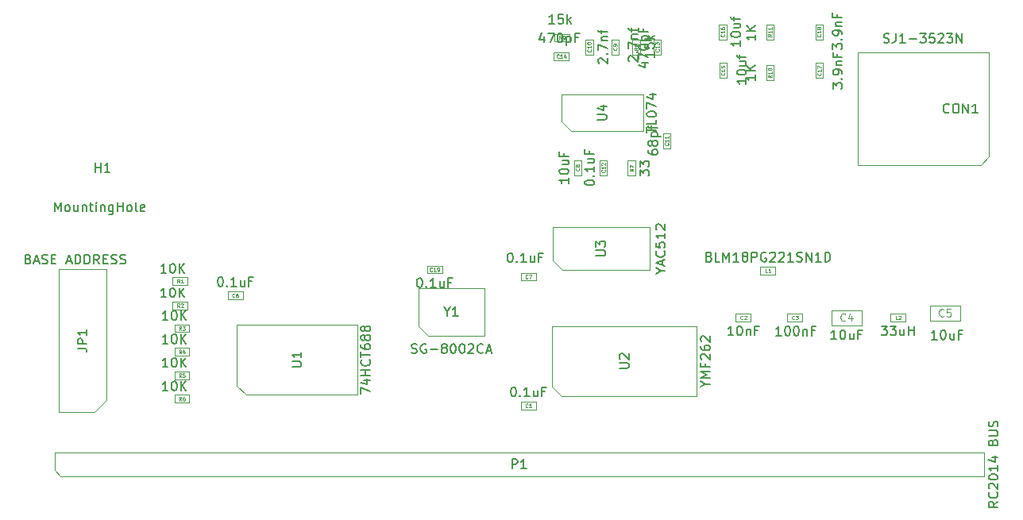
<source format=gbr>
%TF.GenerationSoftware,KiCad,Pcbnew,9.0.1+1*%
%TF.CreationDate,2025-08-28T22:24:37+00:00*%
%TF.ProjectId,rcbus-ymf262,72636275-732d-4796-9d66-3236322e6b69,@version@*%
%TF.SameCoordinates,Original*%
%TF.FileFunction,AssemblyDrawing,Top*%
%FSLAX46Y46*%
G04 Gerber Fmt 4.6, Leading zero omitted, Abs format (unit mm)*
G04 Created by KiCad (PCBNEW 9.0.1+1) date 2025-08-28 22:24:37*
%MOMM*%
%LPD*%
G01*
G04 APERTURE LIST*
%ADD10C,0.150000*%
%ADD11C,0.060000*%
%ADD12C,0.120000*%
%ADD13C,0.100000*%
G04 APERTURE END LIST*
D10*
X109607143Y-154774819D02*
X109702381Y-154774819D01*
X109702381Y-154774819D02*
X109797619Y-154822438D01*
X109797619Y-154822438D02*
X109845238Y-154870057D01*
X109845238Y-154870057D02*
X109892857Y-154965295D01*
X109892857Y-154965295D02*
X109940476Y-155155771D01*
X109940476Y-155155771D02*
X109940476Y-155393866D01*
X109940476Y-155393866D02*
X109892857Y-155584342D01*
X109892857Y-155584342D02*
X109845238Y-155679580D01*
X109845238Y-155679580D02*
X109797619Y-155727200D01*
X109797619Y-155727200D02*
X109702381Y-155774819D01*
X109702381Y-155774819D02*
X109607143Y-155774819D01*
X109607143Y-155774819D02*
X109511905Y-155727200D01*
X109511905Y-155727200D02*
X109464286Y-155679580D01*
X109464286Y-155679580D02*
X109416667Y-155584342D01*
X109416667Y-155584342D02*
X109369048Y-155393866D01*
X109369048Y-155393866D02*
X109369048Y-155155771D01*
X109369048Y-155155771D02*
X109416667Y-154965295D01*
X109416667Y-154965295D02*
X109464286Y-154870057D01*
X109464286Y-154870057D02*
X109511905Y-154822438D01*
X109511905Y-154822438D02*
X109607143Y-154774819D01*
X110369048Y-155679580D02*
X110416667Y-155727200D01*
X110416667Y-155727200D02*
X110369048Y-155774819D01*
X110369048Y-155774819D02*
X110321429Y-155727200D01*
X110321429Y-155727200D02*
X110369048Y-155679580D01*
X110369048Y-155679580D02*
X110369048Y-155774819D01*
X111369047Y-155774819D02*
X110797619Y-155774819D01*
X111083333Y-155774819D02*
X111083333Y-154774819D01*
X111083333Y-154774819D02*
X110988095Y-154917676D01*
X110988095Y-154917676D02*
X110892857Y-155012914D01*
X110892857Y-155012914D02*
X110797619Y-155060533D01*
X112226190Y-155108152D02*
X112226190Y-155774819D01*
X111797619Y-155108152D02*
X111797619Y-155631961D01*
X111797619Y-155631961D02*
X111845238Y-155727200D01*
X111845238Y-155727200D02*
X111940476Y-155774819D01*
X111940476Y-155774819D02*
X112083333Y-155774819D01*
X112083333Y-155774819D02*
X112178571Y-155727200D01*
X112178571Y-155727200D02*
X112226190Y-155679580D01*
X113035714Y-155251009D02*
X112702381Y-155251009D01*
X112702381Y-155774819D02*
X112702381Y-154774819D01*
X112702381Y-154774819D02*
X113178571Y-154774819D01*
D11*
X111183333Y-156893832D02*
X111164285Y-156912880D01*
X111164285Y-156912880D02*
X111107143Y-156931927D01*
X111107143Y-156931927D02*
X111069047Y-156931927D01*
X111069047Y-156931927D02*
X111011904Y-156912880D01*
X111011904Y-156912880D02*
X110973809Y-156874784D01*
X110973809Y-156874784D02*
X110954762Y-156836689D01*
X110954762Y-156836689D02*
X110935714Y-156760499D01*
X110935714Y-156760499D02*
X110935714Y-156703356D01*
X110935714Y-156703356D02*
X110954762Y-156627165D01*
X110954762Y-156627165D02*
X110973809Y-156589070D01*
X110973809Y-156589070D02*
X111011904Y-156550975D01*
X111011904Y-156550975D02*
X111069047Y-156531927D01*
X111069047Y-156531927D02*
X111107143Y-156531927D01*
X111107143Y-156531927D02*
X111164285Y-156550975D01*
X111164285Y-156550975D02*
X111183333Y-156570022D01*
X111564285Y-156931927D02*
X111335714Y-156931927D01*
X111450000Y-156931927D02*
X111450000Y-156531927D01*
X111450000Y-156531927D02*
X111411904Y-156589070D01*
X111411904Y-156589070D02*
X111373809Y-156627165D01*
X111373809Y-156627165D02*
X111335714Y-156646213D01*
D10*
X109257143Y-140454819D02*
X109352381Y-140454819D01*
X109352381Y-140454819D02*
X109447619Y-140502438D01*
X109447619Y-140502438D02*
X109495238Y-140550057D01*
X109495238Y-140550057D02*
X109542857Y-140645295D01*
X109542857Y-140645295D02*
X109590476Y-140835771D01*
X109590476Y-140835771D02*
X109590476Y-141073866D01*
X109590476Y-141073866D02*
X109542857Y-141264342D01*
X109542857Y-141264342D02*
X109495238Y-141359580D01*
X109495238Y-141359580D02*
X109447619Y-141407200D01*
X109447619Y-141407200D02*
X109352381Y-141454819D01*
X109352381Y-141454819D02*
X109257143Y-141454819D01*
X109257143Y-141454819D02*
X109161905Y-141407200D01*
X109161905Y-141407200D02*
X109114286Y-141359580D01*
X109114286Y-141359580D02*
X109066667Y-141264342D01*
X109066667Y-141264342D02*
X109019048Y-141073866D01*
X109019048Y-141073866D02*
X109019048Y-140835771D01*
X109019048Y-140835771D02*
X109066667Y-140645295D01*
X109066667Y-140645295D02*
X109114286Y-140550057D01*
X109114286Y-140550057D02*
X109161905Y-140502438D01*
X109161905Y-140502438D02*
X109257143Y-140454819D01*
X110019048Y-141359580D02*
X110066667Y-141407200D01*
X110066667Y-141407200D02*
X110019048Y-141454819D01*
X110019048Y-141454819D02*
X109971429Y-141407200D01*
X109971429Y-141407200D02*
X110019048Y-141359580D01*
X110019048Y-141359580D02*
X110019048Y-141454819D01*
X111019047Y-141454819D02*
X110447619Y-141454819D01*
X110733333Y-141454819D02*
X110733333Y-140454819D01*
X110733333Y-140454819D02*
X110638095Y-140597676D01*
X110638095Y-140597676D02*
X110542857Y-140692914D01*
X110542857Y-140692914D02*
X110447619Y-140740533D01*
X111876190Y-140788152D02*
X111876190Y-141454819D01*
X111447619Y-140788152D02*
X111447619Y-141311961D01*
X111447619Y-141311961D02*
X111495238Y-141407200D01*
X111495238Y-141407200D02*
X111590476Y-141454819D01*
X111590476Y-141454819D02*
X111733333Y-141454819D01*
X111733333Y-141454819D02*
X111828571Y-141407200D01*
X111828571Y-141407200D02*
X111876190Y-141359580D01*
X112685714Y-140931009D02*
X112352381Y-140931009D01*
X112352381Y-141454819D02*
X112352381Y-140454819D01*
X112352381Y-140454819D02*
X112828571Y-140454819D01*
D11*
X111183333Y-143143832D02*
X111164285Y-143162880D01*
X111164285Y-143162880D02*
X111107143Y-143181927D01*
X111107143Y-143181927D02*
X111069047Y-143181927D01*
X111069047Y-143181927D02*
X111011904Y-143162880D01*
X111011904Y-143162880D02*
X110973809Y-143124784D01*
X110973809Y-143124784D02*
X110954762Y-143086689D01*
X110954762Y-143086689D02*
X110935714Y-143010499D01*
X110935714Y-143010499D02*
X110935714Y-142953356D01*
X110935714Y-142953356D02*
X110954762Y-142877165D01*
X110954762Y-142877165D02*
X110973809Y-142839070D01*
X110973809Y-142839070D02*
X111011904Y-142800975D01*
X111011904Y-142800975D02*
X111069047Y-142781927D01*
X111069047Y-142781927D02*
X111107143Y-142781927D01*
X111107143Y-142781927D02*
X111164285Y-142800975D01*
X111164285Y-142800975D02*
X111183333Y-142820022D01*
X111316666Y-142781927D02*
X111583333Y-142781927D01*
X111583333Y-142781927D02*
X111411904Y-143181927D01*
D10*
X149128524Y-118002200D02*
X149271381Y-118049819D01*
X149271381Y-118049819D02*
X149509476Y-118049819D01*
X149509476Y-118049819D02*
X149604714Y-118002200D01*
X149604714Y-118002200D02*
X149652333Y-117954580D01*
X149652333Y-117954580D02*
X149699952Y-117859342D01*
X149699952Y-117859342D02*
X149699952Y-117764104D01*
X149699952Y-117764104D02*
X149652333Y-117668866D01*
X149652333Y-117668866D02*
X149604714Y-117621247D01*
X149604714Y-117621247D02*
X149509476Y-117573628D01*
X149509476Y-117573628D02*
X149319000Y-117526009D01*
X149319000Y-117526009D02*
X149223762Y-117478390D01*
X149223762Y-117478390D02*
X149176143Y-117430771D01*
X149176143Y-117430771D02*
X149128524Y-117335533D01*
X149128524Y-117335533D02*
X149128524Y-117240295D01*
X149128524Y-117240295D02*
X149176143Y-117145057D01*
X149176143Y-117145057D02*
X149223762Y-117097438D01*
X149223762Y-117097438D02*
X149319000Y-117049819D01*
X149319000Y-117049819D02*
X149557095Y-117049819D01*
X149557095Y-117049819D02*
X149699952Y-117097438D01*
X150414238Y-117049819D02*
X150414238Y-117764104D01*
X150414238Y-117764104D02*
X150366619Y-117906961D01*
X150366619Y-117906961D02*
X150271381Y-118002200D01*
X150271381Y-118002200D02*
X150128524Y-118049819D01*
X150128524Y-118049819D02*
X150033286Y-118049819D01*
X151414238Y-118049819D02*
X150842810Y-118049819D01*
X151128524Y-118049819D02*
X151128524Y-117049819D01*
X151128524Y-117049819D02*
X151033286Y-117192676D01*
X151033286Y-117192676D02*
X150938048Y-117287914D01*
X150938048Y-117287914D02*
X150842810Y-117335533D01*
X151842810Y-117668866D02*
X152604715Y-117668866D01*
X152985667Y-117049819D02*
X153604714Y-117049819D01*
X153604714Y-117049819D02*
X153271381Y-117430771D01*
X153271381Y-117430771D02*
X153414238Y-117430771D01*
X153414238Y-117430771D02*
X153509476Y-117478390D01*
X153509476Y-117478390D02*
X153557095Y-117526009D01*
X153557095Y-117526009D02*
X153604714Y-117621247D01*
X153604714Y-117621247D02*
X153604714Y-117859342D01*
X153604714Y-117859342D02*
X153557095Y-117954580D01*
X153557095Y-117954580D02*
X153509476Y-118002200D01*
X153509476Y-118002200D02*
X153414238Y-118049819D01*
X153414238Y-118049819D02*
X153128524Y-118049819D01*
X153128524Y-118049819D02*
X153033286Y-118002200D01*
X153033286Y-118002200D02*
X152985667Y-117954580D01*
X154509476Y-117049819D02*
X154033286Y-117049819D01*
X154033286Y-117049819D02*
X153985667Y-117526009D01*
X153985667Y-117526009D02*
X154033286Y-117478390D01*
X154033286Y-117478390D02*
X154128524Y-117430771D01*
X154128524Y-117430771D02*
X154366619Y-117430771D01*
X154366619Y-117430771D02*
X154461857Y-117478390D01*
X154461857Y-117478390D02*
X154509476Y-117526009D01*
X154509476Y-117526009D02*
X154557095Y-117621247D01*
X154557095Y-117621247D02*
X154557095Y-117859342D01*
X154557095Y-117859342D02*
X154509476Y-117954580D01*
X154509476Y-117954580D02*
X154461857Y-118002200D01*
X154461857Y-118002200D02*
X154366619Y-118049819D01*
X154366619Y-118049819D02*
X154128524Y-118049819D01*
X154128524Y-118049819D02*
X154033286Y-118002200D01*
X154033286Y-118002200D02*
X153985667Y-117954580D01*
X154938048Y-117145057D02*
X154985667Y-117097438D01*
X154985667Y-117097438D02*
X155080905Y-117049819D01*
X155080905Y-117049819D02*
X155319000Y-117049819D01*
X155319000Y-117049819D02*
X155414238Y-117097438D01*
X155414238Y-117097438D02*
X155461857Y-117145057D01*
X155461857Y-117145057D02*
X155509476Y-117240295D01*
X155509476Y-117240295D02*
X155509476Y-117335533D01*
X155509476Y-117335533D02*
X155461857Y-117478390D01*
X155461857Y-117478390D02*
X154890429Y-118049819D01*
X154890429Y-118049819D02*
X155509476Y-118049819D01*
X155842810Y-117049819D02*
X156461857Y-117049819D01*
X156461857Y-117049819D02*
X156128524Y-117430771D01*
X156128524Y-117430771D02*
X156271381Y-117430771D01*
X156271381Y-117430771D02*
X156366619Y-117478390D01*
X156366619Y-117478390D02*
X156414238Y-117526009D01*
X156414238Y-117526009D02*
X156461857Y-117621247D01*
X156461857Y-117621247D02*
X156461857Y-117859342D01*
X156461857Y-117859342D02*
X156414238Y-117954580D01*
X156414238Y-117954580D02*
X156366619Y-118002200D01*
X156366619Y-118002200D02*
X156271381Y-118049819D01*
X156271381Y-118049819D02*
X155985667Y-118049819D01*
X155985667Y-118049819D02*
X155890429Y-118002200D01*
X155890429Y-118002200D02*
X155842810Y-117954580D01*
X156890429Y-118049819D02*
X156890429Y-117049819D01*
X156890429Y-117049819D02*
X157461857Y-118049819D01*
X157461857Y-118049819D02*
X157461857Y-117049819D01*
X156104714Y-125454580D02*
X156057095Y-125502200D01*
X156057095Y-125502200D02*
X155914238Y-125549819D01*
X155914238Y-125549819D02*
X155819000Y-125549819D01*
X155819000Y-125549819D02*
X155676143Y-125502200D01*
X155676143Y-125502200D02*
X155580905Y-125406961D01*
X155580905Y-125406961D02*
X155533286Y-125311723D01*
X155533286Y-125311723D02*
X155485667Y-125121247D01*
X155485667Y-125121247D02*
X155485667Y-124978390D01*
X155485667Y-124978390D02*
X155533286Y-124787914D01*
X155533286Y-124787914D02*
X155580905Y-124692676D01*
X155580905Y-124692676D02*
X155676143Y-124597438D01*
X155676143Y-124597438D02*
X155819000Y-124549819D01*
X155819000Y-124549819D02*
X155914238Y-124549819D01*
X155914238Y-124549819D02*
X156057095Y-124597438D01*
X156057095Y-124597438D02*
X156104714Y-124645057D01*
X156723762Y-124549819D02*
X156914238Y-124549819D01*
X156914238Y-124549819D02*
X157009476Y-124597438D01*
X157009476Y-124597438D02*
X157104714Y-124692676D01*
X157104714Y-124692676D02*
X157152333Y-124883152D01*
X157152333Y-124883152D02*
X157152333Y-125216485D01*
X157152333Y-125216485D02*
X157104714Y-125406961D01*
X157104714Y-125406961D02*
X157009476Y-125502200D01*
X157009476Y-125502200D02*
X156914238Y-125549819D01*
X156914238Y-125549819D02*
X156723762Y-125549819D01*
X156723762Y-125549819D02*
X156628524Y-125502200D01*
X156628524Y-125502200D02*
X156533286Y-125406961D01*
X156533286Y-125406961D02*
X156485667Y-125216485D01*
X156485667Y-125216485D02*
X156485667Y-124883152D01*
X156485667Y-124883152D02*
X156533286Y-124692676D01*
X156533286Y-124692676D02*
X156628524Y-124597438D01*
X156628524Y-124597438D02*
X156723762Y-124549819D01*
X157580905Y-125549819D02*
X157580905Y-124549819D01*
X157580905Y-124549819D02*
X158152333Y-125549819D01*
X158152333Y-125549819D02*
X158152333Y-124549819D01*
X159152333Y-125549819D02*
X158580905Y-125549819D01*
X158866619Y-125549819D02*
X158866619Y-124549819D01*
X158866619Y-124549819D02*
X158771381Y-124692676D01*
X158771381Y-124692676D02*
X158676143Y-124787914D01*
X158676143Y-124787914D02*
X158580905Y-124835533D01*
X57929999Y-141111009D02*
X58072856Y-141158628D01*
X58072856Y-141158628D02*
X58120475Y-141206247D01*
X58120475Y-141206247D02*
X58168094Y-141301485D01*
X58168094Y-141301485D02*
X58168094Y-141444342D01*
X58168094Y-141444342D02*
X58120475Y-141539580D01*
X58120475Y-141539580D02*
X58072856Y-141587200D01*
X58072856Y-141587200D02*
X57977618Y-141634819D01*
X57977618Y-141634819D02*
X57596666Y-141634819D01*
X57596666Y-141634819D02*
X57596666Y-140634819D01*
X57596666Y-140634819D02*
X57929999Y-140634819D01*
X57929999Y-140634819D02*
X58025237Y-140682438D01*
X58025237Y-140682438D02*
X58072856Y-140730057D01*
X58072856Y-140730057D02*
X58120475Y-140825295D01*
X58120475Y-140825295D02*
X58120475Y-140920533D01*
X58120475Y-140920533D02*
X58072856Y-141015771D01*
X58072856Y-141015771D02*
X58025237Y-141063390D01*
X58025237Y-141063390D02*
X57929999Y-141111009D01*
X57929999Y-141111009D02*
X57596666Y-141111009D01*
X58549047Y-141349104D02*
X59025237Y-141349104D01*
X58453809Y-141634819D02*
X58787142Y-140634819D01*
X58787142Y-140634819D02*
X59120475Y-141634819D01*
X59406190Y-141587200D02*
X59549047Y-141634819D01*
X59549047Y-141634819D02*
X59787142Y-141634819D01*
X59787142Y-141634819D02*
X59882380Y-141587200D01*
X59882380Y-141587200D02*
X59929999Y-141539580D01*
X59929999Y-141539580D02*
X59977618Y-141444342D01*
X59977618Y-141444342D02*
X59977618Y-141349104D01*
X59977618Y-141349104D02*
X59929999Y-141253866D01*
X59929999Y-141253866D02*
X59882380Y-141206247D01*
X59882380Y-141206247D02*
X59787142Y-141158628D01*
X59787142Y-141158628D02*
X59596666Y-141111009D01*
X59596666Y-141111009D02*
X59501428Y-141063390D01*
X59501428Y-141063390D02*
X59453809Y-141015771D01*
X59453809Y-141015771D02*
X59406190Y-140920533D01*
X59406190Y-140920533D02*
X59406190Y-140825295D01*
X59406190Y-140825295D02*
X59453809Y-140730057D01*
X59453809Y-140730057D02*
X59501428Y-140682438D01*
X59501428Y-140682438D02*
X59596666Y-140634819D01*
X59596666Y-140634819D02*
X59834761Y-140634819D01*
X59834761Y-140634819D02*
X59977618Y-140682438D01*
X60406190Y-141111009D02*
X60739523Y-141111009D01*
X60882380Y-141634819D02*
X60406190Y-141634819D01*
X60406190Y-141634819D02*
X60406190Y-140634819D01*
X60406190Y-140634819D02*
X60882380Y-140634819D01*
X62025238Y-141349104D02*
X62501428Y-141349104D01*
X61930000Y-141634819D02*
X62263333Y-140634819D01*
X62263333Y-140634819D02*
X62596666Y-141634819D01*
X62930000Y-141634819D02*
X62930000Y-140634819D01*
X62930000Y-140634819D02*
X63168095Y-140634819D01*
X63168095Y-140634819D02*
X63310952Y-140682438D01*
X63310952Y-140682438D02*
X63406190Y-140777676D01*
X63406190Y-140777676D02*
X63453809Y-140872914D01*
X63453809Y-140872914D02*
X63501428Y-141063390D01*
X63501428Y-141063390D02*
X63501428Y-141206247D01*
X63501428Y-141206247D02*
X63453809Y-141396723D01*
X63453809Y-141396723D02*
X63406190Y-141491961D01*
X63406190Y-141491961D02*
X63310952Y-141587200D01*
X63310952Y-141587200D02*
X63168095Y-141634819D01*
X63168095Y-141634819D02*
X62930000Y-141634819D01*
X63930000Y-141634819D02*
X63930000Y-140634819D01*
X63930000Y-140634819D02*
X64168095Y-140634819D01*
X64168095Y-140634819D02*
X64310952Y-140682438D01*
X64310952Y-140682438D02*
X64406190Y-140777676D01*
X64406190Y-140777676D02*
X64453809Y-140872914D01*
X64453809Y-140872914D02*
X64501428Y-141063390D01*
X64501428Y-141063390D02*
X64501428Y-141206247D01*
X64501428Y-141206247D02*
X64453809Y-141396723D01*
X64453809Y-141396723D02*
X64406190Y-141491961D01*
X64406190Y-141491961D02*
X64310952Y-141587200D01*
X64310952Y-141587200D02*
X64168095Y-141634819D01*
X64168095Y-141634819D02*
X63930000Y-141634819D01*
X65501428Y-141634819D02*
X65168095Y-141158628D01*
X64930000Y-141634819D02*
X64930000Y-140634819D01*
X64930000Y-140634819D02*
X65310952Y-140634819D01*
X65310952Y-140634819D02*
X65406190Y-140682438D01*
X65406190Y-140682438D02*
X65453809Y-140730057D01*
X65453809Y-140730057D02*
X65501428Y-140825295D01*
X65501428Y-140825295D02*
X65501428Y-140968152D01*
X65501428Y-140968152D02*
X65453809Y-141063390D01*
X65453809Y-141063390D02*
X65406190Y-141111009D01*
X65406190Y-141111009D02*
X65310952Y-141158628D01*
X65310952Y-141158628D02*
X64930000Y-141158628D01*
X65930000Y-141111009D02*
X66263333Y-141111009D01*
X66406190Y-141634819D02*
X65930000Y-141634819D01*
X65930000Y-141634819D02*
X65930000Y-140634819D01*
X65930000Y-140634819D02*
X66406190Y-140634819D01*
X66787143Y-141587200D02*
X66930000Y-141634819D01*
X66930000Y-141634819D02*
X67168095Y-141634819D01*
X67168095Y-141634819D02*
X67263333Y-141587200D01*
X67263333Y-141587200D02*
X67310952Y-141539580D01*
X67310952Y-141539580D02*
X67358571Y-141444342D01*
X67358571Y-141444342D02*
X67358571Y-141349104D01*
X67358571Y-141349104D02*
X67310952Y-141253866D01*
X67310952Y-141253866D02*
X67263333Y-141206247D01*
X67263333Y-141206247D02*
X67168095Y-141158628D01*
X67168095Y-141158628D02*
X66977619Y-141111009D01*
X66977619Y-141111009D02*
X66882381Y-141063390D01*
X66882381Y-141063390D02*
X66834762Y-141015771D01*
X66834762Y-141015771D02*
X66787143Y-140920533D01*
X66787143Y-140920533D02*
X66787143Y-140825295D01*
X66787143Y-140825295D02*
X66834762Y-140730057D01*
X66834762Y-140730057D02*
X66882381Y-140682438D01*
X66882381Y-140682438D02*
X66977619Y-140634819D01*
X66977619Y-140634819D02*
X67215714Y-140634819D01*
X67215714Y-140634819D02*
X67358571Y-140682438D01*
X67739524Y-141587200D02*
X67882381Y-141634819D01*
X67882381Y-141634819D02*
X68120476Y-141634819D01*
X68120476Y-141634819D02*
X68215714Y-141587200D01*
X68215714Y-141587200D02*
X68263333Y-141539580D01*
X68263333Y-141539580D02*
X68310952Y-141444342D01*
X68310952Y-141444342D02*
X68310952Y-141349104D01*
X68310952Y-141349104D02*
X68263333Y-141253866D01*
X68263333Y-141253866D02*
X68215714Y-141206247D01*
X68215714Y-141206247D02*
X68120476Y-141158628D01*
X68120476Y-141158628D02*
X67930000Y-141111009D01*
X67930000Y-141111009D02*
X67834762Y-141063390D01*
X67834762Y-141063390D02*
X67787143Y-141015771D01*
X67787143Y-141015771D02*
X67739524Y-140920533D01*
X67739524Y-140920533D02*
X67739524Y-140825295D01*
X67739524Y-140825295D02*
X67787143Y-140730057D01*
X67787143Y-140730057D02*
X67834762Y-140682438D01*
X67834762Y-140682438D02*
X67930000Y-140634819D01*
X67930000Y-140634819D02*
X68168095Y-140634819D01*
X68168095Y-140634819D02*
X68310952Y-140682438D01*
X63184819Y-150643333D02*
X63899104Y-150643333D01*
X63899104Y-150643333D02*
X64041961Y-150690952D01*
X64041961Y-150690952D02*
X64137200Y-150786190D01*
X64137200Y-150786190D02*
X64184819Y-150929047D01*
X64184819Y-150929047D02*
X64184819Y-151024285D01*
X64184819Y-150167142D02*
X63184819Y-150167142D01*
X63184819Y-150167142D02*
X63184819Y-149786190D01*
X63184819Y-149786190D02*
X63232438Y-149690952D01*
X63232438Y-149690952D02*
X63280057Y-149643333D01*
X63280057Y-149643333D02*
X63375295Y-149595714D01*
X63375295Y-149595714D02*
X63518152Y-149595714D01*
X63518152Y-149595714D02*
X63613390Y-149643333D01*
X63613390Y-149643333D02*
X63661009Y-149690952D01*
X63661009Y-149690952D02*
X63708628Y-149786190D01*
X63708628Y-149786190D02*
X63708628Y-150167142D01*
X64184819Y-148643333D02*
X64184819Y-149214761D01*
X64184819Y-148929047D02*
X63184819Y-148929047D01*
X63184819Y-148929047D02*
X63327676Y-149024285D01*
X63327676Y-149024285D02*
X63422914Y-149119523D01*
X63422914Y-149119523D02*
X63470533Y-149214761D01*
X60746285Y-136036819D02*
X60746285Y-135036819D01*
X60746285Y-135036819D02*
X61079618Y-135751104D01*
X61079618Y-135751104D02*
X61412951Y-135036819D01*
X61412951Y-135036819D02*
X61412951Y-136036819D01*
X62031999Y-136036819D02*
X61936761Y-135989200D01*
X61936761Y-135989200D02*
X61889142Y-135941580D01*
X61889142Y-135941580D02*
X61841523Y-135846342D01*
X61841523Y-135846342D02*
X61841523Y-135560628D01*
X61841523Y-135560628D02*
X61889142Y-135465390D01*
X61889142Y-135465390D02*
X61936761Y-135417771D01*
X61936761Y-135417771D02*
X62031999Y-135370152D01*
X62031999Y-135370152D02*
X62174856Y-135370152D01*
X62174856Y-135370152D02*
X62270094Y-135417771D01*
X62270094Y-135417771D02*
X62317713Y-135465390D01*
X62317713Y-135465390D02*
X62365332Y-135560628D01*
X62365332Y-135560628D02*
X62365332Y-135846342D01*
X62365332Y-135846342D02*
X62317713Y-135941580D01*
X62317713Y-135941580D02*
X62270094Y-135989200D01*
X62270094Y-135989200D02*
X62174856Y-136036819D01*
X62174856Y-136036819D02*
X62031999Y-136036819D01*
X63222475Y-135370152D02*
X63222475Y-136036819D01*
X62793904Y-135370152D02*
X62793904Y-135893961D01*
X62793904Y-135893961D02*
X62841523Y-135989200D01*
X62841523Y-135989200D02*
X62936761Y-136036819D01*
X62936761Y-136036819D02*
X63079618Y-136036819D01*
X63079618Y-136036819D02*
X63174856Y-135989200D01*
X63174856Y-135989200D02*
X63222475Y-135941580D01*
X63698666Y-135370152D02*
X63698666Y-136036819D01*
X63698666Y-135465390D02*
X63746285Y-135417771D01*
X63746285Y-135417771D02*
X63841523Y-135370152D01*
X63841523Y-135370152D02*
X63984380Y-135370152D01*
X63984380Y-135370152D02*
X64079618Y-135417771D01*
X64079618Y-135417771D02*
X64127237Y-135513009D01*
X64127237Y-135513009D02*
X64127237Y-136036819D01*
X64460571Y-135370152D02*
X64841523Y-135370152D01*
X64603428Y-135036819D02*
X64603428Y-135893961D01*
X64603428Y-135893961D02*
X64651047Y-135989200D01*
X64651047Y-135989200D02*
X64746285Y-136036819D01*
X64746285Y-136036819D02*
X64841523Y-136036819D01*
X65174857Y-136036819D02*
X65174857Y-135370152D01*
X65174857Y-135036819D02*
X65127238Y-135084438D01*
X65127238Y-135084438D02*
X65174857Y-135132057D01*
X65174857Y-135132057D02*
X65222476Y-135084438D01*
X65222476Y-135084438D02*
X65174857Y-135036819D01*
X65174857Y-135036819D02*
X65174857Y-135132057D01*
X65651047Y-135370152D02*
X65651047Y-136036819D01*
X65651047Y-135465390D02*
X65698666Y-135417771D01*
X65698666Y-135417771D02*
X65793904Y-135370152D01*
X65793904Y-135370152D02*
X65936761Y-135370152D01*
X65936761Y-135370152D02*
X66031999Y-135417771D01*
X66031999Y-135417771D02*
X66079618Y-135513009D01*
X66079618Y-135513009D02*
X66079618Y-136036819D01*
X66984380Y-135370152D02*
X66984380Y-136179676D01*
X66984380Y-136179676D02*
X66936761Y-136274914D01*
X66936761Y-136274914D02*
X66889142Y-136322533D01*
X66889142Y-136322533D02*
X66793904Y-136370152D01*
X66793904Y-136370152D02*
X66651047Y-136370152D01*
X66651047Y-136370152D02*
X66555809Y-136322533D01*
X66984380Y-135989200D02*
X66889142Y-136036819D01*
X66889142Y-136036819D02*
X66698666Y-136036819D01*
X66698666Y-136036819D02*
X66603428Y-135989200D01*
X66603428Y-135989200D02*
X66555809Y-135941580D01*
X66555809Y-135941580D02*
X66508190Y-135846342D01*
X66508190Y-135846342D02*
X66508190Y-135560628D01*
X66508190Y-135560628D02*
X66555809Y-135465390D01*
X66555809Y-135465390D02*
X66603428Y-135417771D01*
X66603428Y-135417771D02*
X66698666Y-135370152D01*
X66698666Y-135370152D02*
X66889142Y-135370152D01*
X66889142Y-135370152D02*
X66984380Y-135417771D01*
X67460571Y-136036819D02*
X67460571Y-135036819D01*
X67460571Y-135513009D02*
X68031999Y-135513009D01*
X68031999Y-136036819D02*
X68031999Y-135036819D01*
X68651047Y-136036819D02*
X68555809Y-135989200D01*
X68555809Y-135989200D02*
X68508190Y-135941580D01*
X68508190Y-135941580D02*
X68460571Y-135846342D01*
X68460571Y-135846342D02*
X68460571Y-135560628D01*
X68460571Y-135560628D02*
X68508190Y-135465390D01*
X68508190Y-135465390D02*
X68555809Y-135417771D01*
X68555809Y-135417771D02*
X68651047Y-135370152D01*
X68651047Y-135370152D02*
X68793904Y-135370152D01*
X68793904Y-135370152D02*
X68889142Y-135417771D01*
X68889142Y-135417771D02*
X68936761Y-135465390D01*
X68936761Y-135465390D02*
X68984380Y-135560628D01*
X68984380Y-135560628D02*
X68984380Y-135846342D01*
X68984380Y-135846342D02*
X68936761Y-135941580D01*
X68936761Y-135941580D02*
X68889142Y-135989200D01*
X68889142Y-135989200D02*
X68793904Y-136036819D01*
X68793904Y-136036819D02*
X68651047Y-136036819D01*
X69555809Y-136036819D02*
X69460571Y-135989200D01*
X69460571Y-135989200D02*
X69412952Y-135893961D01*
X69412952Y-135893961D02*
X69412952Y-135036819D01*
X70317714Y-135989200D02*
X70222476Y-136036819D01*
X70222476Y-136036819D02*
X70032000Y-136036819D01*
X70032000Y-136036819D02*
X69936762Y-135989200D01*
X69936762Y-135989200D02*
X69889143Y-135893961D01*
X69889143Y-135893961D02*
X69889143Y-135513009D01*
X69889143Y-135513009D02*
X69936762Y-135417771D01*
X69936762Y-135417771D02*
X70032000Y-135370152D01*
X70032000Y-135370152D02*
X70222476Y-135370152D01*
X70222476Y-135370152D02*
X70317714Y-135417771D01*
X70317714Y-135417771D02*
X70365333Y-135513009D01*
X70365333Y-135513009D02*
X70365333Y-135608247D01*
X70365333Y-135608247D02*
X69889143Y-135703485D01*
X65070095Y-131836819D02*
X65070095Y-130836819D01*
X65070095Y-131313009D02*
X65641523Y-131313009D01*
X65641523Y-131836819D02*
X65641523Y-130836819D01*
X66641523Y-131836819D02*
X66070095Y-131836819D01*
X66355809Y-131836819D02*
X66355809Y-130836819D01*
X66355809Y-130836819D02*
X66260571Y-130979676D01*
X66260571Y-130979676D02*
X66165333Y-131074914D01*
X66165333Y-131074914D02*
X66070095Y-131122533D01*
X161304819Y-166976190D02*
X160828628Y-167309523D01*
X161304819Y-167547618D02*
X160304819Y-167547618D01*
X160304819Y-167547618D02*
X160304819Y-167166666D01*
X160304819Y-167166666D02*
X160352438Y-167071428D01*
X160352438Y-167071428D02*
X160400057Y-167023809D01*
X160400057Y-167023809D02*
X160495295Y-166976190D01*
X160495295Y-166976190D02*
X160638152Y-166976190D01*
X160638152Y-166976190D02*
X160733390Y-167023809D01*
X160733390Y-167023809D02*
X160781009Y-167071428D01*
X160781009Y-167071428D02*
X160828628Y-167166666D01*
X160828628Y-167166666D02*
X160828628Y-167547618D01*
X161209580Y-165976190D02*
X161257200Y-166023809D01*
X161257200Y-166023809D02*
X161304819Y-166166666D01*
X161304819Y-166166666D02*
X161304819Y-166261904D01*
X161304819Y-166261904D02*
X161257200Y-166404761D01*
X161257200Y-166404761D02*
X161161961Y-166499999D01*
X161161961Y-166499999D02*
X161066723Y-166547618D01*
X161066723Y-166547618D02*
X160876247Y-166595237D01*
X160876247Y-166595237D02*
X160733390Y-166595237D01*
X160733390Y-166595237D02*
X160542914Y-166547618D01*
X160542914Y-166547618D02*
X160447676Y-166499999D01*
X160447676Y-166499999D02*
X160352438Y-166404761D01*
X160352438Y-166404761D02*
X160304819Y-166261904D01*
X160304819Y-166261904D02*
X160304819Y-166166666D01*
X160304819Y-166166666D02*
X160352438Y-166023809D01*
X160352438Y-166023809D02*
X160400057Y-165976190D01*
X160400057Y-165595237D02*
X160352438Y-165547618D01*
X160352438Y-165547618D02*
X160304819Y-165452380D01*
X160304819Y-165452380D02*
X160304819Y-165214285D01*
X160304819Y-165214285D02*
X160352438Y-165119047D01*
X160352438Y-165119047D02*
X160400057Y-165071428D01*
X160400057Y-165071428D02*
X160495295Y-165023809D01*
X160495295Y-165023809D02*
X160590533Y-165023809D01*
X160590533Y-165023809D02*
X160733390Y-165071428D01*
X160733390Y-165071428D02*
X161304819Y-165642856D01*
X161304819Y-165642856D02*
X161304819Y-165023809D01*
X160304819Y-164404761D02*
X160304819Y-164309523D01*
X160304819Y-164309523D02*
X160352438Y-164214285D01*
X160352438Y-164214285D02*
X160400057Y-164166666D01*
X160400057Y-164166666D02*
X160495295Y-164119047D01*
X160495295Y-164119047D02*
X160685771Y-164071428D01*
X160685771Y-164071428D02*
X160923866Y-164071428D01*
X160923866Y-164071428D02*
X161114342Y-164119047D01*
X161114342Y-164119047D02*
X161209580Y-164166666D01*
X161209580Y-164166666D02*
X161257200Y-164214285D01*
X161257200Y-164214285D02*
X161304819Y-164309523D01*
X161304819Y-164309523D02*
X161304819Y-164404761D01*
X161304819Y-164404761D02*
X161257200Y-164499999D01*
X161257200Y-164499999D02*
X161209580Y-164547618D01*
X161209580Y-164547618D02*
X161114342Y-164595237D01*
X161114342Y-164595237D02*
X160923866Y-164642856D01*
X160923866Y-164642856D02*
X160685771Y-164642856D01*
X160685771Y-164642856D02*
X160495295Y-164595237D01*
X160495295Y-164595237D02*
X160400057Y-164547618D01*
X160400057Y-164547618D02*
X160352438Y-164499999D01*
X160352438Y-164499999D02*
X160304819Y-164404761D01*
X161304819Y-163119047D02*
X161304819Y-163690475D01*
X161304819Y-163404761D02*
X160304819Y-163404761D01*
X160304819Y-163404761D02*
X160447676Y-163499999D01*
X160447676Y-163499999D02*
X160542914Y-163595237D01*
X160542914Y-163595237D02*
X160590533Y-163690475D01*
X160638152Y-162261904D02*
X161304819Y-162261904D01*
X160257200Y-162499999D02*
X160971485Y-162738094D01*
X160971485Y-162738094D02*
X160971485Y-162119047D01*
X160781009Y-160642856D02*
X160828628Y-160499999D01*
X160828628Y-160499999D02*
X160876247Y-160452380D01*
X160876247Y-160452380D02*
X160971485Y-160404761D01*
X160971485Y-160404761D02*
X161114342Y-160404761D01*
X161114342Y-160404761D02*
X161209580Y-160452380D01*
X161209580Y-160452380D02*
X161257200Y-160499999D01*
X161257200Y-160499999D02*
X161304819Y-160595237D01*
X161304819Y-160595237D02*
X161304819Y-160976189D01*
X161304819Y-160976189D02*
X160304819Y-160976189D01*
X160304819Y-160976189D02*
X160304819Y-160642856D01*
X160304819Y-160642856D02*
X160352438Y-160547618D01*
X160352438Y-160547618D02*
X160400057Y-160499999D01*
X160400057Y-160499999D02*
X160495295Y-160452380D01*
X160495295Y-160452380D02*
X160590533Y-160452380D01*
X160590533Y-160452380D02*
X160685771Y-160499999D01*
X160685771Y-160499999D02*
X160733390Y-160547618D01*
X160733390Y-160547618D02*
X160781009Y-160642856D01*
X160781009Y-160642856D02*
X160781009Y-160976189D01*
X160304819Y-159976189D02*
X161114342Y-159976189D01*
X161114342Y-159976189D02*
X161209580Y-159928570D01*
X161209580Y-159928570D02*
X161257200Y-159880951D01*
X161257200Y-159880951D02*
X161304819Y-159785713D01*
X161304819Y-159785713D02*
X161304819Y-159595237D01*
X161304819Y-159595237D02*
X161257200Y-159499999D01*
X161257200Y-159499999D02*
X161209580Y-159452380D01*
X161209580Y-159452380D02*
X161114342Y-159404761D01*
X161114342Y-159404761D02*
X160304819Y-159404761D01*
X161257200Y-158976189D02*
X161304819Y-158833332D01*
X161304819Y-158833332D02*
X161304819Y-158595237D01*
X161304819Y-158595237D02*
X161257200Y-158499999D01*
X161257200Y-158499999D02*
X161209580Y-158452380D01*
X161209580Y-158452380D02*
X161114342Y-158404761D01*
X161114342Y-158404761D02*
X161019104Y-158404761D01*
X161019104Y-158404761D02*
X160923866Y-158452380D01*
X160923866Y-158452380D02*
X160876247Y-158499999D01*
X160876247Y-158499999D02*
X160828628Y-158595237D01*
X160828628Y-158595237D02*
X160781009Y-158785713D01*
X160781009Y-158785713D02*
X160733390Y-158880951D01*
X160733390Y-158880951D02*
X160685771Y-158928570D01*
X160685771Y-158928570D02*
X160590533Y-158976189D01*
X160590533Y-158976189D02*
X160495295Y-158976189D01*
X160495295Y-158976189D02*
X160400057Y-158928570D01*
X160400057Y-158928570D02*
X160352438Y-158880951D01*
X160352438Y-158880951D02*
X160304819Y-158785713D01*
X160304819Y-158785713D02*
X160304819Y-158547618D01*
X160304819Y-158547618D02*
X160352438Y-158404761D01*
X109521905Y-163454819D02*
X109521905Y-162454819D01*
X109521905Y-162454819D02*
X109902857Y-162454819D01*
X109902857Y-162454819D02*
X109998095Y-162502438D01*
X109998095Y-162502438D02*
X110045714Y-162550057D01*
X110045714Y-162550057D02*
X110093333Y-162645295D01*
X110093333Y-162645295D02*
X110093333Y-162788152D01*
X110093333Y-162788152D02*
X110045714Y-162883390D01*
X110045714Y-162883390D02*
X109998095Y-162931009D01*
X109998095Y-162931009D02*
X109902857Y-162978628D01*
X109902857Y-162978628D02*
X109521905Y-162978628D01*
X111045714Y-163454819D02*
X110474286Y-163454819D01*
X110760000Y-163454819D02*
X110760000Y-162454819D01*
X110760000Y-162454819D02*
X110664762Y-162597676D01*
X110664762Y-162597676D02*
X110569524Y-162692914D01*
X110569524Y-162692914D02*
X110474286Y-162740533D01*
X93399819Y-155492856D02*
X93399819Y-154826190D01*
X93399819Y-154826190D02*
X94399819Y-155254761D01*
X93733152Y-154016666D02*
X94399819Y-154016666D01*
X93352200Y-154254761D02*
X94066485Y-154492856D01*
X94066485Y-154492856D02*
X94066485Y-153873809D01*
X94399819Y-153492856D02*
X93399819Y-153492856D01*
X93876009Y-153492856D02*
X93876009Y-152921428D01*
X94399819Y-152921428D02*
X93399819Y-152921428D01*
X94304580Y-151873809D02*
X94352200Y-151921428D01*
X94352200Y-151921428D02*
X94399819Y-152064285D01*
X94399819Y-152064285D02*
X94399819Y-152159523D01*
X94399819Y-152159523D02*
X94352200Y-152302380D01*
X94352200Y-152302380D02*
X94256961Y-152397618D01*
X94256961Y-152397618D02*
X94161723Y-152445237D01*
X94161723Y-152445237D02*
X93971247Y-152492856D01*
X93971247Y-152492856D02*
X93828390Y-152492856D01*
X93828390Y-152492856D02*
X93637914Y-152445237D01*
X93637914Y-152445237D02*
X93542676Y-152397618D01*
X93542676Y-152397618D02*
X93447438Y-152302380D01*
X93447438Y-152302380D02*
X93399819Y-152159523D01*
X93399819Y-152159523D02*
X93399819Y-152064285D01*
X93399819Y-152064285D02*
X93447438Y-151921428D01*
X93447438Y-151921428D02*
X93495057Y-151873809D01*
X93399819Y-151588094D02*
X93399819Y-151016666D01*
X94399819Y-151302380D02*
X93399819Y-151302380D01*
X93399819Y-150254761D02*
X93399819Y-150445237D01*
X93399819Y-150445237D02*
X93447438Y-150540475D01*
X93447438Y-150540475D02*
X93495057Y-150588094D01*
X93495057Y-150588094D02*
X93637914Y-150683332D01*
X93637914Y-150683332D02*
X93828390Y-150730951D01*
X93828390Y-150730951D02*
X94209342Y-150730951D01*
X94209342Y-150730951D02*
X94304580Y-150683332D01*
X94304580Y-150683332D02*
X94352200Y-150635713D01*
X94352200Y-150635713D02*
X94399819Y-150540475D01*
X94399819Y-150540475D02*
X94399819Y-150349999D01*
X94399819Y-150349999D02*
X94352200Y-150254761D01*
X94352200Y-150254761D02*
X94304580Y-150207142D01*
X94304580Y-150207142D02*
X94209342Y-150159523D01*
X94209342Y-150159523D02*
X93971247Y-150159523D01*
X93971247Y-150159523D02*
X93876009Y-150207142D01*
X93876009Y-150207142D02*
X93828390Y-150254761D01*
X93828390Y-150254761D02*
X93780771Y-150349999D01*
X93780771Y-150349999D02*
X93780771Y-150540475D01*
X93780771Y-150540475D02*
X93828390Y-150635713D01*
X93828390Y-150635713D02*
X93876009Y-150683332D01*
X93876009Y-150683332D02*
X93971247Y-150730951D01*
X93828390Y-149588094D02*
X93780771Y-149683332D01*
X93780771Y-149683332D02*
X93733152Y-149730951D01*
X93733152Y-149730951D02*
X93637914Y-149778570D01*
X93637914Y-149778570D02*
X93590295Y-149778570D01*
X93590295Y-149778570D02*
X93495057Y-149730951D01*
X93495057Y-149730951D02*
X93447438Y-149683332D01*
X93447438Y-149683332D02*
X93399819Y-149588094D01*
X93399819Y-149588094D02*
X93399819Y-149397618D01*
X93399819Y-149397618D02*
X93447438Y-149302380D01*
X93447438Y-149302380D02*
X93495057Y-149254761D01*
X93495057Y-149254761D02*
X93590295Y-149207142D01*
X93590295Y-149207142D02*
X93637914Y-149207142D01*
X93637914Y-149207142D02*
X93733152Y-149254761D01*
X93733152Y-149254761D02*
X93780771Y-149302380D01*
X93780771Y-149302380D02*
X93828390Y-149397618D01*
X93828390Y-149397618D02*
X93828390Y-149588094D01*
X93828390Y-149588094D02*
X93876009Y-149683332D01*
X93876009Y-149683332D02*
X93923628Y-149730951D01*
X93923628Y-149730951D02*
X94018866Y-149778570D01*
X94018866Y-149778570D02*
X94209342Y-149778570D01*
X94209342Y-149778570D02*
X94304580Y-149730951D01*
X94304580Y-149730951D02*
X94352200Y-149683332D01*
X94352200Y-149683332D02*
X94399819Y-149588094D01*
X94399819Y-149588094D02*
X94399819Y-149397618D01*
X94399819Y-149397618D02*
X94352200Y-149302380D01*
X94352200Y-149302380D02*
X94304580Y-149254761D01*
X94304580Y-149254761D02*
X94209342Y-149207142D01*
X94209342Y-149207142D02*
X94018866Y-149207142D01*
X94018866Y-149207142D02*
X93923628Y-149254761D01*
X93923628Y-149254761D02*
X93876009Y-149302380D01*
X93876009Y-149302380D02*
X93828390Y-149397618D01*
X93828390Y-148635713D02*
X93780771Y-148730951D01*
X93780771Y-148730951D02*
X93733152Y-148778570D01*
X93733152Y-148778570D02*
X93637914Y-148826189D01*
X93637914Y-148826189D02*
X93590295Y-148826189D01*
X93590295Y-148826189D02*
X93495057Y-148778570D01*
X93495057Y-148778570D02*
X93447438Y-148730951D01*
X93447438Y-148730951D02*
X93399819Y-148635713D01*
X93399819Y-148635713D02*
X93399819Y-148445237D01*
X93399819Y-148445237D02*
X93447438Y-148349999D01*
X93447438Y-148349999D02*
X93495057Y-148302380D01*
X93495057Y-148302380D02*
X93590295Y-148254761D01*
X93590295Y-148254761D02*
X93637914Y-148254761D01*
X93637914Y-148254761D02*
X93733152Y-148302380D01*
X93733152Y-148302380D02*
X93780771Y-148349999D01*
X93780771Y-148349999D02*
X93828390Y-148445237D01*
X93828390Y-148445237D02*
X93828390Y-148635713D01*
X93828390Y-148635713D02*
X93876009Y-148730951D01*
X93876009Y-148730951D02*
X93923628Y-148778570D01*
X93923628Y-148778570D02*
X94018866Y-148826189D01*
X94018866Y-148826189D02*
X94209342Y-148826189D01*
X94209342Y-148826189D02*
X94304580Y-148778570D01*
X94304580Y-148778570D02*
X94352200Y-148730951D01*
X94352200Y-148730951D02*
X94399819Y-148635713D01*
X94399819Y-148635713D02*
X94399819Y-148445237D01*
X94399819Y-148445237D02*
X94352200Y-148349999D01*
X94352200Y-148349999D02*
X94304580Y-148302380D01*
X94304580Y-148302380D02*
X94209342Y-148254761D01*
X94209342Y-148254761D02*
X94018866Y-148254761D01*
X94018866Y-148254761D02*
X93923628Y-148302380D01*
X93923628Y-148302380D02*
X93876009Y-148349999D01*
X93876009Y-148349999D02*
X93828390Y-148445237D01*
X86049819Y-152611904D02*
X86859342Y-152611904D01*
X86859342Y-152611904D02*
X86954580Y-152564285D01*
X86954580Y-152564285D02*
X87002200Y-152516666D01*
X87002200Y-152516666D02*
X87049819Y-152421428D01*
X87049819Y-152421428D02*
X87049819Y-152230952D01*
X87049819Y-152230952D02*
X87002200Y-152135714D01*
X87002200Y-152135714D02*
X86954580Y-152088095D01*
X86954580Y-152088095D02*
X86859342Y-152040476D01*
X86859342Y-152040476D02*
X86049819Y-152040476D01*
X87049819Y-151040476D02*
X87049819Y-151611904D01*
X87049819Y-151326190D02*
X86049819Y-151326190D01*
X86049819Y-151326190D02*
X86192676Y-151421428D01*
X86192676Y-151421428D02*
X86287914Y-151516666D01*
X86287914Y-151516666D02*
X86335533Y-151611904D01*
X124024819Y-129523809D02*
X124024819Y-129714285D01*
X124024819Y-129714285D02*
X124072438Y-129809523D01*
X124072438Y-129809523D02*
X124120057Y-129857142D01*
X124120057Y-129857142D02*
X124262914Y-129952380D01*
X124262914Y-129952380D02*
X124453390Y-129999999D01*
X124453390Y-129999999D02*
X124834342Y-129999999D01*
X124834342Y-129999999D02*
X124929580Y-129952380D01*
X124929580Y-129952380D02*
X124977200Y-129904761D01*
X124977200Y-129904761D02*
X125024819Y-129809523D01*
X125024819Y-129809523D02*
X125024819Y-129619047D01*
X125024819Y-129619047D02*
X124977200Y-129523809D01*
X124977200Y-129523809D02*
X124929580Y-129476190D01*
X124929580Y-129476190D02*
X124834342Y-129428571D01*
X124834342Y-129428571D02*
X124596247Y-129428571D01*
X124596247Y-129428571D02*
X124501009Y-129476190D01*
X124501009Y-129476190D02*
X124453390Y-129523809D01*
X124453390Y-129523809D02*
X124405771Y-129619047D01*
X124405771Y-129619047D02*
X124405771Y-129809523D01*
X124405771Y-129809523D02*
X124453390Y-129904761D01*
X124453390Y-129904761D02*
X124501009Y-129952380D01*
X124501009Y-129952380D02*
X124596247Y-129999999D01*
X124453390Y-128857142D02*
X124405771Y-128952380D01*
X124405771Y-128952380D02*
X124358152Y-128999999D01*
X124358152Y-128999999D02*
X124262914Y-129047618D01*
X124262914Y-129047618D02*
X124215295Y-129047618D01*
X124215295Y-129047618D02*
X124120057Y-128999999D01*
X124120057Y-128999999D02*
X124072438Y-128952380D01*
X124072438Y-128952380D02*
X124024819Y-128857142D01*
X124024819Y-128857142D02*
X124024819Y-128666666D01*
X124024819Y-128666666D02*
X124072438Y-128571428D01*
X124072438Y-128571428D02*
X124120057Y-128523809D01*
X124120057Y-128523809D02*
X124215295Y-128476190D01*
X124215295Y-128476190D02*
X124262914Y-128476190D01*
X124262914Y-128476190D02*
X124358152Y-128523809D01*
X124358152Y-128523809D02*
X124405771Y-128571428D01*
X124405771Y-128571428D02*
X124453390Y-128666666D01*
X124453390Y-128666666D02*
X124453390Y-128857142D01*
X124453390Y-128857142D02*
X124501009Y-128952380D01*
X124501009Y-128952380D02*
X124548628Y-128999999D01*
X124548628Y-128999999D02*
X124643866Y-129047618D01*
X124643866Y-129047618D02*
X124834342Y-129047618D01*
X124834342Y-129047618D02*
X124929580Y-128999999D01*
X124929580Y-128999999D02*
X124977200Y-128952380D01*
X124977200Y-128952380D02*
X125024819Y-128857142D01*
X125024819Y-128857142D02*
X125024819Y-128666666D01*
X125024819Y-128666666D02*
X124977200Y-128571428D01*
X124977200Y-128571428D02*
X124929580Y-128523809D01*
X124929580Y-128523809D02*
X124834342Y-128476190D01*
X124834342Y-128476190D02*
X124643866Y-128476190D01*
X124643866Y-128476190D02*
X124548628Y-128523809D01*
X124548628Y-128523809D02*
X124501009Y-128571428D01*
X124501009Y-128571428D02*
X124453390Y-128666666D01*
X124358152Y-128047618D02*
X125358152Y-128047618D01*
X124405771Y-128047618D02*
X124358152Y-127952380D01*
X124358152Y-127952380D02*
X124358152Y-127761904D01*
X124358152Y-127761904D02*
X124405771Y-127666666D01*
X124405771Y-127666666D02*
X124453390Y-127619047D01*
X124453390Y-127619047D02*
X124548628Y-127571428D01*
X124548628Y-127571428D02*
X124834342Y-127571428D01*
X124834342Y-127571428D02*
X124929580Y-127619047D01*
X124929580Y-127619047D02*
X124977200Y-127666666D01*
X124977200Y-127666666D02*
X125024819Y-127761904D01*
X125024819Y-127761904D02*
X125024819Y-127952380D01*
X125024819Y-127952380D02*
X124977200Y-128047618D01*
X124358152Y-127285713D02*
X124358152Y-126904761D01*
X125024819Y-127142856D02*
X124167676Y-127142856D01*
X124167676Y-127142856D02*
X124072438Y-127095237D01*
X124072438Y-127095237D02*
X124024819Y-126999999D01*
X124024819Y-126999999D02*
X124024819Y-126904761D01*
D11*
X126143832Y-128757142D02*
X126162880Y-128776190D01*
X126162880Y-128776190D02*
X126181927Y-128833332D01*
X126181927Y-128833332D02*
X126181927Y-128871428D01*
X126181927Y-128871428D02*
X126162880Y-128928571D01*
X126162880Y-128928571D02*
X126124784Y-128966666D01*
X126124784Y-128966666D02*
X126086689Y-128985713D01*
X126086689Y-128985713D02*
X126010499Y-129004761D01*
X126010499Y-129004761D02*
X125953356Y-129004761D01*
X125953356Y-129004761D02*
X125877165Y-128985713D01*
X125877165Y-128985713D02*
X125839070Y-128966666D01*
X125839070Y-128966666D02*
X125800975Y-128928571D01*
X125800975Y-128928571D02*
X125781927Y-128871428D01*
X125781927Y-128871428D02*
X125781927Y-128833332D01*
X125781927Y-128833332D02*
X125800975Y-128776190D01*
X125800975Y-128776190D02*
X125820022Y-128757142D01*
X126181927Y-128376190D02*
X126181927Y-128604761D01*
X126181927Y-128490475D02*
X125781927Y-128490475D01*
X125781927Y-128490475D02*
X125839070Y-128528571D01*
X125839070Y-128528571D02*
X125877165Y-128566666D01*
X125877165Y-128566666D02*
X125896213Y-128604761D01*
X126181927Y-127995238D02*
X126181927Y-128223809D01*
X126181927Y-128109523D02*
X125781927Y-128109523D01*
X125781927Y-128109523D02*
X125839070Y-128147619D01*
X125839070Y-128147619D02*
X125877165Y-128185714D01*
X125877165Y-128185714D02*
X125896213Y-128223809D01*
D10*
X115524819Y-132433928D02*
X115524819Y-133005356D01*
X115524819Y-132719642D02*
X114524819Y-132719642D01*
X114524819Y-132719642D02*
X114667676Y-132814880D01*
X114667676Y-132814880D02*
X114762914Y-132910118D01*
X114762914Y-132910118D02*
X114810533Y-133005356D01*
X114524819Y-131814880D02*
X114524819Y-131719642D01*
X114524819Y-131719642D02*
X114572438Y-131624404D01*
X114572438Y-131624404D02*
X114620057Y-131576785D01*
X114620057Y-131576785D02*
X114715295Y-131529166D01*
X114715295Y-131529166D02*
X114905771Y-131481547D01*
X114905771Y-131481547D02*
X115143866Y-131481547D01*
X115143866Y-131481547D02*
X115334342Y-131529166D01*
X115334342Y-131529166D02*
X115429580Y-131576785D01*
X115429580Y-131576785D02*
X115477200Y-131624404D01*
X115477200Y-131624404D02*
X115524819Y-131719642D01*
X115524819Y-131719642D02*
X115524819Y-131814880D01*
X115524819Y-131814880D02*
X115477200Y-131910118D01*
X115477200Y-131910118D02*
X115429580Y-131957737D01*
X115429580Y-131957737D02*
X115334342Y-132005356D01*
X115334342Y-132005356D02*
X115143866Y-132052975D01*
X115143866Y-132052975D02*
X114905771Y-132052975D01*
X114905771Y-132052975D02*
X114715295Y-132005356D01*
X114715295Y-132005356D02*
X114620057Y-131957737D01*
X114620057Y-131957737D02*
X114572438Y-131910118D01*
X114572438Y-131910118D02*
X114524819Y-131814880D01*
X114858152Y-130624404D02*
X115524819Y-130624404D01*
X114858152Y-131052975D02*
X115381961Y-131052975D01*
X115381961Y-131052975D02*
X115477200Y-131005356D01*
X115477200Y-131005356D02*
X115524819Y-130910118D01*
X115524819Y-130910118D02*
X115524819Y-130767261D01*
X115524819Y-130767261D02*
X115477200Y-130672023D01*
X115477200Y-130672023D02*
X115429580Y-130624404D01*
X115001009Y-129814880D02*
X115001009Y-130148213D01*
X115524819Y-130148213D02*
X114524819Y-130148213D01*
X114524819Y-130148213D02*
X114524819Y-129672023D01*
D11*
X116643832Y-131429166D02*
X116662880Y-131448214D01*
X116662880Y-131448214D02*
X116681927Y-131505356D01*
X116681927Y-131505356D02*
X116681927Y-131543452D01*
X116681927Y-131543452D02*
X116662880Y-131600595D01*
X116662880Y-131600595D02*
X116624784Y-131638690D01*
X116624784Y-131638690D02*
X116586689Y-131657737D01*
X116586689Y-131657737D02*
X116510499Y-131676785D01*
X116510499Y-131676785D02*
X116453356Y-131676785D01*
X116453356Y-131676785D02*
X116377165Y-131657737D01*
X116377165Y-131657737D02*
X116339070Y-131638690D01*
X116339070Y-131638690D02*
X116300975Y-131600595D01*
X116300975Y-131600595D02*
X116281927Y-131543452D01*
X116281927Y-131543452D02*
X116281927Y-131505356D01*
X116281927Y-131505356D02*
X116300975Y-131448214D01*
X116300975Y-131448214D02*
X116320022Y-131429166D01*
X116453356Y-131200595D02*
X116434308Y-131238690D01*
X116434308Y-131238690D02*
X116415260Y-131257737D01*
X116415260Y-131257737D02*
X116377165Y-131276785D01*
X116377165Y-131276785D02*
X116358118Y-131276785D01*
X116358118Y-131276785D02*
X116320022Y-131257737D01*
X116320022Y-131257737D02*
X116300975Y-131238690D01*
X116300975Y-131238690D02*
X116281927Y-131200595D01*
X116281927Y-131200595D02*
X116281927Y-131124404D01*
X116281927Y-131124404D02*
X116300975Y-131086309D01*
X116300975Y-131086309D02*
X116320022Y-131067261D01*
X116320022Y-131067261D02*
X116358118Y-131048214D01*
X116358118Y-131048214D02*
X116377165Y-131048214D01*
X116377165Y-131048214D02*
X116415260Y-131067261D01*
X116415260Y-131067261D02*
X116434308Y-131086309D01*
X116434308Y-131086309D02*
X116453356Y-131124404D01*
X116453356Y-131124404D02*
X116453356Y-131200595D01*
X116453356Y-131200595D02*
X116472403Y-131238690D01*
X116472403Y-131238690D02*
X116491451Y-131257737D01*
X116491451Y-131257737D02*
X116529546Y-131276785D01*
X116529546Y-131276785D02*
X116605737Y-131276785D01*
X116605737Y-131276785D02*
X116643832Y-131257737D01*
X116643832Y-131257737D02*
X116662880Y-131238690D01*
X116662880Y-131238690D02*
X116681927Y-131200595D01*
X116681927Y-131200595D02*
X116681927Y-131124404D01*
X116681927Y-131124404D02*
X116662880Y-131086309D01*
X116662880Y-131086309D02*
X116643832Y-131067261D01*
X116643832Y-131067261D02*
X116605737Y-131048214D01*
X116605737Y-131048214D02*
X116529546Y-131048214D01*
X116529546Y-131048214D02*
X116491451Y-131067261D01*
X116491451Y-131067261D02*
X116472403Y-131086309D01*
X116472403Y-131086309D02*
X116453356Y-131124404D01*
D10*
X117274819Y-133005356D02*
X117274819Y-132910118D01*
X117274819Y-132910118D02*
X117322438Y-132814880D01*
X117322438Y-132814880D02*
X117370057Y-132767261D01*
X117370057Y-132767261D02*
X117465295Y-132719642D01*
X117465295Y-132719642D02*
X117655771Y-132672023D01*
X117655771Y-132672023D02*
X117893866Y-132672023D01*
X117893866Y-132672023D02*
X118084342Y-132719642D01*
X118084342Y-132719642D02*
X118179580Y-132767261D01*
X118179580Y-132767261D02*
X118227200Y-132814880D01*
X118227200Y-132814880D02*
X118274819Y-132910118D01*
X118274819Y-132910118D02*
X118274819Y-133005356D01*
X118274819Y-133005356D02*
X118227200Y-133100594D01*
X118227200Y-133100594D02*
X118179580Y-133148213D01*
X118179580Y-133148213D02*
X118084342Y-133195832D01*
X118084342Y-133195832D02*
X117893866Y-133243451D01*
X117893866Y-133243451D02*
X117655771Y-133243451D01*
X117655771Y-133243451D02*
X117465295Y-133195832D01*
X117465295Y-133195832D02*
X117370057Y-133148213D01*
X117370057Y-133148213D02*
X117322438Y-133100594D01*
X117322438Y-133100594D02*
X117274819Y-133005356D01*
X118179580Y-132243451D02*
X118227200Y-132195832D01*
X118227200Y-132195832D02*
X118274819Y-132243451D01*
X118274819Y-132243451D02*
X118227200Y-132291070D01*
X118227200Y-132291070D02*
X118179580Y-132243451D01*
X118179580Y-132243451D02*
X118274819Y-132243451D01*
X118274819Y-131243452D02*
X118274819Y-131814880D01*
X118274819Y-131529166D02*
X117274819Y-131529166D01*
X117274819Y-131529166D02*
X117417676Y-131624404D01*
X117417676Y-131624404D02*
X117512914Y-131719642D01*
X117512914Y-131719642D02*
X117560533Y-131814880D01*
X117608152Y-130386309D02*
X118274819Y-130386309D01*
X117608152Y-130814880D02*
X118131961Y-130814880D01*
X118131961Y-130814880D02*
X118227200Y-130767261D01*
X118227200Y-130767261D02*
X118274819Y-130672023D01*
X118274819Y-130672023D02*
X118274819Y-130529166D01*
X118274819Y-130529166D02*
X118227200Y-130433928D01*
X118227200Y-130433928D02*
X118179580Y-130386309D01*
X117751009Y-129576785D02*
X117751009Y-129910118D01*
X118274819Y-129910118D02*
X117274819Y-129910118D01*
X117274819Y-129910118D02*
X117274819Y-129433928D01*
D11*
X119393832Y-131619642D02*
X119412880Y-131638690D01*
X119412880Y-131638690D02*
X119431927Y-131695832D01*
X119431927Y-131695832D02*
X119431927Y-131733928D01*
X119431927Y-131733928D02*
X119412880Y-131791071D01*
X119412880Y-131791071D02*
X119374784Y-131829166D01*
X119374784Y-131829166D02*
X119336689Y-131848213D01*
X119336689Y-131848213D02*
X119260499Y-131867261D01*
X119260499Y-131867261D02*
X119203356Y-131867261D01*
X119203356Y-131867261D02*
X119127165Y-131848213D01*
X119127165Y-131848213D02*
X119089070Y-131829166D01*
X119089070Y-131829166D02*
X119050975Y-131791071D01*
X119050975Y-131791071D02*
X119031927Y-131733928D01*
X119031927Y-131733928D02*
X119031927Y-131695832D01*
X119031927Y-131695832D02*
X119050975Y-131638690D01*
X119050975Y-131638690D02*
X119070022Y-131619642D01*
X119431927Y-131238690D02*
X119431927Y-131467261D01*
X119431927Y-131352975D02*
X119031927Y-131352975D01*
X119031927Y-131352975D02*
X119089070Y-131391071D01*
X119089070Y-131391071D02*
X119127165Y-131429166D01*
X119127165Y-131429166D02*
X119146213Y-131467261D01*
X119070022Y-131086309D02*
X119050975Y-131067261D01*
X119050975Y-131067261D02*
X119031927Y-131029166D01*
X119031927Y-131029166D02*
X119031927Y-130933928D01*
X119031927Y-130933928D02*
X119050975Y-130895833D01*
X119050975Y-130895833D02*
X119070022Y-130876785D01*
X119070022Y-130876785D02*
X119108118Y-130857738D01*
X119108118Y-130857738D02*
X119146213Y-130857738D01*
X119146213Y-130857738D02*
X119203356Y-130876785D01*
X119203356Y-130876785D02*
X119431927Y-131105357D01*
X119431927Y-131105357D02*
X119431927Y-130857738D01*
D10*
X130128628Y-154428571D02*
X130604819Y-154428571D01*
X129604819Y-154761904D02*
X130128628Y-154428571D01*
X130128628Y-154428571D02*
X129604819Y-154095238D01*
X130604819Y-153761904D02*
X129604819Y-153761904D01*
X129604819Y-153761904D02*
X130319104Y-153428571D01*
X130319104Y-153428571D02*
X129604819Y-153095238D01*
X129604819Y-153095238D02*
X130604819Y-153095238D01*
X130081009Y-152285714D02*
X130081009Y-152619047D01*
X130604819Y-152619047D02*
X129604819Y-152619047D01*
X129604819Y-152619047D02*
X129604819Y-152142857D01*
X129700057Y-151809523D02*
X129652438Y-151761904D01*
X129652438Y-151761904D02*
X129604819Y-151666666D01*
X129604819Y-151666666D02*
X129604819Y-151428571D01*
X129604819Y-151428571D02*
X129652438Y-151333333D01*
X129652438Y-151333333D02*
X129700057Y-151285714D01*
X129700057Y-151285714D02*
X129795295Y-151238095D01*
X129795295Y-151238095D02*
X129890533Y-151238095D01*
X129890533Y-151238095D02*
X130033390Y-151285714D01*
X130033390Y-151285714D02*
X130604819Y-151857142D01*
X130604819Y-151857142D02*
X130604819Y-151238095D01*
X129604819Y-150380952D02*
X129604819Y-150571428D01*
X129604819Y-150571428D02*
X129652438Y-150666666D01*
X129652438Y-150666666D02*
X129700057Y-150714285D01*
X129700057Y-150714285D02*
X129842914Y-150809523D01*
X129842914Y-150809523D02*
X130033390Y-150857142D01*
X130033390Y-150857142D02*
X130414342Y-150857142D01*
X130414342Y-150857142D02*
X130509580Y-150809523D01*
X130509580Y-150809523D02*
X130557200Y-150761904D01*
X130557200Y-150761904D02*
X130604819Y-150666666D01*
X130604819Y-150666666D02*
X130604819Y-150476190D01*
X130604819Y-150476190D02*
X130557200Y-150380952D01*
X130557200Y-150380952D02*
X130509580Y-150333333D01*
X130509580Y-150333333D02*
X130414342Y-150285714D01*
X130414342Y-150285714D02*
X130176247Y-150285714D01*
X130176247Y-150285714D02*
X130081009Y-150333333D01*
X130081009Y-150333333D02*
X130033390Y-150380952D01*
X130033390Y-150380952D02*
X129985771Y-150476190D01*
X129985771Y-150476190D02*
X129985771Y-150666666D01*
X129985771Y-150666666D02*
X130033390Y-150761904D01*
X130033390Y-150761904D02*
X130081009Y-150809523D01*
X130081009Y-150809523D02*
X130176247Y-150857142D01*
X129700057Y-149904761D02*
X129652438Y-149857142D01*
X129652438Y-149857142D02*
X129604819Y-149761904D01*
X129604819Y-149761904D02*
X129604819Y-149523809D01*
X129604819Y-149523809D02*
X129652438Y-149428571D01*
X129652438Y-149428571D02*
X129700057Y-149380952D01*
X129700057Y-149380952D02*
X129795295Y-149333333D01*
X129795295Y-149333333D02*
X129890533Y-149333333D01*
X129890533Y-149333333D02*
X130033390Y-149380952D01*
X130033390Y-149380952D02*
X130604819Y-149952380D01*
X130604819Y-149952380D02*
X130604819Y-149333333D01*
X120954819Y-152761904D02*
X121764342Y-152761904D01*
X121764342Y-152761904D02*
X121859580Y-152714285D01*
X121859580Y-152714285D02*
X121907200Y-152666666D01*
X121907200Y-152666666D02*
X121954819Y-152571428D01*
X121954819Y-152571428D02*
X121954819Y-152380952D01*
X121954819Y-152380952D02*
X121907200Y-152285714D01*
X121907200Y-152285714D02*
X121859580Y-152238095D01*
X121859580Y-152238095D02*
X121764342Y-152190476D01*
X121764342Y-152190476D02*
X120954819Y-152190476D01*
X121050057Y-151761904D02*
X121002438Y-151714285D01*
X121002438Y-151714285D02*
X120954819Y-151619047D01*
X120954819Y-151619047D02*
X120954819Y-151380952D01*
X120954819Y-151380952D02*
X121002438Y-151285714D01*
X121002438Y-151285714D02*
X121050057Y-151238095D01*
X121050057Y-151238095D02*
X121145295Y-151190476D01*
X121145295Y-151190476D02*
X121240533Y-151190476D01*
X121240533Y-151190476D02*
X121383390Y-151238095D01*
X121383390Y-151238095D02*
X121954819Y-151809523D01*
X121954819Y-151809523D02*
X121954819Y-151190476D01*
X78357143Y-143024819D02*
X78452381Y-143024819D01*
X78452381Y-143024819D02*
X78547619Y-143072438D01*
X78547619Y-143072438D02*
X78595238Y-143120057D01*
X78595238Y-143120057D02*
X78642857Y-143215295D01*
X78642857Y-143215295D02*
X78690476Y-143405771D01*
X78690476Y-143405771D02*
X78690476Y-143643866D01*
X78690476Y-143643866D02*
X78642857Y-143834342D01*
X78642857Y-143834342D02*
X78595238Y-143929580D01*
X78595238Y-143929580D02*
X78547619Y-143977200D01*
X78547619Y-143977200D02*
X78452381Y-144024819D01*
X78452381Y-144024819D02*
X78357143Y-144024819D01*
X78357143Y-144024819D02*
X78261905Y-143977200D01*
X78261905Y-143977200D02*
X78214286Y-143929580D01*
X78214286Y-143929580D02*
X78166667Y-143834342D01*
X78166667Y-143834342D02*
X78119048Y-143643866D01*
X78119048Y-143643866D02*
X78119048Y-143405771D01*
X78119048Y-143405771D02*
X78166667Y-143215295D01*
X78166667Y-143215295D02*
X78214286Y-143120057D01*
X78214286Y-143120057D02*
X78261905Y-143072438D01*
X78261905Y-143072438D02*
X78357143Y-143024819D01*
X79119048Y-143929580D02*
X79166667Y-143977200D01*
X79166667Y-143977200D02*
X79119048Y-144024819D01*
X79119048Y-144024819D02*
X79071429Y-143977200D01*
X79071429Y-143977200D02*
X79119048Y-143929580D01*
X79119048Y-143929580D02*
X79119048Y-144024819D01*
X80119047Y-144024819D02*
X79547619Y-144024819D01*
X79833333Y-144024819D02*
X79833333Y-143024819D01*
X79833333Y-143024819D02*
X79738095Y-143167676D01*
X79738095Y-143167676D02*
X79642857Y-143262914D01*
X79642857Y-143262914D02*
X79547619Y-143310533D01*
X80976190Y-143358152D02*
X80976190Y-144024819D01*
X80547619Y-143358152D02*
X80547619Y-143881961D01*
X80547619Y-143881961D02*
X80595238Y-143977200D01*
X80595238Y-143977200D02*
X80690476Y-144024819D01*
X80690476Y-144024819D02*
X80833333Y-144024819D01*
X80833333Y-144024819D02*
X80928571Y-143977200D01*
X80928571Y-143977200D02*
X80976190Y-143929580D01*
X81785714Y-143501009D02*
X81452381Y-143501009D01*
X81452381Y-144024819D02*
X81452381Y-143024819D01*
X81452381Y-143024819D02*
X81928571Y-143024819D01*
D11*
X79933333Y-145143832D02*
X79914285Y-145162880D01*
X79914285Y-145162880D02*
X79857143Y-145181927D01*
X79857143Y-145181927D02*
X79819047Y-145181927D01*
X79819047Y-145181927D02*
X79761904Y-145162880D01*
X79761904Y-145162880D02*
X79723809Y-145124784D01*
X79723809Y-145124784D02*
X79704762Y-145086689D01*
X79704762Y-145086689D02*
X79685714Y-145010499D01*
X79685714Y-145010499D02*
X79685714Y-144953356D01*
X79685714Y-144953356D02*
X79704762Y-144877165D01*
X79704762Y-144877165D02*
X79723809Y-144839070D01*
X79723809Y-144839070D02*
X79761904Y-144800975D01*
X79761904Y-144800975D02*
X79819047Y-144781927D01*
X79819047Y-144781927D02*
X79857143Y-144781927D01*
X79857143Y-144781927D02*
X79914285Y-144800975D01*
X79914285Y-144800975D02*
X79933333Y-144820022D01*
X80276190Y-144781927D02*
X80200000Y-144781927D01*
X80200000Y-144781927D02*
X80161904Y-144800975D01*
X80161904Y-144800975D02*
X80142857Y-144820022D01*
X80142857Y-144820022D02*
X80104762Y-144877165D01*
X80104762Y-144877165D02*
X80085714Y-144953356D01*
X80085714Y-144953356D02*
X80085714Y-145105737D01*
X80085714Y-145105737D02*
X80104762Y-145143832D01*
X80104762Y-145143832D02*
X80123809Y-145162880D01*
X80123809Y-145162880D02*
X80161904Y-145181927D01*
X80161904Y-145181927D02*
X80238095Y-145181927D01*
X80238095Y-145181927D02*
X80276190Y-145162880D01*
X80276190Y-145162880D02*
X80295238Y-145143832D01*
X80295238Y-145143832D02*
X80314285Y-145105737D01*
X80314285Y-145105737D02*
X80314285Y-145010499D01*
X80314285Y-145010499D02*
X80295238Y-144972403D01*
X80295238Y-144972403D02*
X80276190Y-144953356D01*
X80276190Y-144953356D02*
X80238095Y-144934308D01*
X80238095Y-144934308D02*
X80161904Y-144934308D01*
X80161904Y-144934308D02*
X80123809Y-144953356D01*
X80123809Y-144953356D02*
X80104762Y-144972403D01*
X80104762Y-144972403D02*
X80085714Y-145010499D01*
D10*
X98801905Y-151107200D02*
X98944762Y-151154819D01*
X98944762Y-151154819D02*
X99182857Y-151154819D01*
X99182857Y-151154819D02*
X99278095Y-151107200D01*
X99278095Y-151107200D02*
X99325714Y-151059580D01*
X99325714Y-151059580D02*
X99373333Y-150964342D01*
X99373333Y-150964342D02*
X99373333Y-150869104D01*
X99373333Y-150869104D02*
X99325714Y-150773866D01*
X99325714Y-150773866D02*
X99278095Y-150726247D01*
X99278095Y-150726247D02*
X99182857Y-150678628D01*
X99182857Y-150678628D02*
X98992381Y-150631009D01*
X98992381Y-150631009D02*
X98897143Y-150583390D01*
X98897143Y-150583390D02*
X98849524Y-150535771D01*
X98849524Y-150535771D02*
X98801905Y-150440533D01*
X98801905Y-150440533D02*
X98801905Y-150345295D01*
X98801905Y-150345295D02*
X98849524Y-150250057D01*
X98849524Y-150250057D02*
X98897143Y-150202438D01*
X98897143Y-150202438D02*
X98992381Y-150154819D01*
X98992381Y-150154819D02*
X99230476Y-150154819D01*
X99230476Y-150154819D02*
X99373333Y-150202438D01*
X100325714Y-150202438D02*
X100230476Y-150154819D01*
X100230476Y-150154819D02*
X100087619Y-150154819D01*
X100087619Y-150154819D02*
X99944762Y-150202438D01*
X99944762Y-150202438D02*
X99849524Y-150297676D01*
X99849524Y-150297676D02*
X99801905Y-150392914D01*
X99801905Y-150392914D02*
X99754286Y-150583390D01*
X99754286Y-150583390D02*
X99754286Y-150726247D01*
X99754286Y-150726247D02*
X99801905Y-150916723D01*
X99801905Y-150916723D02*
X99849524Y-151011961D01*
X99849524Y-151011961D02*
X99944762Y-151107200D01*
X99944762Y-151107200D02*
X100087619Y-151154819D01*
X100087619Y-151154819D02*
X100182857Y-151154819D01*
X100182857Y-151154819D02*
X100325714Y-151107200D01*
X100325714Y-151107200D02*
X100373333Y-151059580D01*
X100373333Y-151059580D02*
X100373333Y-150726247D01*
X100373333Y-150726247D02*
X100182857Y-150726247D01*
X100801905Y-150773866D02*
X101563810Y-150773866D01*
X102182857Y-150583390D02*
X102087619Y-150535771D01*
X102087619Y-150535771D02*
X102040000Y-150488152D01*
X102040000Y-150488152D02*
X101992381Y-150392914D01*
X101992381Y-150392914D02*
X101992381Y-150345295D01*
X101992381Y-150345295D02*
X102040000Y-150250057D01*
X102040000Y-150250057D02*
X102087619Y-150202438D01*
X102087619Y-150202438D02*
X102182857Y-150154819D01*
X102182857Y-150154819D02*
X102373333Y-150154819D01*
X102373333Y-150154819D02*
X102468571Y-150202438D01*
X102468571Y-150202438D02*
X102516190Y-150250057D01*
X102516190Y-150250057D02*
X102563809Y-150345295D01*
X102563809Y-150345295D02*
X102563809Y-150392914D01*
X102563809Y-150392914D02*
X102516190Y-150488152D01*
X102516190Y-150488152D02*
X102468571Y-150535771D01*
X102468571Y-150535771D02*
X102373333Y-150583390D01*
X102373333Y-150583390D02*
X102182857Y-150583390D01*
X102182857Y-150583390D02*
X102087619Y-150631009D01*
X102087619Y-150631009D02*
X102040000Y-150678628D01*
X102040000Y-150678628D02*
X101992381Y-150773866D01*
X101992381Y-150773866D02*
X101992381Y-150964342D01*
X101992381Y-150964342D02*
X102040000Y-151059580D01*
X102040000Y-151059580D02*
X102087619Y-151107200D01*
X102087619Y-151107200D02*
X102182857Y-151154819D01*
X102182857Y-151154819D02*
X102373333Y-151154819D01*
X102373333Y-151154819D02*
X102468571Y-151107200D01*
X102468571Y-151107200D02*
X102516190Y-151059580D01*
X102516190Y-151059580D02*
X102563809Y-150964342D01*
X102563809Y-150964342D02*
X102563809Y-150773866D01*
X102563809Y-150773866D02*
X102516190Y-150678628D01*
X102516190Y-150678628D02*
X102468571Y-150631009D01*
X102468571Y-150631009D02*
X102373333Y-150583390D01*
X103182857Y-150154819D02*
X103278095Y-150154819D01*
X103278095Y-150154819D02*
X103373333Y-150202438D01*
X103373333Y-150202438D02*
X103420952Y-150250057D01*
X103420952Y-150250057D02*
X103468571Y-150345295D01*
X103468571Y-150345295D02*
X103516190Y-150535771D01*
X103516190Y-150535771D02*
X103516190Y-150773866D01*
X103516190Y-150773866D02*
X103468571Y-150964342D01*
X103468571Y-150964342D02*
X103420952Y-151059580D01*
X103420952Y-151059580D02*
X103373333Y-151107200D01*
X103373333Y-151107200D02*
X103278095Y-151154819D01*
X103278095Y-151154819D02*
X103182857Y-151154819D01*
X103182857Y-151154819D02*
X103087619Y-151107200D01*
X103087619Y-151107200D02*
X103040000Y-151059580D01*
X103040000Y-151059580D02*
X102992381Y-150964342D01*
X102992381Y-150964342D02*
X102944762Y-150773866D01*
X102944762Y-150773866D02*
X102944762Y-150535771D01*
X102944762Y-150535771D02*
X102992381Y-150345295D01*
X102992381Y-150345295D02*
X103040000Y-150250057D01*
X103040000Y-150250057D02*
X103087619Y-150202438D01*
X103087619Y-150202438D02*
X103182857Y-150154819D01*
X104135238Y-150154819D02*
X104230476Y-150154819D01*
X104230476Y-150154819D02*
X104325714Y-150202438D01*
X104325714Y-150202438D02*
X104373333Y-150250057D01*
X104373333Y-150250057D02*
X104420952Y-150345295D01*
X104420952Y-150345295D02*
X104468571Y-150535771D01*
X104468571Y-150535771D02*
X104468571Y-150773866D01*
X104468571Y-150773866D02*
X104420952Y-150964342D01*
X104420952Y-150964342D02*
X104373333Y-151059580D01*
X104373333Y-151059580D02*
X104325714Y-151107200D01*
X104325714Y-151107200D02*
X104230476Y-151154819D01*
X104230476Y-151154819D02*
X104135238Y-151154819D01*
X104135238Y-151154819D02*
X104040000Y-151107200D01*
X104040000Y-151107200D02*
X103992381Y-151059580D01*
X103992381Y-151059580D02*
X103944762Y-150964342D01*
X103944762Y-150964342D02*
X103897143Y-150773866D01*
X103897143Y-150773866D02*
X103897143Y-150535771D01*
X103897143Y-150535771D02*
X103944762Y-150345295D01*
X103944762Y-150345295D02*
X103992381Y-150250057D01*
X103992381Y-150250057D02*
X104040000Y-150202438D01*
X104040000Y-150202438D02*
X104135238Y-150154819D01*
X104849524Y-150250057D02*
X104897143Y-150202438D01*
X104897143Y-150202438D02*
X104992381Y-150154819D01*
X104992381Y-150154819D02*
X105230476Y-150154819D01*
X105230476Y-150154819D02*
X105325714Y-150202438D01*
X105325714Y-150202438D02*
X105373333Y-150250057D01*
X105373333Y-150250057D02*
X105420952Y-150345295D01*
X105420952Y-150345295D02*
X105420952Y-150440533D01*
X105420952Y-150440533D02*
X105373333Y-150583390D01*
X105373333Y-150583390D02*
X104801905Y-151154819D01*
X104801905Y-151154819D02*
X105420952Y-151154819D01*
X106420952Y-151059580D02*
X106373333Y-151107200D01*
X106373333Y-151107200D02*
X106230476Y-151154819D01*
X106230476Y-151154819D02*
X106135238Y-151154819D01*
X106135238Y-151154819D02*
X105992381Y-151107200D01*
X105992381Y-151107200D02*
X105897143Y-151011961D01*
X105897143Y-151011961D02*
X105849524Y-150916723D01*
X105849524Y-150916723D02*
X105801905Y-150726247D01*
X105801905Y-150726247D02*
X105801905Y-150583390D01*
X105801905Y-150583390D02*
X105849524Y-150392914D01*
X105849524Y-150392914D02*
X105897143Y-150297676D01*
X105897143Y-150297676D02*
X105992381Y-150202438D01*
X105992381Y-150202438D02*
X106135238Y-150154819D01*
X106135238Y-150154819D02*
X106230476Y-150154819D01*
X106230476Y-150154819D02*
X106373333Y-150202438D01*
X106373333Y-150202438D02*
X106420952Y-150250057D01*
X106801905Y-150869104D02*
X107278095Y-150869104D01*
X106706667Y-151154819D02*
X107040000Y-150154819D01*
X107040000Y-150154819D02*
X107373333Y-151154819D01*
X102563809Y-146728628D02*
X102563809Y-147204819D01*
X102230476Y-146204819D02*
X102563809Y-146728628D01*
X102563809Y-146728628D02*
X102897142Y-146204819D01*
X103754285Y-147204819D02*
X103182857Y-147204819D01*
X103468571Y-147204819D02*
X103468571Y-146204819D01*
X103468571Y-146204819D02*
X103373333Y-146347676D01*
X103373333Y-146347676D02*
X103278095Y-146442914D01*
X103278095Y-146442914D02*
X103182857Y-146490533D01*
X148881686Y-148252919D02*
X149500733Y-148252919D01*
X149500733Y-148252919D02*
X149167400Y-148633871D01*
X149167400Y-148633871D02*
X149310257Y-148633871D01*
X149310257Y-148633871D02*
X149405495Y-148681490D01*
X149405495Y-148681490D02*
X149453114Y-148729109D01*
X149453114Y-148729109D02*
X149500733Y-148824347D01*
X149500733Y-148824347D02*
X149500733Y-149062442D01*
X149500733Y-149062442D02*
X149453114Y-149157680D01*
X149453114Y-149157680D02*
X149405495Y-149205300D01*
X149405495Y-149205300D02*
X149310257Y-149252919D01*
X149310257Y-149252919D02*
X149024543Y-149252919D01*
X149024543Y-149252919D02*
X148929305Y-149205300D01*
X148929305Y-149205300D02*
X148881686Y-149157680D01*
X149834067Y-148252919D02*
X150453114Y-148252919D01*
X150453114Y-148252919D02*
X150119781Y-148633871D01*
X150119781Y-148633871D02*
X150262638Y-148633871D01*
X150262638Y-148633871D02*
X150357876Y-148681490D01*
X150357876Y-148681490D02*
X150405495Y-148729109D01*
X150405495Y-148729109D02*
X150453114Y-148824347D01*
X150453114Y-148824347D02*
X150453114Y-149062442D01*
X150453114Y-149062442D02*
X150405495Y-149157680D01*
X150405495Y-149157680D02*
X150357876Y-149205300D01*
X150357876Y-149205300D02*
X150262638Y-149252919D01*
X150262638Y-149252919D02*
X149976924Y-149252919D01*
X149976924Y-149252919D02*
X149881686Y-149205300D01*
X149881686Y-149205300D02*
X149834067Y-149157680D01*
X151310257Y-148586252D02*
X151310257Y-149252919D01*
X150881686Y-148586252D02*
X150881686Y-149110061D01*
X150881686Y-149110061D02*
X150929305Y-149205300D01*
X150929305Y-149205300D02*
X151024543Y-149252919D01*
X151024543Y-149252919D02*
X151167400Y-149252919D01*
X151167400Y-149252919D02*
X151262638Y-149205300D01*
X151262638Y-149205300D02*
X151310257Y-149157680D01*
X151786448Y-149252919D02*
X151786448Y-148252919D01*
X151786448Y-148729109D02*
X152357876Y-148729109D01*
X152357876Y-149252919D02*
X152357876Y-148252919D01*
D11*
X150600733Y-147550027D02*
X150410257Y-147550027D01*
X150410257Y-147550027D02*
X150410257Y-147150027D01*
X150715019Y-147188122D02*
X150734067Y-147169075D01*
X150734067Y-147169075D02*
X150772162Y-147150027D01*
X150772162Y-147150027D02*
X150867400Y-147150027D01*
X150867400Y-147150027D02*
X150905495Y-147169075D01*
X150905495Y-147169075D02*
X150924543Y-147188122D01*
X150924543Y-147188122D02*
X150943590Y-147226218D01*
X150943590Y-147226218D02*
X150943590Y-147264313D01*
X150943590Y-147264313D02*
X150924543Y-147321456D01*
X150924543Y-147321456D02*
X150695971Y-147550027D01*
X150695971Y-147550027D02*
X150943590Y-147550027D01*
D10*
X125353628Y-142357142D02*
X125829819Y-142357142D01*
X124829819Y-142690475D02*
X125353628Y-142357142D01*
X125353628Y-142357142D02*
X124829819Y-142023809D01*
X125544104Y-141738094D02*
X125544104Y-141261904D01*
X125829819Y-141833332D02*
X124829819Y-141499999D01*
X124829819Y-141499999D02*
X125829819Y-141166666D01*
X125734580Y-140261904D02*
X125782200Y-140309523D01*
X125782200Y-140309523D02*
X125829819Y-140452380D01*
X125829819Y-140452380D02*
X125829819Y-140547618D01*
X125829819Y-140547618D02*
X125782200Y-140690475D01*
X125782200Y-140690475D02*
X125686961Y-140785713D01*
X125686961Y-140785713D02*
X125591723Y-140833332D01*
X125591723Y-140833332D02*
X125401247Y-140880951D01*
X125401247Y-140880951D02*
X125258390Y-140880951D01*
X125258390Y-140880951D02*
X125067914Y-140833332D01*
X125067914Y-140833332D02*
X124972676Y-140785713D01*
X124972676Y-140785713D02*
X124877438Y-140690475D01*
X124877438Y-140690475D02*
X124829819Y-140547618D01*
X124829819Y-140547618D02*
X124829819Y-140452380D01*
X124829819Y-140452380D02*
X124877438Y-140309523D01*
X124877438Y-140309523D02*
X124925057Y-140261904D01*
X124829819Y-139357142D02*
X124829819Y-139833332D01*
X124829819Y-139833332D02*
X125306009Y-139880951D01*
X125306009Y-139880951D02*
X125258390Y-139833332D01*
X125258390Y-139833332D02*
X125210771Y-139738094D01*
X125210771Y-139738094D02*
X125210771Y-139499999D01*
X125210771Y-139499999D02*
X125258390Y-139404761D01*
X125258390Y-139404761D02*
X125306009Y-139357142D01*
X125306009Y-139357142D02*
X125401247Y-139309523D01*
X125401247Y-139309523D02*
X125639342Y-139309523D01*
X125639342Y-139309523D02*
X125734580Y-139357142D01*
X125734580Y-139357142D02*
X125782200Y-139404761D01*
X125782200Y-139404761D02*
X125829819Y-139499999D01*
X125829819Y-139499999D02*
X125829819Y-139738094D01*
X125829819Y-139738094D02*
X125782200Y-139833332D01*
X125782200Y-139833332D02*
X125734580Y-139880951D01*
X125829819Y-138357142D02*
X125829819Y-138928570D01*
X125829819Y-138642856D02*
X124829819Y-138642856D01*
X124829819Y-138642856D02*
X124972676Y-138738094D01*
X124972676Y-138738094D02*
X125067914Y-138833332D01*
X125067914Y-138833332D02*
X125115533Y-138928570D01*
X124925057Y-137976189D02*
X124877438Y-137928570D01*
X124877438Y-137928570D02*
X124829819Y-137833332D01*
X124829819Y-137833332D02*
X124829819Y-137595237D01*
X124829819Y-137595237D02*
X124877438Y-137499999D01*
X124877438Y-137499999D02*
X124925057Y-137452380D01*
X124925057Y-137452380D02*
X125020295Y-137404761D01*
X125020295Y-137404761D02*
X125115533Y-137404761D01*
X125115533Y-137404761D02*
X125258390Y-137452380D01*
X125258390Y-137452380D02*
X125829819Y-138023808D01*
X125829819Y-138023808D02*
X125829819Y-137404761D01*
X118454819Y-140761904D02*
X119264342Y-140761904D01*
X119264342Y-140761904D02*
X119359580Y-140714285D01*
X119359580Y-140714285D02*
X119407200Y-140666666D01*
X119407200Y-140666666D02*
X119454819Y-140571428D01*
X119454819Y-140571428D02*
X119454819Y-140380952D01*
X119454819Y-140380952D02*
X119407200Y-140285714D01*
X119407200Y-140285714D02*
X119359580Y-140238095D01*
X119359580Y-140238095D02*
X119264342Y-140190476D01*
X119264342Y-140190476D02*
X118454819Y-140190476D01*
X118454819Y-139809523D02*
X118454819Y-139190476D01*
X118454819Y-139190476D02*
X118835771Y-139523809D01*
X118835771Y-139523809D02*
X118835771Y-139380952D01*
X118835771Y-139380952D02*
X118883390Y-139285714D01*
X118883390Y-139285714D02*
X118931009Y-139238095D01*
X118931009Y-139238095D02*
X119026247Y-139190476D01*
X119026247Y-139190476D02*
X119264342Y-139190476D01*
X119264342Y-139190476D02*
X119359580Y-139238095D01*
X119359580Y-139238095D02*
X119407200Y-139285714D01*
X119407200Y-139285714D02*
X119454819Y-139380952D01*
X119454819Y-139380952D02*
X119454819Y-139666666D01*
X119454819Y-139666666D02*
X119407200Y-139761904D01*
X119407200Y-139761904D02*
X119359580Y-139809523D01*
X133095971Y-149252919D02*
X132524543Y-149252919D01*
X132810257Y-149252919D02*
X132810257Y-148252919D01*
X132810257Y-148252919D02*
X132715019Y-148395776D01*
X132715019Y-148395776D02*
X132619781Y-148491014D01*
X132619781Y-148491014D02*
X132524543Y-148538633D01*
X133715019Y-148252919D02*
X133810257Y-148252919D01*
X133810257Y-148252919D02*
X133905495Y-148300538D01*
X133905495Y-148300538D02*
X133953114Y-148348157D01*
X133953114Y-148348157D02*
X134000733Y-148443395D01*
X134000733Y-148443395D02*
X134048352Y-148633871D01*
X134048352Y-148633871D02*
X134048352Y-148871966D01*
X134048352Y-148871966D02*
X134000733Y-149062442D01*
X134000733Y-149062442D02*
X133953114Y-149157680D01*
X133953114Y-149157680D02*
X133905495Y-149205300D01*
X133905495Y-149205300D02*
X133810257Y-149252919D01*
X133810257Y-149252919D02*
X133715019Y-149252919D01*
X133715019Y-149252919D02*
X133619781Y-149205300D01*
X133619781Y-149205300D02*
X133572162Y-149157680D01*
X133572162Y-149157680D02*
X133524543Y-149062442D01*
X133524543Y-149062442D02*
X133476924Y-148871966D01*
X133476924Y-148871966D02*
X133476924Y-148633871D01*
X133476924Y-148633871D02*
X133524543Y-148443395D01*
X133524543Y-148443395D02*
X133572162Y-148348157D01*
X133572162Y-148348157D02*
X133619781Y-148300538D01*
X133619781Y-148300538D02*
X133715019Y-148252919D01*
X134476924Y-148586252D02*
X134476924Y-149252919D01*
X134476924Y-148681490D02*
X134524543Y-148633871D01*
X134524543Y-148633871D02*
X134619781Y-148586252D01*
X134619781Y-148586252D02*
X134762638Y-148586252D01*
X134762638Y-148586252D02*
X134857876Y-148633871D01*
X134857876Y-148633871D02*
X134905495Y-148729109D01*
X134905495Y-148729109D02*
X134905495Y-149252919D01*
X135715019Y-148729109D02*
X135381686Y-148729109D01*
X135381686Y-149252919D02*
X135381686Y-148252919D01*
X135381686Y-148252919D02*
X135857876Y-148252919D01*
D11*
X134100733Y-147511932D02*
X134081685Y-147530980D01*
X134081685Y-147530980D02*
X134024543Y-147550027D01*
X134024543Y-147550027D02*
X133986447Y-147550027D01*
X133986447Y-147550027D02*
X133929304Y-147530980D01*
X133929304Y-147530980D02*
X133891209Y-147492884D01*
X133891209Y-147492884D02*
X133872162Y-147454789D01*
X133872162Y-147454789D02*
X133853114Y-147378599D01*
X133853114Y-147378599D02*
X133853114Y-147321456D01*
X133853114Y-147321456D02*
X133872162Y-147245265D01*
X133872162Y-147245265D02*
X133891209Y-147207170D01*
X133891209Y-147207170D02*
X133929304Y-147169075D01*
X133929304Y-147169075D02*
X133986447Y-147150027D01*
X133986447Y-147150027D02*
X134024543Y-147150027D01*
X134024543Y-147150027D02*
X134081685Y-147169075D01*
X134081685Y-147169075D02*
X134100733Y-147188122D01*
X134253114Y-147188122D02*
X134272162Y-147169075D01*
X134272162Y-147169075D02*
X134310257Y-147150027D01*
X134310257Y-147150027D02*
X134405495Y-147150027D01*
X134405495Y-147150027D02*
X134443590Y-147169075D01*
X134443590Y-147169075D02*
X134462638Y-147188122D01*
X134462638Y-147188122D02*
X134481685Y-147226218D01*
X134481685Y-147226218D02*
X134481685Y-147264313D01*
X134481685Y-147264313D02*
X134462638Y-147321456D01*
X134462638Y-147321456D02*
X134234066Y-147550027D01*
X134234066Y-147550027D02*
X134481685Y-147550027D01*
D10*
X72822023Y-155144819D02*
X72250595Y-155144819D01*
X72536309Y-155144819D02*
X72536309Y-154144819D01*
X72536309Y-154144819D02*
X72441071Y-154287676D01*
X72441071Y-154287676D02*
X72345833Y-154382914D01*
X72345833Y-154382914D02*
X72250595Y-154430533D01*
X73441071Y-154144819D02*
X73536309Y-154144819D01*
X73536309Y-154144819D02*
X73631547Y-154192438D01*
X73631547Y-154192438D02*
X73679166Y-154240057D01*
X73679166Y-154240057D02*
X73726785Y-154335295D01*
X73726785Y-154335295D02*
X73774404Y-154525771D01*
X73774404Y-154525771D02*
X73774404Y-154763866D01*
X73774404Y-154763866D02*
X73726785Y-154954342D01*
X73726785Y-154954342D02*
X73679166Y-155049580D01*
X73679166Y-155049580D02*
X73631547Y-155097200D01*
X73631547Y-155097200D02*
X73536309Y-155144819D01*
X73536309Y-155144819D02*
X73441071Y-155144819D01*
X73441071Y-155144819D02*
X73345833Y-155097200D01*
X73345833Y-155097200D02*
X73298214Y-155049580D01*
X73298214Y-155049580D02*
X73250595Y-154954342D01*
X73250595Y-154954342D02*
X73202976Y-154763866D01*
X73202976Y-154763866D02*
X73202976Y-154525771D01*
X73202976Y-154525771D02*
X73250595Y-154335295D01*
X73250595Y-154335295D02*
X73298214Y-154240057D01*
X73298214Y-154240057D02*
X73345833Y-154192438D01*
X73345833Y-154192438D02*
X73441071Y-154144819D01*
X74202976Y-155144819D02*
X74202976Y-154144819D01*
X74774404Y-155144819D02*
X74345833Y-154573390D01*
X74774404Y-154144819D02*
X74202976Y-154716247D01*
D11*
X74245833Y-156201927D02*
X74112500Y-156011451D01*
X74017262Y-156201927D02*
X74017262Y-155801927D01*
X74017262Y-155801927D02*
X74169643Y-155801927D01*
X74169643Y-155801927D02*
X74207738Y-155820975D01*
X74207738Y-155820975D02*
X74226785Y-155840022D01*
X74226785Y-155840022D02*
X74245833Y-155878118D01*
X74245833Y-155878118D02*
X74245833Y-155935260D01*
X74245833Y-155935260D02*
X74226785Y-155973356D01*
X74226785Y-155973356D02*
X74207738Y-155992403D01*
X74207738Y-155992403D02*
X74169643Y-156011451D01*
X74169643Y-156011451D02*
X74017262Y-156011451D01*
X74588690Y-155801927D02*
X74512500Y-155801927D01*
X74512500Y-155801927D02*
X74474404Y-155820975D01*
X74474404Y-155820975D02*
X74455357Y-155840022D01*
X74455357Y-155840022D02*
X74417262Y-155897165D01*
X74417262Y-155897165D02*
X74398214Y-155973356D01*
X74398214Y-155973356D02*
X74398214Y-156125737D01*
X74398214Y-156125737D02*
X74417262Y-156163832D01*
X74417262Y-156163832D02*
X74436309Y-156182880D01*
X74436309Y-156182880D02*
X74474404Y-156201927D01*
X74474404Y-156201927D02*
X74550595Y-156201927D01*
X74550595Y-156201927D02*
X74588690Y-156182880D01*
X74588690Y-156182880D02*
X74607738Y-156163832D01*
X74607738Y-156163832D02*
X74626785Y-156125737D01*
X74626785Y-156125737D02*
X74626785Y-156030499D01*
X74626785Y-156030499D02*
X74607738Y-155992403D01*
X74607738Y-155992403D02*
X74588690Y-155973356D01*
X74588690Y-155973356D02*
X74550595Y-155954308D01*
X74550595Y-155954308D02*
X74474404Y-155954308D01*
X74474404Y-155954308D02*
X74436309Y-155973356D01*
X74436309Y-155973356D02*
X74417262Y-155992403D01*
X74417262Y-155992403D02*
X74398214Y-156030499D01*
D10*
X123338152Y-120217857D02*
X124004819Y-120217857D01*
X122957200Y-120455952D02*
X123671485Y-120694047D01*
X123671485Y-120694047D02*
X123671485Y-120075000D01*
X123004819Y-119789285D02*
X123004819Y-119122619D01*
X123004819Y-119122619D02*
X124004819Y-119551190D01*
X123004819Y-118551190D02*
X123004819Y-118455952D01*
X123004819Y-118455952D02*
X123052438Y-118360714D01*
X123052438Y-118360714D02*
X123100057Y-118313095D01*
X123100057Y-118313095D02*
X123195295Y-118265476D01*
X123195295Y-118265476D02*
X123385771Y-118217857D01*
X123385771Y-118217857D02*
X123623866Y-118217857D01*
X123623866Y-118217857D02*
X123814342Y-118265476D01*
X123814342Y-118265476D02*
X123909580Y-118313095D01*
X123909580Y-118313095D02*
X123957200Y-118360714D01*
X123957200Y-118360714D02*
X124004819Y-118455952D01*
X124004819Y-118455952D02*
X124004819Y-118551190D01*
X124004819Y-118551190D02*
X123957200Y-118646428D01*
X123957200Y-118646428D02*
X123909580Y-118694047D01*
X123909580Y-118694047D02*
X123814342Y-118741666D01*
X123814342Y-118741666D02*
X123623866Y-118789285D01*
X123623866Y-118789285D02*
X123385771Y-118789285D01*
X123385771Y-118789285D02*
X123195295Y-118741666D01*
X123195295Y-118741666D02*
X123100057Y-118694047D01*
X123100057Y-118694047D02*
X123052438Y-118646428D01*
X123052438Y-118646428D02*
X123004819Y-118551190D01*
X123338152Y-117789285D02*
X124338152Y-117789285D01*
X123385771Y-117789285D02*
X123338152Y-117694047D01*
X123338152Y-117694047D02*
X123338152Y-117503571D01*
X123338152Y-117503571D02*
X123385771Y-117408333D01*
X123385771Y-117408333D02*
X123433390Y-117360714D01*
X123433390Y-117360714D02*
X123528628Y-117313095D01*
X123528628Y-117313095D02*
X123814342Y-117313095D01*
X123814342Y-117313095D02*
X123909580Y-117360714D01*
X123909580Y-117360714D02*
X123957200Y-117408333D01*
X123957200Y-117408333D02*
X124004819Y-117503571D01*
X124004819Y-117503571D02*
X124004819Y-117694047D01*
X124004819Y-117694047D02*
X123957200Y-117789285D01*
X123481009Y-116551190D02*
X123481009Y-116884523D01*
X124004819Y-116884523D02*
X123004819Y-116884523D01*
X123004819Y-116884523D02*
X123004819Y-116408333D01*
D11*
X125143832Y-118757142D02*
X125162880Y-118776190D01*
X125162880Y-118776190D02*
X125181927Y-118833332D01*
X125181927Y-118833332D02*
X125181927Y-118871428D01*
X125181927Y-118871428D02*
X125162880Y-118928571D01*
X125162880Y-118928571D02*
X125124784Y-118966666D01*
X125124784Y-118966666D02*
X125086689Y-118985713D01*
X125086689Y-118985713D02*
X125010499Y-119004761D01*
X125010499Y-119004761D02*
X124953356Y-119004761D01*
X124953356Y-119004761D02*
X124877165Y-118985713D01*
X124877165Y-118985713D02*
X124839070Y-118966666D01*
X124839070Y-118966666D02*
X124800975Y-118928571D01*
X124800975Y-118928571D02*
X124781927Y-118871428D01*
X124781927Y-118871428D02*
X124781927Y-118833332D01*
X124781927Y-118833332D02*
X124800975Y-118776190D01*
X124800975Y-118776190D02*
X124820022Y-118757142D01*
X125181927Y-118376190D02*
X125181927Y-118604761D01*
X125181927Y-118490475D02*
X124781927Y-118490475D01*
X124781927Y-118490475D02*
X124839070Y-118528571D01*
X124839070Y-118528571D02*
X124877165Y-118566666D01*
X124877165Y-118566666D02*
X124896213Y-118604761D01*
X124781927Y-118242857D02*
X124781927Y-117995238D01*
X124781927Y-117995238D02*
X124934308Y-118128571D01*
X124934308Y-118128571D02*
X124934308Y-118071428D01*
X124934308Y-118071428D02*
X124953356Y-118033333D01*
X124953356Y-118033333D02*
X124972403Y-118014285D01*
X124972403Y-118014285D02*
X125010499Y-117995238D01*
X125010499Y-117995238D02*
X125105737Y-117995238D01*
X125105737Y-117995238D02*
X125143832Y-118014285D01*
X125143832Y-118014285D02*
X125162880Y-118033333D01*
X125162880Y-118033333D02*
X125181927Y-118071428D01*
X125181927Y-118071428D02*
X125181927Y-118185714D01*
X125181927Y-118185714D02*
X125162880Y-118223809D01*
X125162880Y-118223809D02*
X125143832Y-118242857D01*
D10*
X135454819Y-121464285D02*
X135454819Y-122035713D01*
X135454819Y-121749999D02*
X134454819Y-121749999D01*
X134454819Y-121749999D02*
X134597676Y-121845237D01*
X134597676Y-121845237D02*
X134692914Y-121940475D01*
X134692914Y-121940475D02*
X134740533Y-122035713D01*
X135454819Y-121035713D02*
X134454819Y-121035713D01*
X135454819Y-120464285D02*
X134883390Y-120892856D01*
X134454819Y-120464285D02*
X135026247Y-121035713D01*
D11*
X137181927Y-121507142D02*
X136991451Y-121640475D01*
X137181927Y-121735713D02*
X136781927Y-121735713D01*
X136781927Y-121735713D02*
X136781927Y-121583332D01*
X136781927Y-121583332D02*
X136800975Y-121545237D01*
X136800975Y-121545237D02*
X136820022Y-121526190D01*
X136820022Y-121526190D02*
X136858118Y-121507142D01*
X136858118Y-121507142D02*
X136915260Y-121507142D01*
X136915260Y-121507142D02*
X136953356Y-121526190D01*
X136953356Y-121526190D02*
X136972403Y-121545237D01*
X136972403Y-121545237D02*
X136991451Y-121583332D01*
X136991451Y-121583332D02*
X136991451Y-121735713D01*
X137181927Y-121126190D02*
X137181927Y-121354761D01*
X137181927Y-121240475D02*
X136781927Y-121240475D01*
X136781927Y-121240475D02*
X136839070Y-121278571D01*
X136839070Y-121278571D02*
X136877165Y-121316666D01*
X136877165Y-121316666D02*
X136896213Y-121354761D01*
X136781927Y-120878571D02*
X136781927Y-120840476D01*
X136781927Y-120840476D02*
X136800975Y-120802380D01*
X136800975Y-120802380D02*
X136820022Y-120783333D01*
X136820022Y-120783333D02*
X136858118Y-120764285D01*
X136858118Y-120764285D02*
X136934308Y-120745238D01*
X136934308Y-120745238D02*
X137029546Y-120745238D01*
X137029546Y-120745238D02*
X137105737Y-120764285D01*
X137105737Y-120764285D02*
X137143832Y-120783333D01*
X137143832Y-120783333D02*
X137162880Y-120802380D01*
X137162880Y-120802380D02*
X137181927Y-120840476D01*
X137181927Y-120840476D02*
X137181927Y-120878571D01*
X137181927Y-120878571D02*
X137162880Y-120916666D01*
X137162880Y-120916666D02*
X137143832Y-120935714D01*
X137143832Y-120935714D02*
X137105737Y-120954761D01*
X137105737Y-120954761D02*
X137029546Y-120973809D01*
X137029546Y-120973809D02*
X136934308Y-120973809D01*
X136934308Y-120973809D02*
X136858118Y-120954761D01*
X136858118Y-120954761D02*
X136820022Y-120935714D01*
X136820022Y-120935714D02*
X136800975Y-120916666D01*
X136800975Y-120916666D02*
X136781927Y-120878571D01*
D10*
X121990057Y-120025594D02*
X121942438Y-119977975D01*
X121942438Y-119977975D02*
X121894819Y-119882737D01*
X121894819Y-119882737D02*
X121894819Y-119644642D01*
X121894819Y-119644642D02*
X121942438Y-119549404D01*
X121942438Y-119549404D02*
X121990057Y-119501785D01*
X121990057Y-119501785D02*
X122085295Y-119454166D01*
X122085295Y-119454166D02*
X122180533Y-119454166D01*
X122180533Y-119454166D02*
X122323390Y-119501785D01*
X122323390Y-119501785D02*
X122894819Y-120073213D01*
X122894819Y-120073213D02*
X122894819Y-119454166D01*
X122799580Y-119025594D02*
X122847200Y-118977975D01*
X122847200Y-118977975D02*
X122894819Y-119025594D01*
X122894819Y-119025594D02*
X122847200Y-119073213D01*
X122847200Y-119073213D02*
X122799580Y-119025594D01*
X122799580Y-119025594D02*
X122894819Y-119025594D01*
X121894819Y-118644642D02*
X121894819Y-117977976D01*
X121894819Y-117977976D02*
X122894819Y-118406547D01*
X122228152Y-117597023D02*
X122894819Y-117597023D01*
X122323390Y-117597023D02*
X122275771Y-117549404D01*
X122275771Y-117549404D02*
X122228152Y-117454166D01*
X122228152Y-117454166D02*
X122228152Y-117311309D01*
X122228152Y-117311309D02*
X122275771Y-117216071D01*
X122275771Y-117216071D02*
X122371009Y-117168452D01*
X122371009Y-117168452D02*
X122894819Y-117168452D01*
X122228152Y-116835118D02*
X122228152Y-116454166D01*
X122894819Y-116692261D02*
X122037676Y-116692261D01*
X122037676Y-116692261D02*
X121942438Y-116644642D01*
X121942438Y-116644642D02*
X121894819Y-116549404D01*
X121894819Y-116549404D02*
X121894819Y-116454166D01*
D11*
X120643832Y-118566666D02*
X120662880Y-118585714D01*
X120662880Y-118585714D02*
X120681927Y-118642856D01*
X120681927Y-118642856D02*
X120681927Y-118680952D01*
X120681927Y-118680952D02*
X120662880Y-118738095D01*
X120662880Y-118738095D02*
X120624784Y-118776190D01*
X120624784Y-118776190D02*
X120586689Y-118795237D01*
X120586689Y-118795237D02*
X120510499Y-118814285D01*
X120510499Y-118814285D02*
X120453356Y-118814285D01*
X120453356Y-118814285D02*
X120377165Y-118795237D01*
X120377165Y-118795237D02*
X120339070Y-118776190D01*
X120339070Y-118776190D02*
X120300975Y-118738095D01*
X120300975Y-118738095D02*
X120281927Y-118680952D01*
X120281927Y-118680952D02*
X120281927Y-118642856D01*
X120281927Y-118642856D02*
X120300975Y-118585714D01*
X120300975Y-118585714D02*
X120320022Y-118566666D01*
X120681927Y-118376190D02*
X120681927Y-118299999D01*
X120681927Y-118299999D02*
X120662880Y-118261904D01*
X120662880Y-118261904D02*
X120643832Y-118242856D01*
X120643832Y-118242856D02*
X120586689Y-118204761D01*
X120586689Y-118204761D02*
X120510499Y-118185714D01*
X120510499Y-118185714D02*
X120358118Y-118185714D01*
X120358118Y-118185714D02*
X120320022Y-118204761D01*
X120320022Y-118204761D02*
X120300975Y-118223809D01*
X120300975Y-118223809D02*
X120281927Y-118261904D01*
X120281927Y-118261904D02*
X120281927Y-118338095D01*
X120281927Y-118338095D02*
X120300975Y-118376190D01*
X120300975Y-118376190D02*
X120320022Y-118395237D01*
X120320022Y-118395237D02*
X120358118Y-118414285D01*
X120358118Y-118414285D02*
X120453356Y-118414285D01*
X120453356Y-118414285D02*
X120491451Y-118395237D01*
X120491451Y-118395237D02*
X120510499Y-118376190D01*
X120510499Y-118376190D02*
X120529546Y-118338095D01*
X120529546Y-118338095D02*
X120529546Y-118261904D01*
X120529546Y-118261904D02*
X120510499Y-118223809D01*
X120510499Y-118223809D02*
X120491451Y-118204761D01*
X120491451Y-118204761D02*
X120453356Y-118185714D01*
D10*
X72822023Y-152634819D02*
X72250595Y-152634819D01*
X72536309Y-152634819D02*
X72536309Y-151634819D01*
X72536309Y-151634819D02*
X72441071Y-151777676D01*
X72441071Y-151777676D02*
X72345833Y-151872914D01*
X72345833Y-151872914D02*
X72250595Y-151920533D01*
X73441071Y-151634819D02*
X73536309Y-151634819D01*
X73536309Y-151634819D02*
X73631547Y-151682438D01*
X73631547Y-151682438D02*
X73679166Y-151730057D01*
X73679166Y-151730057D02*
X73726785Y-151825295D01*
X73726785Y-151825295D02*
X73774404Y-152015771D01*
X73774404Y-152015771D02*
X73774404Y-152253866D01*
X73774404Y-152253866D02*
X73726785Y-152444342D01*
X73726785Y-152444342D02*
X73679166Y-152539580D01*
X73679166Y-152539580D02*
X73631547Y-152587200D01*
X73631547Y-152587200D02*
X73536309Y-152634819D01*
X73536309Y-152634819D02*
X73441071Y-152634819D01*
X73441071Y-152634819D02*
X73345833Y-152587200D01*
X73345833Y-152587200D02*
X73298214Y-152539580D01*
X73298214Y-152539580D02*
X73250595Y-152444342D01*
X73250595Y-152444342D02*
X73202976Y-152253866D01*
X73202976Y-152253866D02*
X73202976Y-152015771D01*
X73202976Y-152015771D02*
X73250595Y-151825295D01*
X73250595Y-151825295D02*
X73298214Y-151730057D01*
X73298214Y-151730057D02*
X73345833Y-151682438D01*
X73345833Y-151682438D02*
X73441071Y-151634819D01*
X74202976Y-152634819D02*
X74202976Y-151634819D01*
X74774404Y-152634819D02*
X74345833Y-152063390D01*
X74774404Y-151634819D02*
X74202976Y-152206247D01*
D11*
X74245833Y-153691927D02*
X74112500Y-153501451D01*
X74017262Y-153691927D02*
X74017262Y-153291927D01*
X74017262Y-153291927D02*
X74169643Y-153291927D01*
X74169643Y-153291927D02*
X74207738Y-153310975D01*
X74207738Y-153310975D02*
X74226785Y-153330022D01*
X74226785Y-153330022D02*
X74245833Y-153368118D01*
X74245833Y-153368118D02*
X74245833Y-153425260D01*
X74245833Y-153425260D02*
X74226785Y-153463356D01*
X74226785Y-153463356D02*
X74207738Y-153482403D01*
X74207738Y-153482403D02*
X74169643Y-153501451D01*
X74169643Y-153501451D02*
X74017262Y-153501451D01*
X74607738Y-153291927D02*
X74417262Y-153291927D01*
X74417262Y-153291927D02*
X74398214Y-153482403D01*
X74398214Y-153482403D02*
X74417262Y-153463356D01*
X74417262Y-153463356D02*
X74455357Y-153444308D01*
X74455357Y-153444308D02*
X74550595Y-153444308D01*
X74550595Y-153444308D02*
X74588690Y-153463356D01*
X74588690Y-153463356D02*
X74607738Y-153482403D01*
X74607738Y-153482403D02*
X74626785Y-153520499D01*
X74626785Y-153520499D02*
X74626785Y-153615737D01*
X74626785Y-153615737D02*
X74607738Y-153653832D01*
X74607738Y-153653832D02*
X74588690Y-153672880D01*
X74588690Y-153672880D02*
X74550595Y-153691927D01*
X74550595Y-153691927D02*
X74455357Y-153691927D01*
X74455357Y-153691927D02*
X74417262Y-153672880D01*
X74417262Y-153672880D02*
X74398214Y-153653832D01*
D10*
X114029761Y-116014819D02*
X113458333Y-116014819D01*
X113744047Y-116014819D02*
X113744047Y-115014819D01*
X113744047Y-115014819D02*
X113648809Y-115157676D01*
X113648809Y-115157676D02*
X113553571Y-115252914D01*
X113553571Y-115252914D02*
X113458333Y-115300533D01*
X114934523Y-115014819D02*
X114458333Y-115014819D01*
X114458333Y-115014819D02*
X114410714Y-115491009D01*
X114410714Y-115491009D02*
X114458333Y-115443390D01*
X114458333Y-115443390D02*
X114553571Y-115395771D01*
X114553571Y-115395771D02*
X114791666Y-115395771D01*
X114791666Y-115395771D02*
X114886904Y-115443390D01*
X114886904Y-115443390D02*
X114934523Y-115491009D01*
X114934523Y-115491009D02*
X114982142Y-115586247D01*
X114982142Y-115586247D02*
X114982142Y-115824342D01*
X114982142Y-115824342D02*
X114934523Y-115919580D01*
X114934523Y-115919580D02*
X114886904Y-115967200D01*
X114886904Y-115967200D02*
X114791666Y-116014819D01*
X114791666Y-116014819D02*
X114553571Y-116014819D01*
X114553571Y-116014819D02*
X114458333Y-115967200D01*
X114458333Y-115967200D02*
X114410714Y-115919580D01*
X115410714Y-116014819D02*
X115410714Y-115014819D01*
X115505952Y-115633866D02*
X115791666Y-116014819D01*
X115791666Y-115348152D02*
X115410714Y-115729104D01*
D11*
X114770833Y-117681927D02*
X114637500Y-117491451D01*
X114542262Y-117681927D02*
X114542262Y-117281927D01*
X114542262Y-117281927D02*
X114694643Y-117281927D01*
X114694643Y-117281927D02*
X114732738Y-117300975D01*
X114732738Y-117300975D02*
X114751785Y-117320022D01*
X114751785Y-117320022D02*
X114770833Y-117358118D01*
X114770833Y-117358118D02*
X114770833Y-117415260D01*
X114770833Y-117415260D02*
X114751785Y-117453356D01*
X114751785Y-117453356D02*
X114732738Y-117472403D01*
X114732738Y-117472403D02*
X114694643Y-117491451D01*
X114694643Y-117491451D02*
X114542262Y-117491451D01*
X114961309Y-117681927D02*
X115037500Y-117681927D01*
X115037500Y-117681927D02*
X115075595Y-117662880D01*
X115075595Y-117662880D02*
X115094643Y-117643832D01*
X115094643Y-117643832D02*
X115132738Y-117586689D01*
X115132738Y-117586689D02*
X115151785Y-117510499D01*
X115151785Y-117510499D02*
X115151785Y-117358118D01*
X115151785Y-117358118D02*
X115132738Y-117320022D01*
X115132738Y-117320022D02*
X115113690Y-117300975D01*
X115113690Y-117300975D02*
X115075595Y-117281927D01*
X115075595Y-117281927D02*
X114999404Y-117281927D01*
X114999404Y-117281927D02*
X114961309Y-117300975D01*
X114961309Y-117300975D02*
X114942262Y-117320022D01*
X114942262Y-117320022D02*
X114923214Y-117358118D01*
X114923214Y-117358118D02*
X114923214Y-117453356D01*
X114923214Y-117453356D02*
X114942262Y-117491451D01*
X114942262Y-117491451D02*
X114961309Y-117510499D01*
X114961309Y-117510499D02*
X114999404Y-117529546D01*
X114999404Y-117529546D02*
X115075595Y-117529546D01*
X115075595Y-117529546D02*
X115113690Y-117510499D01*
X115113690Y-117510499D02*
X115132738Y-117491451D01*
X115132738Y-117491451D02*
X115151785Y-117453356D01*
D10*
X143704819Y-122928570D02*
X143704819Y-122309523D01*
X143704819Y-122309523D02*
X144085771Y-122642856D01*
X144085771Y-122642856D02*
X144085771Y-122499999D01*
X144085771Y-122499999D02*
X144133390Y-122404761D01*
X144133390Y-122404761D02*
X144181009Y-122357142D01*
X144181009Y-122357142D02*
X144276247Y-122309523D01*
X144276247Y-122309523D02*
X144514342Y-122309523D01*
X144514342Y-122309523D02*
X144609580Y-122357142D01*
X144609580Y-122357142D02*
X144657200Y-122404761D01*
X144657200Y-122404761D02*
X144704819Y-122499999D01*
X144704819Y-122499999D02*
X144704819Y-122785713D01*
X144704819Y-122785713D02*
X144657200Y-122880951D01*
X144657200Y-122880951D02*
X144609580Y-122928570D01*
X144609580Y-121880951D02*
X144657200Y-121833332D01*
X144657200Y-121833332D02*
X144704819Y-121880951D01*
X144704819Y-121880951D02*
X144657200Y-121928570D01*
X144657200Y-121928570D02*
X144609580Y-121880951D01*
X144609580Y-121880951D02*
X144704819Y-121880951D01*
X144704819Y-121357142D02*
X144704819Y-121166666D01*
X144704819Y-121166666D02*
X144657200Y-121071428D01*
X144657200Y-121071428D02*
X144609580Y-121023809D01*
X144609580Y-121023809D02*
X144466723Y-120928571D01*
X144466723Y-120928571D02*
X144276247Y-120880952D01*
X144276247Y-120880952D02*
X143895295Y-120880952D01*
X143895295Y-120880952D02*
X143800057Y-120928571D01*
X143800057Y-120928571D02*
X143752438Y-120976190D01*
X143752438Y-120976190D02*
X143704819Y-121071428D01*
X143704819Y-121071428D02*
X143704819Y-121261904D01*
X143704819Y-121261904D02*
X143752438Y-121357142D01*
X143752438Y-121357142D02*
X143800057Y-121404761D01*
X143800057Y-121404761D02*
X143895295Y-121452380D01*
X143895295Y-121452380D02*
X144133390Y-121452380D01*
X144133390Y-121452380D02*
X144228628Y-121404761D01*
X144228628Y-121404761D02*
X144276247Y-121357142D01*
X144276247Y-121357142D02*
X144323866Y-121261904D01*
X144323866Y-121261904D02*
X144323866Y-121071428D01*
X144323866Y-121071428D02*
X144276247Y-120976190D01*
X144276247Y-120976190D02*
X144228628Y-120928571D01*
X144228628Y-120928571D02*
X144133390Y-120880952D01*
X144038152Y-120452380D02*
X144704819Y-120452380D01*
X144133390Y-120452380D02*
X144085771Y-120404761D01*
X144085771Y-120404761D02*
X144038152Y-120309523D01*
X144038152Y-120309523D02*
X144038152Y-120166666D01*
X144038152Y-120166666D02*
X144085771Y-120071428D01*
X144085771Y-120071428D02*
X144181009Y-120023809D01*
X144181009Y-120023809D02*
X144704819Y-120023809D01*
X144181009Y-119214285D02*
X144181009Y-119547618D01*
X144704819Y-119547618D02*
X143704819Y-119547618D01*
X143704819Y-119547618D02*
X143704819Y-119071428D01*
D11*
X142393832Y-121257142D02*
X142412880Y-121276190D01*
X142412880Y-121276190D02*
X142431927Y-121333332D01*
X142431927Y-121333332D02*
X142431927Y-121371428D01*
X142431927Y-121371428D02*
X142412880Y-121428571D01*
X142412880Y-121428571D02*
X142374784Y-121466666D01*
X142374784Y-121466666D02*
X142336689Y-121485713D01*
X142336689Y-121485713D02*
X142260499Y-121504761D01*
X142260499Y-121504761D02*
X142203356Y-121504761D01*
X142203356Y-121504761D02*
X142127165Y-121485713D01*
X142127165Y-121485713D02*
X142089070Y-121466666D01*
X142089070Y-121466666D02*
X142050975Y-121428571D01*
X142050975Y-121428571D02*
X142031927Y-121371428D01*
X142031927Y-121371428D02*
X142031927Y-121333332D01*
X142031927Y-121333332D02*
X142050975Y-121276190D01*
X142050975Y-121276190D02*
X142070022Y-121257142D01*
X142431927Y-120876190D02*
X142431927Y-121104761D01*
X142431927Y-120990475D02*
X142031927Y-120990475D01*
X142031927Y-120990475D02*
X142089070Y-121028571D01*
X142089070Y-121028571D02*
X142127165Y-121066666D01*
X142127165Y-121066666D02*
X142146213Y-121104761D01*
X142031927Y-120742857D02*
X142031927Y-120476190D01*
X142031927Y-120476190D02*
X142431927Y-120647619D01*
D10*
X123134819Y-132222023D02*
X123134819Y-131602976D01*
X123134819Y-131602976D02*
X123515771Y-131936309D01*
X123515771Y-131936309D02*
X123515771Y-131793452D01*
X123515771Y-131793452D02*
X123563390Y-131698214D01*
X123563390Y-131698214D02*
X123611009Y-131650595D01*
X123611009Y-131650595D02*
X123706247Y-131602976D01*
X123706247Y-131602976D02*
X123944342Y-131602976D01*
X123944342Y-131602976D02*
X124039580Y-131650595D01*
X124039580Y-131650595D02*
X124087200Y-131698214D01*
X124087200Y-131698214D02*
X124134819Y-131793452D01*
X124134819Y-131793452D02*
X124134819Y-132079166D01*
X124134819Y-132079166D02*
X124087200Y-132174404D01*
X124087200Y-132174404D02*
X124039580Y-132222023D01*
X123134819Y-131269642D02*
X123134819Y-130650595D01*
X123134819Y-130650595D02*
X123515771Y-130983928D01*
X123515771Y-130983928D02*
X123515771Y-130841071D01*
X123515771Y-130841071D02*
X123563390Y-130745833D01*
X123563390Y-130745833D02*
X123611009Y-130698214D01*
X123611009Y-130698214D02*
X123706247Y-130650595D01*
X123706247Y-130650595D02*
X123944342Y-130650595D01*
X123944342Y-130650595D02*
X124039580Y-130698214D01*
X124039580Y-130698214D02*
X124087200Y-130745833D01*
X124087200Y-130745833D02*
X124134819Y-130841071D01*
X124134819Y-130841071D02*
X124134819Y-131126785D01*
X124134819Y-131126785D02*
X124087200Y-131222023D01*
X124087200Y-131222023D02*
X124039580Y-131269642D01*
D11*
X122431927Y-131479166D02*
X122241451Y-131612499D01*
X122431927Y-131707737D02*
X122031927Y-131707737D01*
X122031927Y-131707737D02*
X122031927Y-131555356D01*
X122031927Y-131555356D02*
X122050975Y-131517261D01*
X122050975Y-131517261D02*
X122070022Y-131498214D01*
X122070022Y-131498214D02*
X122108118Y-131479166D01*
X122108118Y-131479166D02*
X122165260Y-131479166D01*
X122165260Y-131479166D02*
X122203356Y-131498214D01*
X122203356Y-131498214D02*
X122222403Y-131517261D01*
X122222403Y-131517261D02*
X122241451Y-131555356D01*
X122241451Y-131555356D02*
X122241451Y-131707737D01*
X122031927Y-131345833D02*
X122031927Y-131079166D01*
X122031927Y-131079166D02*
X122431927Y-131250595D01*
D10*
X124654819Y-119020238D02*
X124654819Y-119591666D01*
X124654819Y-119305952D02*
X123654819Y-119305952D01*
X123654819Y-119305952D02*
X123797676Y-119401190D01*
X123797676Y-119401190D02*
X123892914Y-119496428D01*
X123892914Y-119496428D02*
X123940533Y-119591666D01*
X123654819Y-118115476D02*
X123654819Y-118591666D01*
X123654819Y-118591666D02*
X124131009Y-118639285D01*
X124131009Y-118639285D02*
X124083390Y-118591666D01*
X124083390Y-118591666D02*
X124035771Y-118496428D01*
X124035771Y-118496428D02*
X124035771Y-118258333D01*
X124035771Y-118258333D02*
X124083390Y-118163095D01*
X124083390Y-118163095D02*
X124131009Y-118115476D01*
X124131009Y-118115476D02*
X124226247Y-118067857D01*
X124226247Y-118067857D02*
X124464342Y-118067857D01*
X124464342Y-118067857D02*
X124559580Y-118115476D01*
X124559580Y-118115476D02*
X124607200Y-118163095D01*
X124607200Y-118163095D02*
X124654819Y-118258333D01*
X124654819Y-118258333D02*
X124654819Y-118496428D01*
X124654819Y-118496428D02*
X124607200Y-118591666D01*
X124607200Y-118591666D02*
X124559580Y-118639285D01*
X124654819Y-117639285D02*
X123654819Y-117639285D01*
X124273866Y-117544047D02*
X124654819Y-117258333D01*
X123988152Y-117258333D02*
X124369104Y-117639285D01*
D11*
X122931927Y-118566666D02*
X122741451Y-118699999D01*
X122931927Y-118795237D02*
X122531927Y-118795237D01*
X122531927Y-118795237D02*
X122531927Y-118642856D01*
X122531927Y-118642856D02*
X122550975Y-118604761D01*
X122550975Y-118604761D02*
X122570022Y-118585714D01*
X122570022Y-118585714D02*
X122608118Y-118566666D01*
X122608118Y-118566666D02*
X122665260Y-118566666D01*
X122665260Y-118566666D02*
X122703356Y-118585714D01*
X122703356Y-118585714D02*
X122722403Y-118604761D01*
X122722403Y-118604761D02*
X122741451Y-118642856D01*
X122741451Y-118642856D02*
X122741451Y-118795237D01*
X122703356Y-118338095D02*
X122684308Y-118376190D01*
X122684308Y-118376190D02*
X122665260Y-118395237D01*
X122665260Y-118395237D02*
X122627165Y-118414285D01*
X122627165Y-118414285D02*
X122608118Y-118414285D01*
X122608118Y-118414285D02*
X122570022Y-118395237D01*
X122570022Y-118395237D02*
X122550975Y-118376190D01*
X122550975Y-118376190D02*
X122531927Y-118338095D01*
X122531927Y-118338095D02*
X122531927Y-118261904D01*
X122531927Y-118261904D02*
X122550975Y-118223809D01*
X122550975Y-118223809D02*
X122570022Y-118204761D01*
X122570022Y-118204761D02*
X122608118Y-118185714D01*
X122608118Y-118185714D02*
X122627165Y-118185714D01*
X122627165Y-118185714D02*
X122665260Y-118204761D01*
X122665260Y-118204761D02*
X122684308Y-118223809D01*
X122684308Y-118223809D02*
X122703356Y-118261904D01*
X122703356Y-118261904D02*
X122703356Y-118338095D01*
X122703356Y-118338095D02*
X122722403Y-118376190D01*
X122722403Y-118376190D02*
X122741451Y-118395237D01*
X122741451Y-118395237D02*
X122779546Y-118414285D01*
X122779546Y-118414285D02*
X122855737Y-118414285D01*
X122855737Y-118414285D02*
X122893832Y-118395237D01*
X122893832Y-118395237D02*
X122912880Y-118376190D01*
X122912880Y-118376190D02*
X122931927Y-118338095D01*
X122931927Y-118338095D02*
X122931927Y-118261904D01*
X122931927Y-118261904D02*
X122912880Y-118223809D01*
X122912880Y-118223809D02*
X122893832Y-118204761D01*
X122893832Y-118204761D02*
X122855737Y-118185714D01*
X122855737Y-118185714D02*
X122779546Y-118185714D01*
X122779546Y-118185714D02*
X122741451Y-118204761D01*
X122741451Y-118204761D02*
X122722403Y-118223809D01*
X122722403Y-118223809D02*
X122703356Y-118261904D01*
D10*
X72822023Y-147614819D02*
X72250595Y-147614819D01*
X72536309Y-147614819D02*
X72536309Y-146614819D01*
X72536309Y-146614819D02*
X72441071Y-146757676D01*
X72441071Y-146757676D02*
X72345833Y-146852914D01*
X72345833Y-146852914D02*
X72250595Y-146900533D01*
X73441071Y-146614819D02*
X73536309Y-146614819D01*
X73536309Y-146614819D02*
X73631547Y-146662438D01*
X73631547Y-146662438D02*
X73679166Y-146710057D01*
X73679166Y-146710057D02*
X73726785Y-146805295D01*
X73726785Y-146805295D02*
X73774404Y-146995771D01*
X73774404Y-146995771D02*
X73774404Y-147233866D01*
X73774404Y-147233866D02*
X73726785Y-147424342D01*
X73726785Y-147424342D02*
X73679166Y-147519580D01*
X73679166Y-147519580D02*
X73631547Y-147567200D01*
X73631547Y-147567200D02*
X73536309Y-147614819D01*
X73536309Y-147614819D02*
X73441071Y-147614819D01*
X73441071Y-147614819D02*
X73345833Y-147567200D01*
X73345833Y-147567200D02*
X73298214Y-147519580D01*
X73298214Y-147519580D02*
X73250595Y-147424342D01*
X73250595Y-147424342D02*
X73202976Y-147233866D01*
X73202976Y-147233866D02*
X73202976Y-146995771D01*
X73202976Y-146995771D02*
X73250595Y-146805295D01*
X73250595Y-146805295D02*
X73298214Y-146710057D01*
X73298214Y-146710057D02*
X73345833Y-146662438D01*
X73345833Y-146662438D02*
X73441071Y-146614819D01*
X74202976Y-147614819D02*
X74202976Y-146614819D01*
X74774404Y-147614819D02*
X74345833Y-147043390D01*
X74774404Y-146614819D02*
X74202976Y-147186247D01*
D11*
X74245833Y-148671927D02*
X74112500Y-148481451D01*
X74017262Y-148671927D02*
X74017262Y-148271927D01*
X74017262Y-148271927D02*
X74169643Y-148271927D01*
X74169643Y-148271927D02*
X74207738Y-148290975D01*
X74207738Y-148290975D02*
X74226785Y-148310022D01*
X74226785Y-148310022D02*
X74245833Y-148348118D01*
X74245833Y-148348118D02*
X74245833Y-148405260D01*
X74245833Y-148405260D02*
X74226785Y-148443356D01*
X74226785Y-148443356D02*
X74207738Y-148462403D01*
X74207738Y-148462403D02*
X74169643Y-148481451D01*
X74169643Y-148481451D02*
X74017262Y-148481451D01*
X74379166Y-148271927D02*
X74626785Y-148271927D01*
X74626785Y-148271927D02*
X74493452Y-148424308D01*
X74493452Y-148424308D02*
X74550595Y-148424308D01*
X74550595Y-148424308D02*
X74588690Y-148443356D01*
X74588690Y-148443356D02*
X74607738Y-148462403D01*
X74607738Y-148462403D02*
X74626785Y-148500499D01*
X74626785Y-148500499D02*
X74626785Y-148595737D01*
X74626785Y-148595737D02*
X74607738Y-148633832D01*
X74607738Y-148633832D02*
X74588690Y-148652880D01*
X74588690Y-148652880D02*
X74550595Y-148671927D01*
X74550595Y-148671927D02*
X74436309Y-148671927D01*
X74436309Y-148671927D02*
X74398214Y-148652880D01*
X74398214Y-148652880D02*
X74379166Y-148633832D01*
D10*
X72647023Y-142594819D02*
X72075595Y-142594819D01*
X72361309Y-142594819D02*
X72361309Y-141594819D01*
X72361309Y-141594819D02*
X72266071Y-141737676D01*
X72266071Y-141737676D02*
X72170833Y-141832914D01*
X72170833Y-141832914D02*
X72075595Y-141880533D01*
X73266071Y-141594819D02*
X73361309Y-141594819D01*
X73361309Y-141594819D02*
X73456547Y-141642438D01*
X73456547Y-141642438D02*
X73504166Y-141690057D01*
X73504166Y-141690057D02*
X73551785Y-141785295D01*
X73551785Y-141785295D02*
X73599404Y-141975771D01*
X73599404Y-141975771D02*
X73599404Y-142213866D01*
X73599404Y-142213866D02*
X73551785Y-142404342D01*
X73551785Y-142404342D02*
X73504166Y-142499580D01*
X73504166Y-142499580D02*
X73456547Y-142547200D01*
X73456547Y-142547200D02*
X73361309Y-142594819D01*
X73361309Y-142594819D02*
X73266071Y-142594819D01*
X73266071Y-142594819D02*
X73170833Y-142547200D01*
X73170833Y-142547200D02*
X73123214Y-142499580D01*
X73123214Y-142499580D02*
X73075595Y-142404342D01*
X73075595Y-142404342D02*
X73027976Y-142213866D01*
X73027976Y-142213866D02*
X73027976Y-141975771D01*
X73027976Y-141975771D02*
X73075595Y-141785295D01*
X73075595Y-141785295D02*
X73123214Y-141690057D01*
X73123214Y-141690057D02*
X73170833Y-141642438D01*
X73170833Y-141642438D02*
X73266071Y-141594819D01*
X74027976Y-142594819D02*
X74027976Y-141594819D01*
X74599404Y-142594819D02*
X74170833Y-142023390D01*
X74599404Y-141594819D02*
X74027976Y-142166247D01*
D11*
X74070833Y-143651927D02*
X73937500Y-143461451D01*
X73842262Y-143651927D02*
X73842262Y-143251927D01*
X73842262Y-143251927D02*
X73994643Y-143251927D01*
X73994643Y-143251927D02*
X74032738Y-143270975D01*
X74032738Y-143270975D02*
X74051785Y-143290022D01*
X74051785Y-143290022D02*
X74070833Y-143328118D01*
X74070833Y-143328118D02*
X74070833Y-143385260D01*
X74070833Y-143385260D02*
X74051785Y-143423356D01*
X74051785Y-143423356D02*
X74032738Y-143442403D01*
X74032738Y-143442403D02*
X73994643Y-143461451D01*
X73994643Y-143461451D02*
X73842262Y-143461451D01*
X74451785Y-143651927D02*
X74223214Y-143651927D01*
X74337500Y-143651927D02*
X74337500Y-143251927D01*
X74337500Y-143251927D02*
X74299404Y-143309070D01*
X74299404Y-143309070D02*
X74261309Y-143347165D01*
X74261309Y-143347165D02*
X74223214Y-143366213D01*
D10*
X118800057Y-120238094D02*
X118752438Y-120190475D01*
X118752438Y-120190475D02*
X118704819Y-120095237D01*
X118704819Y-120095237D02*
X118704819Y-119857142D01*
X118704819Y-119857142D02*
X118752438Y-119761904D01*
X118752438Y-119761904D02*
X118800057Y-119714285D01*
X118800057Y-119714285D02*
X118895295Y-119666666D01*
X118895295Y-119666666D02*
X118990533Y-119666666D01*
X118990533Y-119666666D02*
X119133390Y-119714285D01*
X119133390Y-119714285D02*
X119704819Y-120285713D01*
X119704819Y-120285713D02*
X119704819Y-119666666D01*
X119609580Y-119238094D02*
X119657200Y-119190475D01*
X119657200Y-119190475D02*
X119704819Y-119238094D01*
X119704819Y-119238094D02*
X119657200Y-119285713D01*
X119657200Y-119285713D02*
X119609580Y-119238094D01*
X119609580Y-119238094D02*
X119704819Y-119238094D01*
X118704819Y-118857142D02*
X118704819Y-118190476D01*
X118704819Y-118190476D02*
X119704819Y-118619047D01*
X119038152Y-117809523D02*
X119704819Y-117809523D01*
X119133390Y-117809523D02*
X119085771Y-117761904D01*
X119085771Y-117761904D02*
X119038152Y-117666666D01*
X119038152Y-117666666D02*
X119038152Y-117523809D01*
X119038152Y-117523809D02*
X119085771Y-117428571D01*
X119085771Y-117428571D02*
X119181009Y-117380952D01*
X119181009Y-117380952D02*
X119704819Y-117380952D01*
X119038152Y-117047618D02*
X119038152Y-116666666D01*
X119704819Y-116904761D02*
X118847676Y-116904761D01*
X118847676Y-116904761D02*
X118752438Y-116857142D01*
X118752438Y-116857142D02*
X118704819Y-116761904D01*
X118704819Y-116761904D02*
X118704819Y-116666666D01*
D11*
X117893832Y-118757142D02*
X117912880Y-118776190D01*
X117912880Y-118776190D02*
X117931927Y-118833332D01*
X117931927Y-118833332D02*
X117931927Y-118871428D01*
X117931927Y-118871428D02*
X117912880Y-118928571D01*
X117912880Y-118928571D02*
X117874784Y-118966666D01*
X117874784Y-118966666D02*
X117836689Y-118985713D01*
X117836689Y-118985713D02*
X117760499Y-119004761D01*
X117760499Y-119004761D02*
X117703356Y-119004761D01*
X117703356Y-119004761D02*
X117627165Y-118985713D01*
X117627165Y-118985713D02*
X117589070Y-118966666D01*
X117589070Y-118966666D02*
X117550975Y-118928571D01*
X117550975Y-118928571D02*
X117531927Y-118871428D01*
X117531927Y-118871428D02*
X117531927Y-118833332D01*
X117531927Y-118833332D02*
X117550975Y-118776190D01*
X117550975Y-118776190D02*
X117570022Y-118757142D01*
X117931927Y-118376190D02*
X117931927Y-118604761D01*
X117931927Y-118490475D02*
X117531927Y-118490475D01*
X117531927Y-118490475D02*
X117589070Y-118528571D01*
X117589070Y-118528571D02*
X117627165Y-118566666D01*
X117627165Y-118566666D02*
X117646213Y-118604761D01*
X117531927Y-118128571D02*
X117531927Y-118090476D01*
X117531927Y-118090476D02*
X117550975Y-118052380D01*
X117550975Y-118052380D02*
X117570022Y-118033333D01*
X117570022Y-118033333D02*
X117608118Y-118014285D01*
X117608118Y-118014285D02*
X117684308Y-117995238D01*
X117684308Y-117995238D02*
X117779546Y-117995238D01*
X117779546Y-117995238D02*
X117855737Y-118014285D01*
X117855737Y-118014285D02*
X117893832Y-118033333D01*
X117893832Y-118033333D02*
X117912880Y-118052380D01*
X117912880Y-118052380D02*
X117931927Y-118090476D01*
X117931927Y-118090476D02*
X117931927Y-118128571D01*
X117931927Y-118128571D02*
X117912880Y-118166666D01*
X117912880Y-118166666D02*
X117893832Y-118185714D01*
X117893832Y-118185714D02*
X117855737Y-118204761D01*
X117855737Y-118204761D02*
X117779546Y-118223809D01*
X117779546Y-118223809D02*
X117684308Y-118223809D01*
X117684308Y-118223809D02*
X117608118Y-118204761D01*
X117608118Y-118204761D02*
X117570022Y-118185714D01*
X117570022Y-118185714D02*
X117550975Y-118166666D01*
X117550975Y-118166666D02*
X117531927Y-118128571D01*
D10*
X72647023Y-145184819D02*
X72075595Y-145184819D01*
X72361309Y-145184819D02*
X72361309Y-144184819D01*
X72361309Y-144184819D02*
X72266071Y-144327676D01*
X72266071Y-144327676D02*
X72170833Y-144422914D01*
X72170833Y-144422914D02*
X72075595Y-144470533D01*
X73266071Y-144184819D02*
X73361309Y-144184819D01*
X73361309Y-144184819D02*
X73456547Y-144232438D01*
X73456547Y-144232438D02*
X73504166Y-144280057D01*
X73504166Y-144280057D02*
X73551785Y-144375295D01*
X73551785Y-144375295D02*
X73599404Y-144565771D01*
X73599404Y-144565771D02*
X73599404Y-144803866D01*
X73599404Y-144803866D02*
X73551785Y-144994342D01*
X73551785Y-144994342D02*
X73504166Y-145089580D01*
X73504166Y-145089580D02*
X73456547Y-145137200D01*
X73456547Y-145137200D02*
X73361309Y-145184819D01*
X73361309Y-145184819D02*
X73266071Y-145184819D01*
X73266071Y-145184819D02*
X73170833Y-145137200D01*
X73170833Y-145137200D02*
X73123214Y-145089580D01*
X73123214Y-145089580D02*
X73075595Y-144994342D01*
X73075595Y-144994342D02*
X73027976Y-144803866D01*
X73027976Y-144803866D02*
X73027976Y-144565771D01*
X73027976Y-144565771D02*
X73075595Y-144375295D01*
X73075595Y-144375295D02*
X73123214Y-144280057D01*
X73123214Y-144280057D02*
X73170833Y-144232438D01*
X73170833Y-144232438D02*
X73266071Y-144184819D01*
X74027976Y-145184819D02*
X74027976Y-144184819D01*
X74599404Y-145184819D02*
X74170833Y-144613390D01*
X74599404Y-144184819D02*
X74027976Y-144756247D01*
D11*
X74070833Y-146241927D02*
X73937500Y-146051451D01*
X73842262Y-146241927D02*
X73842262Y-145841927D01*
X73842262Y-145841927D02*
X73994643Y-145841927D01*
X73994643Y-145841927D02*
X74032738Y-145860975D01*
X74032738Y-145860975D02*
X74051785Y-145880022D01*
X74051785Y-145880022D02*
X74070833Y-145918118D01*
X74070833Y-145918118D02*
X74070833Y-145975260D01*
X74070833Y-145975260D02*
X74051785Y-146013356D01*
X74051785Y-146013356D02*
X74032738Y-146032403D01*
X74032738Y-146032403D02*
X73994643Y-146051451D01*
X73994643Y-146051451D02*
X73842262Y-146051451D01*
X74223214Y-145880022D02*
X74242262Y-145860975D01*
X74242262Y-145860975D02*
X74280357Y-145841927D01*
X74280357Y-145841927D02*
X74375595Y-145841927D01*
X74375595Y-145841927D02*
X74413690Y-145860975D01*
X74413690Y-145860975D02*
X74432738Y-145880022D01*
X74432738Y-145880022D02*
X74451785Y-145918118D01*
X74451785Y-145918118D02*
X74451785Y-145956213D01*
X74451785Y-145956213D02*
X74432738Y-146013356D01*
X74432738Y-146013356D02*
X74204166Y-146241927D01*
X74204166Y-146241927D02*
X74451785Y-146241927D01*
D10*
X123872319Y-127619047D02*
X123872319Y-127047619D01*
X124872319Y-127333333D02*
X123872319Y-127333333D01*
X124872319Y-126238095D02*
X124872319Y-126714285D01*
X124872319Y-126714285D02*
X123872319Y-126714285D01*
X123872319Y-125714285D02*
X123872319Y-125619047D01*
X123872319Y-125619047D02*
X123919938Y-125523809D01*
X123919938Y-125523809D02*
X123967557Y-125476190D01*
X123967557Y-125476190D02*
X124062795Y-125428571D01*
X124062795Y-125428571D02*
X124253271Y-125380952D01*
X124253271Y-125380952D02*
X124491366Y-125380952D01*
X124491366Y-125380952D02*
X124681842Y-125428571D01*
X124681842Y-125428571D02*
X124777080Y-125476190D01*
X124777080Y-125476190D02*
X124824700Y-125523809D01*
X124824700Y-125523809D02*
X124872319Y-125619047D01*
X124872319Y-125619047D02*
X124872319Y-125714285D01*
X124872319Y-125714285D02*
X124824700Y-125809523D01*
X124824700Y-125809523D02*
X124777080Y-125857142D01*
X124777080Y-125857142D02*
X124681842Y-125904761D01*
X124681842Y-125904761D02*
X124491366Y-125952380D01*
X124491366Y-125952380D02*
X124253271Y-125952380D01*
X124253271Y-125952380D02*
X124062795Y-125904761D01*
X124062795Y-125904761D02*
X123967557Y-125857142D01*
X123967557Y-125857142D02*
X123919938Y-125809523D01*
X123919938Y-125809523D02*
X123872319Y-125714285D01*
X123872319Y-125047618D02*
X123872319Y-124380952D01*
X123872319Y-124380952D02*
X124872319Y-124809523D01*
X124205652Y-123571428D02*
X124872319Y-123571428D01*
X123824700Y-123809523D02*
X124538985Y-124047618D01*
X124538985Y-124047618D02*
X124538985Y-123428571D01*
X118603066Y-126246666D02*
X119396400Y-126246666D01*
X119396400Y-126246666D02*
X119489733Y-126200000D01*
X119489733Y-126200000D02*
X119536400Y-126153333D01*
X119536400Y-126153333D02*
X119583066Y-126060000D01*
X119583066Y-126060000D02*
X119583066Y-125873333D01*
X119583066Y-125873333D02*
X119536400Y-125780000D01*
X119536400Y-125780000D02*
X119489733Y-125733333D01*
X119489733Y-125733333D02*
X119396400Y-125686666D01*
X119396400Y-125686666D02*
X118603066Y-125686666D01*
X118929733Y-124799999D02*
X119583066Y-124799999D01*
X118556400Y-125033333D02*
X119256400Y-125266666D01*
X119256400Y-125266666D02*
X119256400Y-124659999D01*
X133849419Y-117816071D02*
X133849419Y-118387499D01*
X133849419Y-118101785D02*
X132849419Y-118101785D01*
X132849419Y-118101785D02*
X132992276Y-118197023D01*
X132992276Y-118197023D02*
X133087514Y-118292261D01*
X133087514Y-118292261D02*
X133135133Y-118387499D01*
X132849419Y-117197023D02*
X132849419Y-117101785D01*
X132849419Y-117101785D02*
X132897038Y-117006547D01*
X132897038Y-117006547D02*
X132944657Y-116958928D01*
X132944657Y-116958928D02*
X133039895Y-116911309D01*
X133039895Y-116911309D02*
X133230371Y-116863690D01*
X133230371Y-116863690D02*
X133468466Y-116863690D01*
X133468466Y-116863690D02*
X133658942Y-116911309D01*
X133658942Y-116911309D02*
X133754180Y-116958928D01*
X133754180Y-116958928D02*
X133801800Y-117006547D01*
X133801800Y-117006547D02*
X133849419Y-117101785D01*
X133849419Y-117101785D02*
X133849419Y-117197023D01*
X133849419Y-117197023D02*
X133801800Y-117292261D01*
X133801800Y-117292261D02*
X133754180Y-117339880D01*
X133754180Y-117339880D02*
X133658942Y-117387499D01*
X133658942Y-117387499D02*
X133468466Y-117435118D01*
X133468466Y-117435118D02*
X133230371Y-117435118D01*
X133230371Y-117435118D02*
X133039895Y-117387499D01*
X133039895Y-117387499D02*
X132944657Y-117339880D01*
X132944657Y-117339880D02*
X132897038Y-117292261D01*
X132897038Y-117292261D02*
X132849419Y-117197023D01*
X133182752Y-116006547D02*
X133849419Y-116006547D01*
X133182752Y-116435118D02*
X133706561Y-116435118D01*
X133706561Y-116435118D02*
X133801800Y-116387499D01*
X133801800Y-116387499D02*
X133849419Y-116292261D01*
X133849419Y-116292261D02*
X133849419Y-116149404D01*
X133849419Y-116149404D02*
X133801800Y-116054166D01*
X133801800Y-116054166D02*
X133754180Y-116006547D01*
X133182752Y-115673213D02*
X133182752Y-115292261D01*
X133849419Y-115530356D02*
X132992276Y-115530356D01*
X132992276Y-115530356D02*
X132897038Y-115482737D01*
X132897038Y-115482737D02*
X132849419Y-115387499D01*
X132849419Y-115387499D02*
X132849419Y-115292261D01*
D11*
X132108432Y-117144642D02*
X132127480Y-117163690D01*
X132127480Y-117163690D02*
X132146527Y-117220832D01*
X132146527Y-117220832D02*
X132146527Y-117258928D01*
X132146527Y-117258928D02*
X132127480Y-117316071D01*
X132127480Y-117316071D02*
X132089384Y-117354166D01*
X132089384Y-117354166D02*
X132051289Y-117373213D01*
X132051289Y-117373213D02*
X131975099Y-117392261D01*
X131975099Y-117392261D02*
X131917956Y-117392261D01*
X131917956Y-117392261D02*
X131841765Y-117373213D01*
X131841765Y-117373213D02*
X131803670Y-117354166D01*
X131803670Y-117354166D02*
X131765575Y-117316071D01*
X131765575Y-117316071D02*
X131746527Y-117258928D01*
X131746527Y-117258928D02*
X131746527Y-117220832D01*
X131746527Y-117220832D02*
X131765575Y-117163690D01*
X131765575Y-117163690D02*
X131784622Y-117144642D01*
X132146527Y-116763690D02*
X132146527Y-116992261D01*
X132146527Y-116877975D02*
X131746527Y-116877975D01*
X131746527Y-116877975D02*
X131803670Y-116916071D01*
X131803670Y-116916071D02*
X131841765Y-116954166D01*
X131841765Y-116954166D02*
X131860813Y-116992261D01*
X131746527Y-116420833D02*
X131746527Y-116497023D01*
X131746527Y-116497023D02*
X131765575Y-116535119D01*
X131765575Y-116535119D02*
X131784622Y-116554166D01*
X131784622Y-116554166D02*
X131841765Y-116592261D01*
X131841765Y-116592261D02*
X131917956Y-116611309D01*
X131917956Y-116611309D02*
X132070337Y-116611309D01*
X132070337Y-116611309D02*
X132108432Y-116592261D01*
X132108432Y-116592261D02*
X132127480Y-116573214D01*
X132127480Y-116573214D02*
X132146527Y-116535119D01*
X132146527Y-116535119D02*
X132146527Y-116458928D01*
X132146527Y-116458928D02*
X132127480Y-116420833D01*
X132127480Y-116420833D02*
X132108432Y-116401785D01*
X132108432Y-116401785D02*
X132070337Y-116382738D01*
X132070337Y-116382738D02*
X131975099Y-116382738D01*
X131975099Y-116382738D02*
X131937003Y-116401785D01*
X131937003Y-116401785D02*
X131917956Y-116420833D01*
X131917956Y-116420833D02*
X131898908Y-116458928D01*
X131898908Y-116458928D02*
X131898908Y-116535119D01*
X131898908Y-116535119D02*
X131917956Y-116573214D01*
X131917956Y-116573214D02*
X131937003Y-116592261D01*
X131937003Y-116592261D02*
X131975099Y-116611309D01*
D10*
X144095971Y-149672919D02*
X143524543Y-149672919D01*
X143810257Y-149672919D02*
X143810257Y-148672919D01*
X143810257Y-148672919D02*
X143715019Y-148815776D01*
X143715019Y-148815776D02*
X143619781Y-148911014D01*
X143619781Y-148911014D02*
X143524543Y-148958633D01*
X144715019Y-148672919D02*
X144810257Y-148672919D01*
X144810257Y-148672919D02*
X144905495Y-148720538D01*
X144905495Y-148720538D02*
X144953114Y-148768157D01*
X144953114Y-148768157D02*
X145000733Y-148863395D01*
X145000733Y-148863395D02*
X145048352Y-149053871D01*
X145048352Y-149053871D02*
X145048352Y-149291966D01*
X145048352Y-149291966D02*
X145000733Y-149482442D01*
X145000733Y-149482442D02*
X144953114Y-149577680D01*
X144953114Y-149577680D02*
X144905495Y-149625300D01*
X144905495Y-149625300D02*
X144810257Y-149672919D01*
X144810257Y-149672919D02*
X144715019Y-149672919D01*
X144715019Y-149672919D02*
X144619781Y-149625300D01*
X144619781Y-149625300D02*
X144572162Y-149577680D01*
X144572162Y-149577680D02*
X144524543Y-149482442D01*
X144524543Y-149482442D02*
X144476924Y-149291966D01*
X144476924Y-149291966D02*
X144476924Y-149053871D01*
X144476924Y-149053871D02*
X144524543Y-148863395D01*
X144524543Y-148863395D02*
X144572162Y-148768157D01*
X144572162Y-148768157D02*
X144619781Y-148720538D01*
X144619781Y-148720538D02*
X144715019Y-148672919D01*
X145905495Y-149006252D02*
X145905495Y-149672919D01*
X145476924Y-149006252D02*
X145476924Y-149530061D01*
X145476924Y-149530061D02*
X145524543Y-149625300D01*
X145524543Y-149625300D02*
X145619781Y-149672919D01*
X145619781Y-149672919D02*
X145762638Y-149672919D01*
X145762638Y-149672919D02*
X145857876Y-149625300D01*
X145857876Y-149625300D02*
X145905495Y-149577680D01*
X146715019Y-149149109D02*
X146381686Y-149149109D01*
X146381686Y-149672919D02*
X146381686Y-148672919D01*
X146381686Y-148672919D02*
X146857876Y-148672919D01*
D12*
X145034067Y-147655764D02*
X144995971Y-147693860D01*
X144995971Y-147693860D02*
X144881686Y-147731955D01*
X144881686Y-147731955D02*
X144805495Y-147731955D01*
X144805495Y-147731955D02*
X144691209Y-147693860D01*
X144691209Y-147693860D02*
X144615019Y-147617669D01*
X144615019Y-147617669D02*
X144576924Y-147541479D01*
X144576924Y-147541479D02*
X144538828Y-147389098D01*
X144538828Y-147389098D02*
X144538828Y-147274812D01*
X144538828Y-147274812D02*
X144576924Y-147122431D01*
X144576924Y-147122431D02*
X144615019Y-147046240D01*
X144615019Y-147046240D02*
X144691209Y-146970050D01*
X144691209Y-146970050D02*
X144805495Y-146931955D01*
X144805495Y-146931955D02*
X144881686Y-146931955D01*
X144881686Y-146931955D02*
X144995971Y-146970050D01*
X144995971Y-146970050D02*
X145034067Y-147008145D01*
X145719781Y-147198621D02*
X145719781Y-147731955D01*
X145529305Y-146893860D02*
X145338828Y-147465288D01*
X145338828Y-147465288D02*
X145834067Y-147465288D01*
D10*
X72822023Y-150124819D02*
X72250595Y-150124819D01*
X72536309Y-150124819D02*
X72536309Y-149124819D01*
X72536309Y-149124819D02*
X72441071Y-149267676D01*
X72441071Y-149267676D02*
X72345833Y-149362914D01*
X72345833Y-149362914D02*
X72250595Y-149410533D01*
X73441071Y-149124819D02*
X73536309Y-149124819D01*
X73536309Y-149124819D02*
X73631547Y-149172438D01*
X73631547Y-149172438D02*
X73679166Y-149220057D01*
X73679166Y-149220057D02*
X73726785Y-149315295D01*
X73726785Y-149315295D02*
X73774404Y-149505771D01*
X73774404Y-149505771D02*
X73774404Y-149743866D01*
X73774404Y-149743866D02*
X73726785Y-149934342D01*
X73726785Y-149934342D02*
X73679166Y-150029580D01*
X73679166Y-150029580D02*
X73631547Y-150077200D01*
X73631547Y-150077200D02*
X73536309Y-150124819D01*
X73536309Y-150124819D02*
X73441071Y-150124819D01*
X73441071Y-150124819D02*
X73345833Y-150077200D01*
X73345833Y-150077200D02*
X73298214Y-150029580D01*
X73298214Y-150029580D02*
X73250595Y-149934342D01*
X73250595Y-149934342D02*
X73202976Y-149743866D01*
X73202976Y-149743866D02*
X73202976Y-149505771D01*
X73202976Y-149505771D02*
X73250595Y-149315295D01*
X73250595Y-149315295D02*
X73298214Y-149220057D01*
X73298214Y-149220057D02*
X73345833Y-149172438D01*
X73345833Y-149172438D02*
X73441071Y-149124819D01*
X74202976Y-150124819D02*
X74202976Y-149124819D01*
X74774404Y-150124819D02*
X74345833Y-149553390D01*
X74774404Y-149124819D02*
X74202976Y-149696247D01*
D11*
X74245833Y-151181927D02*
X74112500Y-150991451D01*
X74017262Y-151181927D02*
X74017262Y-150781927D01*
X74017262Y-150781927D02*
X74169643Y-150781927D01*
X74169643Y-150781927D02*
X74207738Y-150800975D01*
X74207738Y-150800975D02*
X74226785Y-150820022D01*
X74226785Y-150820022D02*
X74245833Y-150858118D01*
X74245833Y-150858118D02*
X74245833Y-150915260D01*
X74245833Y-150915260D02*
X74226785Y-150953356D01*
X74226785Y-150953356D02*
X74207738Y-150972403D01*
X74207738Y-150972403D02*
X74169643Y-150991451D01*
X74169643Y-150991451D02*
X74017262Y-150991451D01*
X74588690Y-150915260D02*
X74588690Y-151181927D01*
X74493452Y-150762880D02*
X74398214Y-151048594D01*
X74398214Y-151048594D02*
X74645833Y-151048594D01*
D10*
X154808471Y-149682919D02*
X154237043Y-149682919D01*
X154522757Y-149682919D02*
X154522757Y-148682919D01*
X154522757Y-148682919D02*
X154427519Y-148825776D01*
X154427519Y-148825776D02*
X154332281Y-148921014D01*
X154332281Y-148921014D02*
X154237043Y-148968633D01*
X155427519Y-148682919D02*
X155522757Y-148682919D01*
X155522757Y-148682919D02*
X155617995Y-148730538D01*
X155617995Y-148730538D02*
X155665614Y-148778157D01*
X155665614Y-148778157D02*
X155713233Y-148873395D01*
X155713233Y-148873395D02*
X155760852Y-149063871D01*
X155760852Y-149063871D02*
X155760852Y-149301966D01*
X155760852Y-149301966D02*
X155713233Y-149492442D01*
X155713233Y-149492442D02*
X155665614Y-149587680D01*
X155665614Y-149587680D02*
X155617995Y-149635300D01*
X155617995Y-149635300D02*
X155522757Y-149682919D01*
X155522757Y-149682919D02*
X155427519Y-149682919D01*
X155427519Y-149682919D02*
X155332281Y-149635300D01*
X155332281Y-149635300D02*
X155284662Y-149587680D01*
X155284662Y-149587680D02*
X155237043Y-149492442D01*
X155237043Y-149492442D02*
X155189424Y-149301966D01*
X155189424Y-149301966D02*
X155189424Y-149063871D01*
X155189424Y-149063871D02*
X155237043Y-148873395D01*
X155237043Y-148873395D02*
X155284662Y-148778157D01*
X155284662Y-148778157D02*
X155332281Y-148730538D01*
X155332281Y-148730538D02*
X155427519Y-148682919D01*
X156617995Y-149016252D02*
X156617995Y-149682919D01*
X156189424Y-149016252D02*
X156189424Y-149540061D01*
X156189424Y-149540061D02*
X156237043Y-149635300D01*
X156237043Y-149635300D02*
X156332281Y-149682919D01*
X156332281Y-149682919D02*
X156475138Y-149682919D01*
X156475138Y-149682919D02*
X156570376Y-149635300D01*
X156570376Y-149635300D02*
X156617995Y-149587680D01*
X157427519Y-149159109D02*
X157094186Y-149159109D01*
X157094186Y-149682919D02*
X157094186Y-148682919D01*
X157094186Y-148682919D02*
X157570376Y-148682919D01*
D12*
X155534067Y-147155764D02*
X155495971Y-147193860D01*
X155495971Y-147193860D02*
X155381686Y-147231955D01*
X155381686Y-147231955D02*
X155305495Y-147231955D01*
X155305495Y-147231955D02*
X155191209Y-147193860D01*
X155191209Y-147193860D02*
X155115019Y-147117669D01*
X155115019Y-147117669D02*
X155076924Y-147041479D01*
X155076924Y-147041479D02*
X155038828Y-146889098D01*
X155038828Y-146889098D02*
X155038828Y-146774812D01*
X155038828Y-146774812D02*
X155076924Y-146622431D01*
X155076924Y-146622431D02*
X155115019Y-146546240D01*
X155115019Y-146546240D02*
X155191209Y-146470050D01*
X155191209Y-146470050D02*
X155305495Y-146431955D01*
X155305495Y-146431955D02*
X155381686Y-146431955D01*
X155381686Y-146431955D02*
X155495971Y-146470050D01*
X155495971Y-146470050D02*
X155534067Y-146508145D01*
X156257876Y-146431955D02*
X155876924Y-146431955D01*
X155876924Y-146431955D02*
X155838828Y-146812907D01*
X155838828Y-146812907D02*
X155876924Y-146774812D01*
X155876924Y-146774812D02*
X155953114Y-146736717D01*
X155953114Y-146736717D02*
X156143590Y-146736717D01*
X156143590Y-146736717D02*
X156219781Y-146774812D01*
X156219781Y-146774812D02*
X156257876Y-146812907D01*
X156257876Y-146812907D02*
X156295971Y-146889098D01*
X156295971Y-146889098D02*
X156295971Y-147079574D01*
X156295971Y-147079574D02*
X156257876Y-147155764D01*
X156257876Y-147155764D02*
X156219781Y-147193860D01*
X156219781Y-147193860D02*
X156143590Y-147231955D01*
X156143590Y-147231955D02*
X155953114Y-147231955D01*
X155953114Y-147231955D02*
X155876924Y-147193860D01*
X155876924Y-147193860D02*
X155838828Y-147155764D01*
D10*
X143694419Y-118741070D02*
X143694419Y-118122023D01*
X143694419Y-118122023D02*
X144075371Y-118455356D01*
X144075371Y-118455356D02*
X144075371Y-118312499D01*
X144075371Y-118312499D02*
X144122990Y-118217261D01*
X144122990Y-118217261D02*
X144170609Y-118169642D01*
X144170609Y-118169642D02*
X144265847Y-118122023D01*
X144265847Y-118122023D02*
X144503942Y-118122023D01*
X144503942Y-118122023D02*
X144599180Y-118169642D01*
X144599180Y-118169642D02*
X144646800Y-118217261D01*
X144646800Y-118217261D02*
X144694419Y-118312499D01*
X144694419Y-118312499D02*
X144694419Y-118598213D01*
X144694419Y-118598213D02*
X144646800Y-118693451D01*
X144646800Y-118693451D02*
X144599180Y-118741070D01*
X144599180Y-117693451D02*
X144646800Y-117645832D01*
X144646800Y-117645832D02*
X144694419Y-117693451D01*
X144694419Y-117693451D02*
X144646800Y-117741070D01*
X144646800Y-117741070D02*
X144599180Y-117693451D01*
X144599180Y-117693451D02*
X144694419Y-117693451D01*
X144694419Y-117169642D02*
X144694419Y-116979166D01*
X144694419Y-116979166D02*
X144646800Y-116883928D01*
X144646800Y-116883928D02*
X144599180Y-116836309D01*
X144599180Y-116836309D02*
X144456323Y-116741071D01*
X144456323Y-116741071D02*
X144265847Y-116693452D01*
X144265847Y-116693452D02*
X143884895Y-116693452D01*
X143884895Y-116693452D02*
X143789657Y-116741071D01*
X143789657Y-116741071D02*
X143742038Y-116788690D01*
X143742038Y-116788690D02*
X143694419Y-116883928D01*
X143694419Y-116883928D02*
X143694419Y-117074404D01*
X143694419Y-117074404D02*
X143742038Y-117169642D01*
X143742038Y-117169642D02*
X143789657Y-117217261D01*
X143789657Y-117217261D02*
X143884895Y-117264880D01*
X143884895Y-117264880D02*
X144122990Y-117264880D01*
X144122990Y-117264880D02*
X144218228Y-117217261D01*
X144218228Y-117217261D02*
X144265847Y-117169642D01*
X144265847Y-117169642D02*
X144313466Y-117074404D01*
X144313466Y-117074404D02*
X144313466Y-116883928D01*
X144313466Y-116883928D02*
X144265847Y-116788690D01*
X144265847Y-116788690D02*
X144218228Y-116741071D01*
X144218228Y-116741071D02*
X144122990Y-116693452D01*
X144027752Y-116264880D02*
X144694419Y-116264880D01*
X144122990Y-116264880D02*
X144075371Y-116217261D01*
X144075371Y-116217261D02*
X144027752Y-116122023D01*
X144027752Y-116122023D02*
X144027752Y-115979166D01*
X144027752Y-115979166D02*
X144075371Y-115883928D01*
X144075371Y-115883928D02*
X144170609Y-115836309D01*
X144170609Y-115836309D02*
X144694419Y-115836309D01*
X144170609Y-115026785D02*
X144170609Y-115360118D01*
X144694419Y-115360118D02*
X143694419Y-115360118D01*
X143694419Y-115360118D02*
X143694419Y-114883928D01*
D11*
X142383432Y-117144642D02*
X142402480Y-117163690D01*
X142402480Y-117163690D02*
X142421527Y-117220832D01*
X142421527Y-117220832D02*
X142421527Y-117258928D01*
X142421527Y-117258928D02*
X142402480Y-117316071D01*
X142402480Y-117316071D02*
X142364384Y-117354166D01*
X142364384Y-117354166D02*
X142326289Y-117373213D01*
X142326289Y-117373213D02*
X142250099Y-117392261D01*
X142250099Y-117392261D02*
X142192956Y-117392261D01*
X142192956Y-117392261D02*
X142116765Y-117373213D01*
X142116765Y-117373213D02*
X142078670Y-117354166D01*
X142078670Y-117354166D02*
X142040575Y-117316071D01*
X142040575Y-117316071D02*
X142021527Y-117258928D01*
X142021527Y-117258928D02*
X142021527Y-117220832D01*
X142021527Y-117220832D02*
X142040575Y-117163690D01*
X142040575Y-117163690D02*
X142059622Y-117144642D01*
X142421527Y-116763690D02*
X142421527Y-116992261D01*
X142421527Y-116877975D02*
X142021527Y-116877975D01*
X142021527Y-116877975D02*
X142078670Y-116916071D01*
X142078670Y-116916071D02*
X142116765Y-116954166D01*
X142116765Y-116954166D02*
X142135813Y-116992261D01*
X142192956Y-116535119D02*
X142173908Y-116573214D01*
X142173908Y-116573214D02*
X142154860Y-116592261D01*
X142154860Y-116592261D02*
X142116765Y-116611309D01*
X142116765Y-116611309D02*
X142097718Y-116611309D01*
X142097718Y-116611309D02*
X142059622Y-116592261D01*
X142059622Y-116592261D02*
X142040575Y-116573214D01*
X142040575Y-116573214D02*
X142021527Y-116535119D01*
X142021527Y-116535119D02*
X142021527Y-116458928D01*
X142021527Y-116458928D02*
X142040575Y-116420833D01*
X142040575Y-116420833D02*
X142059622Y-116401785D01*
X142059622Y-116401785D02*
X142097718Y-116382738D01*
X142097718Y-116382738D02*
X142116765Y-116382738D01*
X142116765Y-116382738D02*
X142154860Y-116401785D01*
X142154860Y-116401785D02*
X142173908Y-116420833D01*
X142173908Y-116420833D02*
X142192956Y-116458928D01*
X142192956Y-116458928D02*
X142192956Y-116535119D01*
X142192956Y-116535119D02*
X142212003Y-116573214D01*
X142212003Y-116573214D02*
X142231051Y-116592261D01*
X142231051Y-116592261D02*
X142269146Y-116611309D01*
X142269146Y-116611309D02*
X142345337Y-116611309D01*
X142345337Y-116611309D02*
X142383432Y-116592261D01*
X142383432Y-116592261D02*
X142402480Y-116573214D01*
X142402480Y-116573214D02*
X142421527Y-116535119D01*
X142421527Y-116535119D02*
X142421527Y-116458928D01*
X142421527Y-116458928D02*
X142402480Y-116420833D01*
X142402480Y-116420833D02*
X142383432Y-116401785D01*
X142383432Y-116401785D02*
X142345337Y-116382738D01*
X142345337Y-116382738D02*
X142269146Y-116382738D01*
X142269146Y-116382738D02*
X142231051Y-116401785D01*
X142231051Y-116401785D02*
X142212003Y-116420833D01*
X142212003Y-116420833D02*
X142192956Y-116458928D01*
D10*
X134454819Y-121853571D02*
X134454819Y-122424999D01*
X134454819Y-122139285D02*
X133454819Y-122139285D01*
X133454819Y-122139285D02*
X133597676Y-122234523D01*
X133597676Y-122234523D02*
X133692914Y-122329761D01*
X133692914Y-122329761D02*
X133740533Y-122424999D01*
X133454819Y-121234523D02*
X133454819Y-121139285D01*
X133454819Y-121139285D02*
X133502438Y-121044047D01*
X133502438Y-121044047D02*
X133550057Y-120996428D01*
X133550057Y-120996428D02*
X133645295Y-120948809D01*
X133645295Y-120948809D02*
X133835771Y-120901190D01*
X133835771Y-120901190D02*
X134073866Y-120901190D01*
X134073866Y-120901190D02*
X134264342Y-120948809D01*
X134264342Y-120948809D02*
X134359580Y-120996428D01*
X134359580Y-120996428D02*
X134407200Y-121044047D01*
X134407200Y-121044047D02*
X134454819Y-121139285D01*
X134454819Y-121139285D02*
X134454819Y-121234523D01*
X134454819Y-121234523D02*
X134407200Y-121329761D01*
X134407200Y-121329761D02*
X134359580Y-121377380D01*
X134359580Y-121377380D02*
X134264342Y-121424999D01*
X134264342Y-121424999D02*
X134073866Y-121472618D01*
X134073866Y-121472618D02*
X133835771Y-121472618D01*
X133835771Y-121472618D02*
X133645295Y-121424999D01*
X133645295Y-121424999D02*
X133550057Y-121377380D01*
X133550057Y-121377380D02*
X133502438Y-121329761D01*
X133502438Y-121329761D02*
X133454819Y-121234523D01*
X133788152Y-120044047D02*
X134454819Y-120044047D01*
X133788152Y-120472618D02*
X134311961Y-120472618D01*
X134311961Y-120472618D02*
X134407200Y-120424999D01*
X134407200Y-120424999D02*
X134454819Y-120329761D01*
X134454819Y-120329761D02*
X134454819Y-120186904D01*
X134454819Y-120186904D02*
X134407200Y-120091666D01*
X134407200Y-120091666D02*
X134359580Y-120044047D01*
X133788152Y-119710713D02*
X133788152Y-119329761D01*
X134454819Y-119567856D02*
X133597676Y-119567856D01*
X133597676Y-119567856D02*
X133502438Y-119520237D01*
X133502438Y-119520237D02*
X133454819Y-119424999D01*
X133454819Y-119424999D02*
X133454819Y-119329761D01*
D11*
X132143832Y-121257142D02*
X132162880Y-121276190D01*
X132162880Y-121276190D02*
X132181927Y-121333332D01*
X132181927Y-121333332D02*
X132181927Y-121371428D01*
X132181927Y-121371428D02*
X132162880Y-121428571D01*
X132162880Y-121428571D02*
X132124784Y-121466666D01*
X132124784Y-121466666D02*
X132086689Y-121485713D01*
X132086689Y-121485713D02*
X132010499Y-121504761D01*
X132010499Y-121504761D02*
X131953356Y-121504761D01*
X131953356Y-121504761D02*
X131877165Y-121485713D01*
X131877165Y-121485713D02*
X131839070Y-121466666D01*
X131839070Y-121466666D02*
X131800975Y-121428571D01*
X131800975Y-121428571D02*
X131781927Y-121371428D01*
X131781927Y-121371428D02*
X131781927Y-121333332D01*
X131781927Y-121333332D02*
X131800975Y-121276190D01*
X131800975Y-121276190D02*
X131820022Y-121257142D01*
X132181927Y-120876190D02*
X132181927Y-121104761D01*
X132181927Y-120990475D02*
X131781927Y-120990475D01*
X131781927Y-120990475D02*
X131839070Y-121028571D01*
X131839070Y-121028571D02*
X131877165Y-121066666D01*
X131877165Y-121066666D02*
X131896213Y-121104761D01*
X131781927Y-120514285D02*
X131781927Y-120704761D01*
X131781927Y-120704761D02*
X131972403Y-120723809D01*
X131972403Y-120723809D02*
X131953356Y-120704761D01*
X131953356Y-120704761D02*
X131934308Y-120666666D01*
X131934308Y-120666666D02*
X131934308Y-120571428D01*
X131934308Y-120571428D02*
X131953356Y-120533333D01*
X131953356Y-120533333D02*
X131972403Y-120514285D01*
X131972403Y-120514285D02*
X132010499Y-120495238D01*
X132010499Y-120495238D02*
X132105737Y-120495238D01*
X132105737Y-120495238D02*
X132143832Y-120514285D01*
X132143832Y-120514285D02*
X132162880Y-120533333D01*
X132162880Y-120533333D02*
X132181927Y-120571428D01*
X132181927Y-120571428D02*
X132181927Y-120666666D01*
X132181927Y-120666666D02*
X132162880Y-120704761D01*
X132162880Y-120704761D02*
X132143832Y-120723809D01*
D10*
X135469419Y-117176785D02*
X135469419Y-117748213D01*
X135469419Y-117462499D02*
X134469419Y-117462499D01*
X134469419Y-117462499D02*
X134612276Y-117557737D01*
X134612276Y-117557737D02*
X134707514Y-117652975D01*
X134707514Y-117652975D02*
X134755133Y-117748213D01*
X135469419Y-116748213D02*
X134469419Y-116748213D01*
X135469419Y-116176785D02*
X134897990Y-116605356D01*
X134469419Y-116176785D02*
X135040847Y-116748213D01*
D11*
X137196527Y-117144642D02*
X137006051Y-117277975D01*
X137196527Y-117373213D02*
X136796527Y-117373213D01*
X136796527Y-117373213D02*
X136796527Y-117220832D01*
X136796527Y-117220832D02*
X136815575Y-117182737D01*
X136815575Y-117182737D02*
X136834622Y-117163690D01*
X136834622Y-117163690D02*
X136872718Y-117144642D01*
X136872718Y-117144642D02*
X136929860Y-117144642D01*
X136929860Y-117144642D02*
X136967956Y-117163690D01*
X136967956Y-117163690D02*
X136987003Y-117182737D01*
X136987003Y-117182737D02*
X137006051Y-117220832D01*
X137006051Y-117220832D02*
X137006051Y-117373213D01*
X137196527Y-116763690D02*
X137196527Y-116992261D01*
X137196527Y-116877975D02*
X136796527Y-116877975D01*
X136796527Y-116877975D02*
X136853670Y-116916071D01*
X136853670Y-116916071D02*
X136891765Y-116954166D01*
X136891765Y-116954166D02*
X136910813Y-116992261D01*
X137196527Y-116382738D02*
X137196527Y-116611309D01*
X137196527Y-116497023D02*
X136796527Y-116497023D01*
X136796527Y-116497023D02*
X136853670Y-116535119D01*
X136853670Y-116535119D02*
X136891765Y-116573214D01*
X136891765Y-116573214D02*
X136910813Y-116611309D01*
D10*
X99607143Y-143134819D02*
X99702381Y-143134819D01*
X99702381Y-143134819D02*
X99797619Y-143182438D01*
X99797619Y-143182438D02*
X99845238Y-143230057D01*
X99845238Y-143230057D02*
X99892857Y-143325295D01*
X99892857Y-143325295D02*
X99940476Y-143515771D01*
X99940476Y-143515771D02*
X99940476Y-143753866D01*
X99940476Y-143753866D02*
X99892857Y-143944342D01*
X99892857Y-143944342D02*
X99845238Y-144039580D01*
X99845238Y-144039580D02*
X99797619Y-144087200D01*
X99797619Y-144087200D02*
X99702381Y-144134819D01*
X99702381Y-144134819D02*
X99607143Y-144134819D01*
X99607143Y-144134819D02*
X99511905Y-144087200D01*
X99511905Y-144087200D02*
X99464286Y-144039580D01*
X99464286Y-144039580D02*
X99416667Y-143944342D01*
X99416667Y-143944342D02*
X99369048Y-143753866D01*
X99369048Y-143753866D02*
X99369048Y-143515771D01*
X99369048Y-143515771D02*
X99416667Y-143325295D01*
X99416667Y-143325295D02*
X99464286Y-143230057D01*
X99464286Y-143230057D02*
X99511905Y-143182438D01*
X99511905Y-143182438D02*
X99607143Y-143134819D01*
X100369048Y-144039580D02*
X100416667Y-144087200D01*
X100416667Y-144087200D02*
X100369048Y-144134819D01*
X100369048Y-144134819D02*
X100321429Y-144087200D01*
X100321429Y-144087200D02*
X100369048Y-144039580D01*
X100369048Y-144039580D02*
X100369048Y-144134819D01*
X101369047Y-144134819D02*
X100797619Y-144134819D01*
X101083333Y-144134819D02*
X101083333Y-143134819D01*
X101083333Y-143134819D02*
X100988095Y-143277676D01*
X100988095Y-143277676D02*
X100892857Y-143372914D01*
X100892857Y-143372914D02*
X100797619Y-143420533D01*
X102226190Y-143468152D02*
X102226190Y-144134819D01*
X101797619Y-143468152D02*
X101797619Y-143991961D01*
X101797619Y-143991961D02*
X101845238Y-144087200D01*
X101845238Y-144087200D02*
X101940476Y-144134819D01*
X101940476Y-144134819D02*
X102083333Y-144134819D01*
X102083333Y-144134819D02*
X102178571Y-144087200D01*
X102178571Y-144087200D02*
X102226190Y-144039580D01*
X103035714Y-143611009D02*
X102702381Y-143611009D01*
X102702381Y-144134819D02*
X102702381Y-143134819D01*
X102702381Y-143134819D02*
X103178571Y-143134819D01*
D11*
X100992857Y-142393832D02*
X100973809Y-142412880D01*
X100973809Y-142412880D02*
X100916667Y-142431927D01*
X100916667Y-142431927D02*
X100878571Y-142431927D01*
X100878571Y-142431927D02*
X100821428Y-142412880D01*
X100821428Y-142412880D02*
X100783333Y-142374784D01*
X100783333Y-142374784D02*
X100764286Y-142336689D01*
X100764286Y-142336689D02*
X100745238Y-142260499D01*
X100745238Y-142260499D02*
X100745238Y-142203356D01*
X100745238Y-142203356D02*
X100764286Y-142127165D01*
X100764286Y-142127165D02*
X100783333Y-142089070D01*
X100783333Y-142089070D02*
X100821428Y-142050975D01*
X100821428Y-142050975D02*
X100878571Y-142031927D01*
X100878571Y-142031927D02*
X100916667Y-142031927D01*
X100916667Y-142031927D02*
X100973809Y-142050975D01*
X100973809Y-142050975D02*
X100992857Y-142070022D01*
X101373809Y-142431927D02*
X101145238Y-142431927D01*
X101259524Y-142431927D02*
X101259524Y-142031927D01*
X101259524Y-142031927D02*
X101221428Y-142089070D01*
X101221428Y-142089070D02*
X101183333Y-142127165D01*
X101183333Y-142127165D02*
X101145238Y-142146213D01*
X101564285Y-142431927D02*
X101640476Y-142431927D01*
X101640476Y-142431927D02*
X101678571Y-142412880D01*
X101678571Y-142412880D02*
X101697619Y-142393832D01*
X101697619Y-142393832D02*
X101735714Y-142336689D01*
X101735714Y-142336689D02*
X101754761Y-142260499D01*
X101754761Y-142260499D02*
X101754761Y-142108118D01*
X101754761Y-142108118D02*
X101735714Y-142070022D01*
X101735714Y-142070022D02*
X101716666Y-142050975D01*
X101716666Y-142050975D02*
X101678571Y-142031927D01*
X101678571Y-142031927D02*
X101602380Y-142031927D01*
X101602380Y-142031927D02*
X101564285Y-142050975D01*
X101564285Y-142050975D02*
X101545238Y-142070022D01*
X101545238Y-142070022D02*
X101526190Y-142108118D01*
X101526190Y-142108118D02*
X101526190Y-142203356D01*
X101526190Y-142203356D02*
X101545238Y-142241451D01*
X101545238Y-142241451D02*
X101564285Y-142260499D01*
X101564285Y-142260499D02*
X101602380Y-142279546D01*
X101602380Y-142279546D02*
X101678571Y-142279546D01*
X101678571Y-142279546D02*
X101716666Y-142260499D01*
X101716666Y-142260499D02*
X101735714Y-142241451D01*
X101735714Y-142241451D02*
X101754761Y-142203356D01*
D10*
X138194780Y-149272919D02*
X137623352Y-149272919D01*
X137909066Y-149272919D02*
X137909066Y-148272919D01*
X137909066Y-148272919D02*
X137813828Y-148415776D01*
X137813828Y-148415776D02*
X137718590Y-148511014D01*
X137718590Y-148511014D02*
X137623352Y-148558633D01*
X138813828Y-148272919D02*
X138909066Y-148272919D01*
X138909066Y-148272919D02*
X139004304Y-148320538D01*
X139004304Y-148320538D02*
X139051923Y-148368157D01*
X139051923Y-148368157D02*
X139099542Y-148463395D01*
X139099542Y-148463395D02*
X139147161Y-148653871D01*
X139147161Y-148653871D02*
X139147161Y-148891966D01*
X139147161Y-148891966D02*
X139099542Y-149082442D01*
X139099542Y-149082442D02*
X139051923Y-149177680D01*
X139051923Y-149177680D02*
X139004304Y-149225300D01*
X139004304Y-149225300D02*
X138909066Y-149272919D01*
X138909066Y-149272919D02*
X138813828Y-149272919D01*
X138813828Y-149272919D02*
X138718590Y-149225300D01*
X138718590Y-149225300D02*
X138670971Y-149177680D01*
X138670971Y-149177680D02*
X138623352Y-149082442D01*
X138623352Y-149082442D02*
X138575733Y-148891966D01*
X138575733Y-148891966D02*
X138575733Y-148653871D01*
X138575733Y-148653871D02*
X138623352Y-148463395D01*
X138623352Y-148463395D02*
X138670971Y-148368157D01*
X138670971Y-148368157D02*
X138718590Y-148320538D01*
X138718590Y-148320538D02*
X138813828Y-148272919D01*
X139766209Y-148272919D02*
X139861447Y-148272919D01*
X139861447Y-148272919D02*
X139956685Y-148320538D01*
X139956685Y-148320538D02*
X140004304Y-148368157D01*
X140004304Y-148368157D02*
X140051923Y-148463395D01*
X140051923Y-148463395D02*
X140099542Y-148653871D01*
X140099542Y-148653871D02*
X140099542Y-148891966D01*
X140099542Y-148891966D02*
X140051923Y-149082442D01*
X140051923Y-149082442D02*
X140004304Y-149177680D01*
X140004304Y-149177680D02*
X139956685Y-149225300D01*
X139956685Y-149225300D02*
X139861447Y-149272919D01*
X139861447Y-149272919D02*
X139766209Y-149272919D01*
X139766209Y-149272919D02*
X139670971Y-149225300D01*
X139670971Y-149225300D02*
X139623352Y-149177680D01*
X139623352Y-149177680D02*
X139575733Y-149082442D01*
X139575733Y-149082442D02*
X139528114Y-148891966D01*
X139528114Y-148891966D02*
X139528114Y-148653871D01*
X139528114Y-148653871D02*
X139575733Y-148463395D01*
X139575733Y-148463395D02*
X139623352Y-148368157D01*
X139623352Y-148368157D02*
X139670971Y-148320538D01*
X139670971Y-148320538D02*
X139766209Y-148272919D01*
X140528114Y-148606252D02*
X140528114Y-149272919D01*
X140528114Y-148701490D02*
X140575733Y-148653871D01*
X140575733Y-148653871D02*
X140670971Y-148606252D01*
X140670971Y-148606252D02*
X140813828Y-148606252D01*
X140813828Y-148606252D02*
X140909066Y-148653871D01*
X140909066Y-148653871D02*
X140956685Y-148749109D01*
X140956685Y-148749109D02*
X140956685Y-149272919D01*
X141766209Y-148749109D02*
X141432876Y-148749109D01*
X141432876Y-149272919D02*
X141432876Y-148272919D01*
X141432876Y-148272919D02*
X141909066Y-148272919D01*
D11*
X139600733Y-147511932D02*
X139581685Y-147530980D01*
X139581685Y-147530980D02*
X139524543Y-147550027D01*
X139524543Y-147550027D02*
X139486447Y-147550027D01*
X139486447Y-147550027D02*
X139429304Y-147530980D01*
X139429304Y-147530980D02*
X139391209Y-147492884D01*
X139391209Y-147492884D02*
X139372162Y-147454789D01*
X139372162Y-147454789D02*
X139353114Y-147378599D01*
X139353114Y-147378599D02*
X139353114Y-147321456D01*
X139353114Y-147321456D02*
X139372162Y-147245265D01*
X139372162Y-147245265D02*
X139391209Y-147207170D01*
X139391209Y-147207170D02*
X139429304Y-147169075D01*
X139429304Y-147169075D02*
X139486447Y-147150027D01*
X139486447Y-147150027D02*
X139524543Y-147150027D01*
X139524543Y-147150027D02*
X139581685Y-147169075D01*
X139581685Y-147169075D02*
X139600733Y-147188122D01*
X139734066Y-147150027D02*
X139981685Y-147150027D01*
X139981685Y-147150027D02*
X139848352Y-147302408D01*
X139848352Y-147302408D02*
X139905495Y-147302408D01*
X139905495Y-147302408D02*
X139943590Y-147321456D01*
X139943590Y-147321456D02*
X139962638Y-147340503D01*
X139962638Y-147340503D02*
X139981685Y-147378599D01*
X139981685Y-147378599D02*
X139981685Y-147473837D01*
X139981685Y-147473837D02*
X139962638Y-147511932D01*
X139962638Y-147511932D02*
X139943590Y-147530980D01*
X139943590Y-147530980D02*
X139905495Y-147550027D01*
X139905495Y-147550027D02*
X139791209Y-147550027D01*
X139791209Y-147550027D02*
X139753114Y-147530980D01*
X139753114Y-147530980D02*
X139734066Y-147511932D01*
D10*
X130530495Y-140869109D02*
X130673352Y-140916728D01*
X130673352Y-140916728D02*
X130720971Y-140964347D01*
X130720971Y-140964347D02*
X130768590Y-141059585D01*
X130768590Y-141059585D02*
X130768590Y-141202442D01*
X130768590Y-141202442D02*
X130720971Y-141297680D01*
X130720971Y-141297680D02*
X130673352Y-141345300D01*
X130673352Y-141345300D02*
X130578114Y-141392919D01*
X130578114Y-141392919D02*
X130197162Y-141392919D01*
X130197162Y-141392919D02*
X130197162Y-140392919D01*
X130197162Y-140392919D02*
X130530495Y-140392919D01*
X130530495Y-140392919D02*
X130625733Y-140440538D01*
X130625733Y-140440538D02*
X130673352Y-140488157D01*
X130673352Y-140488157D02*
X130720971Y-140583395D01*
X130720971Y-140583395D02*
X130720971Y-140678633D01*
X130720971Y-140678633D02*
X130673352Y-140773871D01*
X130673352Y-140773871D02*
X130625733Y-140821490D01*
X130625733Y-140821490D02*
X130530495Y-140869109D01*
X130530495Y-140869109D02*
X130197162Y-140869109D01*
X131673352Y-141392919D02*
X131197162Y-141392919D01*
X131197162Y-141392919D02*
X131197162Y-140392919D01*
X132006686Y-141392919D02*
X132006686Y-140392919D01*
X132006686Y-140392919D02*
X132340019Y-141107204D01*
X132340019Y-141107204D02*
X132673352Y-140392919D01*
X132673352Y-140392919D02*
X132673352Y-141392919D01*
X133673352Y-141392919D02*
X133101924Y-141392919D01*
X133387638Y-141392919D02*
X133387638Y-140392919D01*
X133387638Y-140392919D02*
X133292400Y-140535776D01*
X133292400Y-140535776D02*
X133197162Y-140631014D01*
X133197162Y-140631014D02*
X133101924Y-140678633D01*
X134244781Y-140821490D02*
X134149543Y-140773871D01*
X134149543Y-140773871D02*
X134101924Y-140726252D01*
X134101924Y-140726252D02*
X134054305Y-140631014D01*
X134054305Y-140631014D02*
X134054305Y-140583395D01*
X134054305Y-140583395D02*
X134101924Y-140488157D01*
X134101924Y-140488157D02*
X134149543Y-140440538D01*
X134149543Y-140440538D02*
X134244781Y-140392919D01*
X134244781Y-140392919D02*
X134435257Y-140392919D01*
X134435257Y-140392919D02*
X134530495Y-140440538D01*
X134530495Y-140440538D02*
X134578114Y-140488157D01*
X134578114Y-140488157D02*
X134625733Y-140583395D01*
X134625733Y-140583395D02*
X134625733Y-140631014D01*
X134625733Y-140631014D02*
X134578114Y-140726252D01*
X134578114Y-140726252D02*
X134530495Y-140773871D01*
X134530495Y-140773871D02*
X134435257Y-140821490D01*
X134435257Y-140821490D02*
X134244781Y-140821490D01*
X134244781Y-140821490D02*
X134149543Y-140869109D01*
X134149543Y-140869109D02*
X134101924Y-140916728D01*
X134101924Y-140916728D02*
X134054305Y-141011966D01*
X134054305Y-141011966D02*
X134054305Y-141202442D01*
X134054305Y-141202442D02*
X134101924Y-141297680D01*
X134101924Y-141297680D02*
X134149543Y-141345300D01*
X134149543Y-141345300D02*
X134244781Y-141392919D01*
X134244781Y-141392919D02*
X134435257Y-141392919D01*
X134435257Y-141392919D02*
X134530495Y-141345300D01*
X134530495Y-141345300D02*
X134578114Y-141297680D01*
X134578114Y-141297680D02*
X134625733Y-141202442D01*
X134625733Y-141202442D02*
X134625733Y-141011966D01*
X134625733Y-141011966D02*
X134578114Y-140916728D01*
X134578114Y-140916728D02*
X134530495Y-140869109D01*
X134530495Y-140869109D02*
X134435257Y-140821490D01*
X135054305Y-141392919D02*
X135054305Y-140392919D01*
X135054305Y-140392919D02*
X135435257Y-140392919D01*
X135435257Y-140392919D02*
X135530495Y-140440538D01*
X135530495Y-140440538D02*
X135578114Y-140488157D01*
X135578114Y-140488157D02*
X135625733Y-140583395D01*
X135625733Y-140583395D02*
X135625733Y-140726252D01*
X135625733Y-140726252D02*
X135578114Y-140821490D01*
X135578114Y-140821490D02*
X135530495Y-140869109D01*
X135530495Y-140869109D02*
X135435257Y-140916728D01*
X135435257Y-140916728D02*
X135054305Y-140916728D01*
X136578114Y-140440538D02*
X136482876Y-140392919D01*
X136482876Y-140392919D02*
X136340019Y-140392919D01*
X136340019Y-140392919D02*
X136197162Y-140440538D01*
X136197162Y-140440538D02*
X136101924Y-140535776D01*
X136101924Y-140535776D02*
X136054305Y-140631014D01*
X136054305Y-140631014D02*
X136006686Y-140821490D01*
X136006686Y-140821490D02*
X136006686Y-140964347D01*
X136006686Y-140964347D02*
X136054305Y-141154823D01*
X136054305Y-141154823D02*
X136101924Y-141250061D01*
X136101924Y-141250061D02*
X136197162Y-141345300D01*
X136197162Y-141345300D02*
X136340019Y-141392919D01*
X136340019Y-141392919D02*
X136435257Y-141392919D01*
X136435257Y-141392919D02*
X136578114Y-141345300D01*
X136578114Y-141345300D02*
X136625733Y-141297680D01*
X136625733Y-141297680D02*
X136625733Y-140964347D01*
X136625733Y-140964347D02*
X136435257Y-140964347D01*
X137006686Y-140488157D02*
X137054305Y-140440538D01*
X137054305Y-140440538D02*
X137149543Y-140392919D01*
X137149543Y-140392919D02*
X137387638Y-140392919D01*
X137387638Y-140392919D02*
X137482876Y-140440538D01*
X137482876Y-140440538D02*
X137530495Y-140488157D01*
X137530495Y-140488157D02*
X137578114Y-140583395D01*
X137578114Y-140583395D02*
X137578114Y-140678633D01*
X137578114Y-140678633D02*
X137530495Y-140821490D01*
X137530495Y-140821490D02*
X136959067Y-141392919D01*
X136959067Y-141392919D02*
X137578114Y-141392919D01*
X137959067Y-140488157D02*
X138006686Y-140440538D01*
X138006686Y-140440538D02*
X138101924Y-140392919D01*
X138101924Y-140392919D02*
X138340019Y-140392919D01*
X138340019Y-140392919D02*
X138435257Y-140440538D01*
X138435257Y-140440538D02*
X138482876Y-140488157D01*
X138482876Y-140488157D02*
X138530495Y-140583395D01*
X138530495Y-140583395D02*
X138530495Y-140678633D01*
X138530495Y-140678633D02*
X138482876Y-140821490D01*
X138482876Y-140821490D02*
X137911448Y-141392919D01*
X137911448Y-141392919D02*
X138530495Y-141392919D01*
X139482876Y-141392919D02*
X138911448Y-141392919D01*
X139197162Y-141392919D02*
X139197162Y-140392919D01*
X139197162Y-140392919D02*
X139101924Y-140535776D01*
X139101924Y-140535776D02*
X139006686Y-140631014D01*
X139006686Y-140631014D02*
X138911448Y-140678633D01*
X139863829Y-141345300D02*
X140006686Y-141392919D01*
X140006686Y-141392919D02*
X140244781Y-141392919D01*
X140244781Y-141392919D02*
X140340019Y-141345300D01*
X140340019Y-141345300D02*
X140387638Y-141297680D01*
X140387638Y-141297680D02*
X140435257Y-141202442D01*
X140435257Y-141202442D02*
X140435257Y-141107204D01*
X140435257Y-141107204D02*
X140387638Y-141011966D01*
X140387638Y-141011966D02*
X140340019Y-140964347D01*
X140340019Y-140964347D02*
X140244781Y-140916728D01*
X140244781Y-140916728D02*
X140054305Y-140869109D01*
X140054305Y-140869109D02*
X139959067Y-140821490D01*
X139959067Y-140821490D02*
X139911448Y-140773871D01*
X139911448Y-140773871D02*
X139863829Y-140678633D01*
X139863829Y-140678633D02*
X139863829Y-140583395D01*
X139863829Y-140583395D02*
X139911448Y-140488157D01*
X139911448Y-140488157D02*
X139959067Y-140440538D01*
X139959067Y-140440538D02*
X140054305Y-140392919D01*
X140054305Y-140392919D02*
X140292400Y-140392919D01*
X140292400Y-140392919D02*
X140435257Y-140440538D01*
X140863829Y-141392919D02*
X140863829Y-140392919D01*
X140863829Y-140392919D02*
X141435257Y-141392919D01*
X141435257Y-141392919D02*
X141435257Y-140392919D01*
X142435257Y-141392919D02*
X141863829Y-141392919D01*
X142149543Y-141392919D02*
X142149543Y-140392919D01*
X142149543Y-140392919D02*
X142054305Y-140535776D01*
X142054305Y-140535776D02*
X141959067Y-140631014D01*
X141959067Y-140631014D02*
X141863829Y-140678633D01*
X142863829Y-141392919D02*
X142863829Y-140392919D01*
X142863829Y-140392919D02*
X143101924Y-140392919D01*
X143101924Y-140392919D02*
X143244781Y-140440538D01*
X143244781Y-140440538D02*
X143340019Y-140535776D01*
X143340019Y-140535776D02*
X143387638Y-140631014D01*
X143387638Y-140631014D02*
X143435257Y-140821490D01*
X143435257Y-140821490D02*
X143435257Y-140964347D01*
X143435257Y-140964347D02*
X143387638Y-141154823D01*
X143387638Y-141154823D02*
X143340019Y-141250061D01*
X143340019Y-141250061D02*
X143244781Y-141345300D01*
X143244781Y-141345300D02*
X143101924Y-141392919D01*
X143101924Y-141392919D02*
X142863829Y-141392919D01*
D11*
X136725733Y-142550027D02*
X136535257Y-142550027D01*
X136535257Y-142550027D02*
X136535257Y-142150027D01*
X137068590Y-142550027D02*
X136840019Y-142550027D01*
X136954305Y-142550027D02*
X136954305Y-142150027D01*
X136954305Y-142150027D02*
X136916209Y-142207170D01*
X136916209Y-142207170D02*
X136878114Y-142245265D01*
X136878114Y-142245265D02*
X136840019Y-142264313D01*
D10*
X112894642Y-117348152D02*
X112894642Y-118014819D01*
X112656547Y-116967200D02*
X112418452Y-117681485D01*
X112418452Y-117681485D02*
X113037499Y-117681485D01*
X113323214Y-117014819D02*
X113989880Y-117014819D01*
X113989880Y-117014819D02*
X113561309Y-118014819D01*
X114561309Y-117014819D02*
X114656547Y-117014819D01*
X114656547Y-117014819D02*
X114751785Y-117062438D01*
X114751785Y-117062438D02*
X114799404Y-117110057D01*
X114799404Y-117110057D02*
X114847023Y-117205295D01*
X114847023Y-117205295D02*
X114894642Y-117395771D01*
X114894642Y-117395771D02*
X114894642Y-117633866D01*
X114894642Y-117633866D02*
X114847023Y-117824342D01*
X114847023Y-117824342D02*
X114799404Y-117919580D01*
X114799404Y-117919580D02*
X114751785Y-117967200D01*
X114751785Y-117967200D02*
X114656547Y-118014819D01*
X114656547Y-118014819D02*
X114561309Y-118014819D01*
X114561309Y-118014819D02*
X114466071Y-117967200D01*
X114466071Y-117967200D02*
X114418452Y-117919580D01*
X114418452Y-117919580D02*
X114370833Y-117824342D01*
X114370833Y-117824342D02*
X114323214Y-117633866D01*
X114323214Y-117633866D02*
X114323214Y-117395771D01*
X114323214Y-117395771D02*
X114370833Y-117205295D01*
X114370833Y-117205295D02*
X114418452Y-117110057D01*
X114418452Y-117110057D02*
X114466071Y-117062438D01*
X114466071Y-117062438D02*
X114561309Y-117014819D01*
X115323214Y-117348152D02*
X115323214Y-118348152D01*
X115323214Y-117395771D02*
X115418452Y-117348152D01*
X115418452Y-117348152D02*
X115608928Y-117348152D01*
X115608928Y-117348152D02*
X115704166Y-117395771D01*
X115704166Y-117395771D02*
X115751785Y-117443390D01*
X115751785Y-117443390D02*
X115799404Y-117538628D01*
X115799404Y-117538628D02*
X115799404Y-117824342D01*
X115799404Y-117824342D02*
X115751785Y-117919580D01*
X115751785Y-117919580D02*
X115704166Y-117967200D01*
X115704166Y-117967200D02*
X115608928Y-118014819D01*
X115608928Y-118014819D02*
X115418452Y-118014819D01*
X115418452Y-118014819D02*
X115323214Y-117967200D01*
X116561309Y-117491009D02*
X116227976Y-117491009D01*
X116227976Y-118014819D02*
X116227976Y-117014819D01*
X116227976Y-117014819D02*
X116704166Y-117014819D01*
D11*
X114492857Y-119643832D02*
X114473809Y-119662880D01*
X114473809Y-119662880D02*
X114416667Y-119681927D01*
X114416667Y-119681927D02*
X114378571Y-119681927D01*
X114378571Y-119681927D02*
X114321428Y-119662880D01*
X114321428Y-119662880D02*
X114283333Y-119624784D01*
X114283333Y-119624784D02*
X114264286Y-119586689D01*
X114264286Y-119586689D02*
X114245238Y-119510499D01*
X114245238Y-119510499D02*
X114245238Y-119453356D01*
X114245238Y-119453356D02*
X114264286Y-119377165D01*
X114264286Y-119377165D02*
X114283333Y-119339070D01*
X114283333Y-119339070D02*
X114321428Y-119300975D01*
X114321428Y-119300975D02*
X114378571Y-119281927D01*
X114378571Y-119281927D02*
X114416667Y-119281927D01*
X114416667Y-119281927D02*
X114473809Y-119300975D01*
X114473809Y-119300975D02*
X114492857Y-119320022D01*
X114873809Y-119681927D02*
X114645238Y-119681927D01*
X114759524Y-119681927D02*
X114759524Y-119281927D01*
X114759524Y-119281927D02*
X114721428Y-119339070D01*
X114721428Y-119339070D02*
X114683333Y-119377165D01*
X114683333Y-119377165D02*
X114645238Y-119396213D01*
X115216666Y-119415260D02*
X115216666Y-119681927D01*
X115121428Y-119262880D02*
X115026190Y-119548594D01*
X115026190Y-119548594D02*
X115273809Y-119548594D01*
D13*
%TO.C,C1*%
X110450000Y-156350000D02*
X112050000Y-156350000D01*
X110450000Y-157150000D02*
X110450000Y-156350000D01*
X112050000Y-156350000D02*
X112050000Y-157150000D01*
X112050000Y-157150000D02*
X110450000Y-157150000D01*
%TO.C,C7*%
X110450000Y-142600000D02*
X112050000Y-142600000D01*
X110450000Y-143400000D02*
X110450000Y-142600000D01*
X112050000Y-142600000D02*
X112050000Y-143400000D01*
X112050000Y-143400000D02*
X110450000Y-143400000D01*
%TO.C,CON1*%
X146369000Y-131095000D02*
X146369000Y-119095000D01*
X159469000Y-131095000D02*
X146369000Y-131095000D01*
X160369000Y-119095000D02*
X146369000Y-119095000D01*
X160369000Y-130195000D02*
X159469000Y-131095000D01*
X160369000Y-130195000D02*
X160369000Y-119095000D01*
%TO.C,JP1*%
X61190000Y-142190000D02*
X66270000Y-142190000D01*
X61190000Y-157430000D02*
X61190000Y-142190000D01*
X65000000Y-157430000D02*
X61190000Y-157430000D01*
X66270000Y-142190000D02*
X66270000Y-156160000D01*
X66270000Y-156160000D02*
X65000000Y-157430000D01*
%TO.C,P1*%
X60730000Y-161730000D02*
X159790000Y-161730000D01*
X60730000Y-163635000D02*
X60730000Y-161730000D01*
X61365000Y-164270000D02*
X60730000Y-163635000D01*
X159790000Y-161730000D02*
X159790000Y-164270000D01*
X159790000Y-164270000D02*
X61365000Y-164270000D01*
%TO.C,U1*%
X80195000Y-148100000D02*
X92995000Y-148100000D01*
X80195000Y-154600000D02*
X80195000Y-148100000D01*
X81195000Y-155600000D02*
X80195000Y-154600000D01*
X92995000Y-148100000D02*
X92995000Y-155600000D01*
X92995000Y-155600000D02*
X81195000Y-155600000D01*
%TO.C,C11*%
X125600000Y-127700000D02*
X126400000Y-127700000D01*
X125600000Y-129300000D02*
X125600000Y-127700000D01*
X126400000Y-127700000D02*
X126400000Y-129300000D01*
X126400000Y-129300000D02*
X125600000Y-129300000D01*
%TO.C,C8*%
X116100000Y-130562500D02*
X116900000Y-130562500D01*
X116100000Y-132162500D02*
X116100000Y-130562500D01*
X116900000Y-130562500D02*
X116900000Y-132162500D01*
X116900000Y-132162500D02*
X116100000Y-132162500D01*
%TO.C,C12*%
X118850000Y-130562500D02*
X119650000Y-130562500D01*
X118850000Y-132162500D02*
X118850000Y-130562500D01*
X119650000Y-130562500D02*
X119650000Y-132162500D01*
X119650000Y-132162500D02*
X118850000Y-132162500D01*
%TO.C,U2*%
X113800000Y-148250000D02*
X129200000Y-148250000D01*
X113800000Y-154750000D02*
X113800000Y-148250000D01*
X114800000Y-155750000D02*
X113800000Y-154750000D01*
X129200000Y-148250000D02*
X129200000Y-155750000D01*
X129200000Y-155750000D02*
X114800000Y-155750000D01*
%TO.C,C6*%
X79200000Y-144600000D02*
X80800000Y-144600000D01*
X79200000Y-145400000D02*
X79200000Y-144600000D01*
X80800000Y-144600000D02*
X80800000Y-145400000D01*
X80800000Y-145400000D02*
X79200000Y-145400000D01*
%TO.C,Y1*%
X106540000Y-149290000D02*
X100540000Y-149290000D01*
X99540000Y-148290000D01*
X99540000Y-144210000D01*
X106540000Y-144210000D01*
X106540000Y-149290000D01*
%TO.C,L2*%
X149867400Y-146968100D02*
X151467400Y-146968100D01*
X149867400Y-147768100D02*
X149867400Y-146968100D01*
X151467400Y-146968100D02*
X151467400Y-147768100D01*
X151467400Y-147768100D02*
X149867400Y-147768100D01*
%TO.C,U3*%
X113850000Y-137725000D02*
X124150000Y-137725000D01*
X113850000Y-141275000D02*
X113850000Y-137725000D01*
X114850000Y-142275000D02*
X113850000Y-141275000D01*
X124150000Y-137725000D02*
X124150000Y-142275000D01*
X124150000Y-142275000D02*
X114850000Y-142275000D01*
%TO.C,C2*%
X133367400Y-146968100D02*
X134967400Y-146968100D01*
X133367400Y-147768100D02*
X133367400Y-146968100D01*
X134967400Y-146968100D02*
X134967400Y-147768100D01*
X134967400Y-147768100D02*
X133367400Y-147768100D01*
%TO.C,R6*%
X73512500Y-155607500D02*
X75112500Y-155607500D01*
X73512500Y-156432500D02*
X73512500Y-155607500D01*
X75112500Y-155607500D02*
X75112500Y-156432500D01*
X75112500Y-156432500D02*
X73512500Y-156432500D01*
%TO.C,C13*%
X124600000Y-117700000D02*
X125400000Y-117700000D01*
X124600000Y-119300000D02*
X124600000Y-117700000D01*
X125400000Y-117700000D02*
X125400000Y-119300000D01*
X125400000Y-119300000D02*
X124600000Y-119300000D01*
%TO.C,R10*%
X136587500Y-120450000D02*
X137412500Y-120450000D01*
X136587500Y-122050000D02*
X136587500Y-120450000D01*
X137412500Y-120450000D02*
X137412500Y-122050000D01*
X137412500Y-122050000D02*
X136587500Y-122050000D01*
%TO.C,C9*%
X120100000Y-117700000D02*
X120900000Y-117700000D01*
X120100000Y-119300000D02*
X120100000Y-117700000D01*
X120900000Y-117700000D02*
X120900000Y-119300000D01*
X120900000Y-119300000D02*
X120100000Y-119300000D01*
%TO.C,R5*%
X73512500Y-153097500D02*
X75112500Y-153097500D01*
X73512500Y-153922500D02*
X73512500Y-153097500D01*
X75112500Y-153097500D02*
X75112500Y-153922500D01*
X75112500Y-153922500D02*
X73512500Y-153922500D01*
%TO.C,R9*%
X114037500Y-117087500D02*
X115637500Y-117087500D01*
X114037500Y-117912500D02*
X114037500Y-117087500D01*
X115637500Y-117087500D02*
X115637500Y-117912500D01*
X115637500Y-117912500D02*
X114037500Y-117912500D01*
%TO.C,C17*%
X141850000Y-120200000D02*
X142650000Y-120200000D01*
X141850000Y-121800000D02*
X141850000Y-120200000D01*
X142650000Y-120200000D02*
X142650000Y-121800000D01*
X142650000Y-121800000D02*
X141850000Y-121800000D01*
%TO.C,R7*%
X121837500Y-130612500D02*
X122662500Y-130612500D01*
X121837500Y-132212500D02*
X121837500Y-130612500D01*
X122662500Y-130612500D02*
X122662500Y-132212500D01*
X122662500Y-132212500D02*
X121837500Y-132212500D01*
%TO.C,R8*%
X122337500Y-117700000D02*
X123162500Y-117700000D01*
X122337500Y-119300000D02*
X122337500Y-117700000D01*
X123162500Y-117700000D02*
X123162500Y-119300000D01*
X123162500Y-119300000D02*
X122337500Y-119300000D01*
%TO.C,R3*%
X73512500Y-148077500D02*
X75112500Y-148077500D01*
X73512500Y-148902500D02*
X73512500Y-148077500D01*
X75112500Y-148077500D02*
X75112500Y-148902500D01*
X75112500Y-148902500D02*
X73512500Y-148902500D01*
%TO.C,R1*%
X73337500Y-143057500D02*
X74937500Y-143057500D01*
X73337500Y-143882500D02*
X73337500Y-143057500D01*
X74937500Y-143057500D02*
X74937500Y-143882500D01*
X74937500Y-143882500D02*
X73337500Y-143882500D01*
%TO.C,C10*%
X117350000Y-117700000D02*
X118150000Y-117700000D01*
X117350000Y-119300000D02*
X117350000Y-117700000D01*
X118150000Y-117700000D02*
X118150000Y-119300000D01*
X118150000Y-119300000D02*
X117350000Y-119300000D01*
%TO.C,R2*%
X73337500Y-145647500D02*
X74937500Y-145647500D01*
X73337500Y-146472500D02*
X73337500Y-145647500D01*
X74937500Y-145647500D02*
X74937500Y-146472500D01*
X74937500Y-146472500D02*
X73337500Y-146472500D01*
%TO.C,U4*%
X114812500Y-123550000D02*
X123462500Y-123550000D01*
X114812500Y-126475000D02*
X114812500Y-123550000D01*
X115787500Y-127450000D02*
X114812500Y-126475000D01*
X123462500Y-123550000D02*
X123462500Y-127450000D01*
X123462500Y-127450000D02*
X115787500Y-127450000D01*
%TO.C,C16*%
X131564600Y-116087500D02*
X132364600Y-116087500D01*
X131564600Y-117687500D02*
X131564600Y-116087500D01*
X132364600Y-116087500D02*
X132364600Y-117687500D01*
X132364600Y-117687500D02*
X131564600Y-117687500D01*
%TO.C,C4*%
X143567400Y-146568100D02*
X146767400Y-146568100D01*
X143567400Y-148168100D02*
X143567400Y-146568100D01*
X146767400Y-146568100D02*
X146767400Y-148168100D01*
X146767400Y-148168100D02*
X143567400Y-148168100D01*
%TO.C,R4*%
X73512500Y-150587500D02*
X75112500Y-150587500D01*
X73512500Y-151412500D02*
X73512500Y-150587500D01*
X75112500Y-150587500D02*
X75112500Y-151412500D01*
X75112500Y-151412500D02*
X73512500Y-151412500D01*
%TO.C,C5*%
X154067400Y-146068100D02*
X157267400Y-146068100D01*
X154067400Y-147668100D02*
X154067400Y-146068100D01*
X157267400Y-146068100D02*
X157267400Y-147668100D01*
X157267400Y-147668100D02*
X154067400Y-147668100D01*
%TO.C,C18*%
X141839600Y-116087500D02*
X142639600Y-116087500D01*
X141839600Y-117687500D02*
X141839600Y-116087500D01*
X142639600Y-116087500D02*
X142639600Y-117687500D01*
X142639600Y-117687500D02*
X141839600Y-117687500D01*
%TO.C,C15*%
X131600000Y-120200000D02*
X132400000Y-120200000D01*
X131600000Y-121800000D02*
X131600000Y-120200000D01*
X132400000Y-120200000D02*
X132400000Y-121800000D01*
X132400000Y-121800000D02*
X131600000Y-121800000D01*
%TO.C,R11*%
X136602100Y-116087500D02*
X137427100Y-116087500D01*
X136602100Y-117687500D02*
X136602100Y-116087500D01*
X137427100Y-116087500D02*
X137427100Y-117687500D01*
X137427100Y-117687500D02*
X136602100Y-117687500D01*
%TO.C,C19*%
X100450000Y-141850000D02*
X102050000Y-141850000D01*
X100450000Y-142650000D02*
X100450000Y-141850000D01*
X102050000Y-141850000D02*
X102050000Y-142650000D01*
X102050000Y-142650000D02*
X100450000Y-142650000D01*
%TO.C,C3*%
X138867400Y-146968100D02*
X140467400Y-146968100D01*
X138867400Y-147768100D02*
X138867400Y-146968100D01*
X140467400Y-146968100D02*
X140467400Y-147768100D01*
X140467400Y-147768100D02*
X138867400Y-147768100D01*
%TO.C,L1*%
X135992400Y-141968100D02*
X137592400Y-141968100D01*
X135992400Y-142768100D02*
X135992400Y-141968100D01*
X137592400Y-141968100D02*
X137592400Y-142768100D01*
X137592400Y-142768100D02*
X135992400Y-142768100D01*
%TO.C,C14*%
X113950000Y-119100000D02*
X115550000Y-119100000D01*
X113950000Y-119900000D02*
X113950000Y-119100000D01*
X115550000Y-119100000D02*
X115550000Y-119900000D01*
X115550000Y-119900000D02*
X113950000Y-119900000D01*
%TD*%
M02*

</source>
